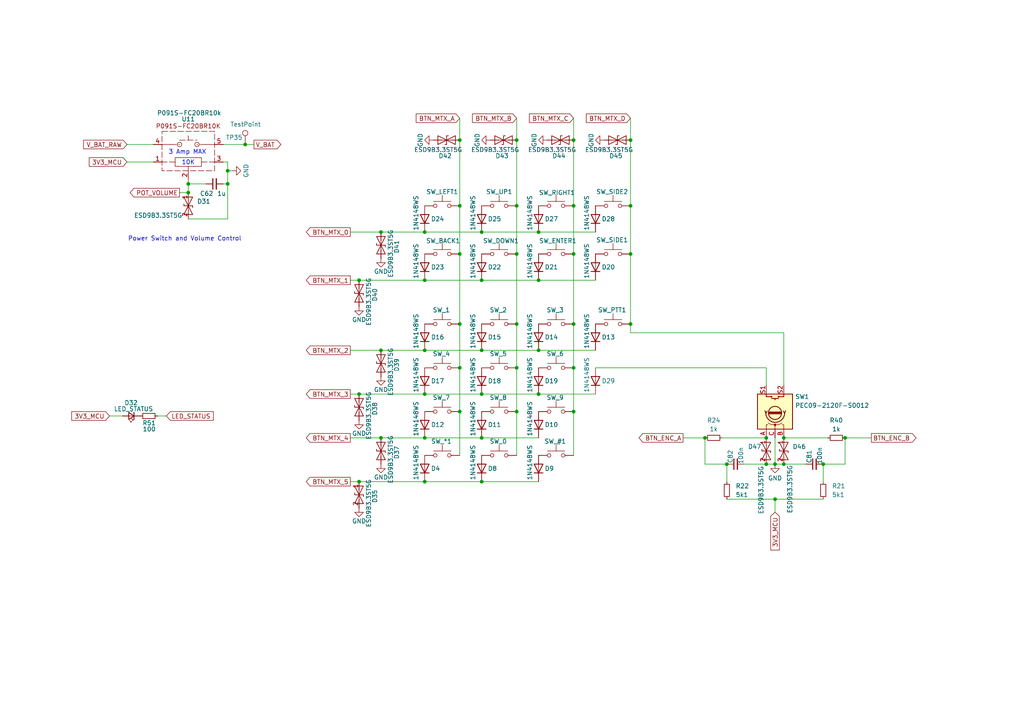
<source format=kicad_sch>
(kicad_sch
	(version 20250114)
	(generator "eeschema")
	(generator_version "9.0")
	(uuid "df755064-36ce-471b-abb1-859a93ba0a57")
	(paper "A4")
	(lib_symbols
		(symbol "Connector:TestPoint"
			(pin_numbers
				(hide yes)
			)
			(pin_names
				(offset 0.762)
				(hide yes)
			)
			(exclude_from_sim no)
			(in_bom yes)
			(on_board yes)
			(property "Reference" "TP"
				(at 0 6.858 0)
				(effects
					(font
						(size 1.27 1.27)
					)
				)
			)
			(property "Value" "TestPoint"
				(at 0 5.08 0)
				(effects
					(font
						(size 1.27 1.27)
					)
				)
			)
			(property "Footprint" ""
				(at 5.08 0 0)
				(effects
					(font
						(size 1.27 1.27)
					)
					(hide yes)
				)
			)
			(property "Datasheet" "~"
				(at 5.08 0 0)
				(effects
					(font
						(size 1.27 1.27)
					)
					(hide yes)
				)
			)
			(property "Description" "test point"
				(at 0 0 0)
				(effects
					(font
						(size 1.27 1.27)
					)
					(hide yes)
				)
			)
			(property "ki_keywords" "test point tp"
				(at 0 0 0)
				(effects
					(font
						(size 1.27 1.27)
					)
					(hide yes)
				)
			)
			(property "ki_fp_filters" "Pin* Test*"
				(at 0 0 0)
				(effects
					(font
						(size 1.27 1.27)
					)
					(hide yes)
				)
			)
			(symbol "TestPoint_0_1"
				(circle
					(center 0 3.302)
					(radius 0.762)
					(stroke
						(width 0)
						(type default)
					)
					(fill
						(type none)
					)
				)
			)
			(symbol "TestPoint_1_1"
				(pin passive line
					(at 0 0 90)
					(length 2.54)
					(name "1"
						(effects
							(font
								(size 1.27 1.27)
							)
						)
					)
					(number "1"
						(effects
							(font
								(size 1.27 1.27)
							)
						)
					)
				)
			)
			(embedded_fonts no)
		)
		(symbol "Device:C_Small"
			(pin_numbers
				(hide yes)
			)
			(pin_names
				(offset 0.254)
				(hide yes)
			)
			(exclude_from_sim no)
			(in_bom yes)
			(on_board yes)
			(property "Reference" "C"
				(at 0.254 1.778 0)
				(effects
					(font
						(size 1.27 1.27)
					)
					(justify left)
				)
			)
			(property "Value" "C_Small"
				(at 0.254 -2.032 0)
				(effects
					(font
						(size 1.27 1.27)
					)
					(justify left)
				)
			)
			(property "Footprint" ""
				(at 0 0 0)
				(effects
					(font
						(size 1.27 1.27)
					)
					(hide yes)
				)
			)
			(property "Datasheet" "~"
				(at 0 0 0)
				(effects
					(font
						(size 1.27 1.27)
					)
					(hide yes)
				)
			)
			(property "Description" "Unpolarized capacitor, small symbol"
				(at 0 0 0)
				(effects
					(font
						(size 1.27 1.27)
					)
					(hide yes)
				)
			)
			(property "ki_keywords" "capacitor cap"
				(at 0 0 0)
				(effects
					(font
						(size 1.27 1.27)
					)
					(hide yes)
				)
			)
			(property "ki_fp_filters" "C_*"
				(at 0 0 0)
				(effects
					(font
						(size 1.27 1.27)
					)
					(hide yes)
				)
			)
			(symbol "C_Small_0_1"
				(polyline
					(pts
						(xy -1.524 0.508) (xy 1.524 0.508)
					)
					(stroke
						(width 0.3048)
						(type default)
					)
					(fill
						(type none)
					)
				)
				(polyline
					(pts
						(xy -1.524 -0.508) (xy 1.524 -0.508)
					)
					(stroke
						(width 0.3302)
						(type default)
					)
					(fill
						(type none)
					)
				)
			)
			(symbol "C_Small_1_1"
				(pin passive line
					(at 0 2.54 270)
					(length 2.032)
					(name "~"
						(effects
							(font
								(size 1.27 1.27)
							)
						)
					)
					(number "1"
						(effects
							(font
								(size 1.27 1.27)
							)
						)
					)
				)
				(pin passive line
					(at 0 -2.54 90)
					(length 2.032)
					(name "~"
						(effects
							(font
								(size 1.27 1.27)
							)
						)
					)
					(number "2"
						(effects
							(font
								(size 1.27 1.27)
							)
						)
					)
				)
			)
			(embedded_fonts no)
		)
		(symbol "Device:LED_Small"
			(pin_numbers
				(hide yes)
			)
			(pin_names
				(offset 0.254)
				(hide yes)
			)
			(exclude_from_sim no)
			(in_bom yes)
			(on_board yes)
			(property "Reference" "D"
				(at -1.27 3.175 0)
				(effects
					(font
						(size 1.27 1.27)
					)
					(justify left)
				)
			)
			(property "Value" "LED_Small"
				(at -4.445 -2.54 0)
				(effects
					(font
						(size 1.27 1.27)
					)
					(justify left)
				)
			)
			(property "Footprint" ""
				(at 0 0 90)
				(effects
					(font
						(size 1.27 1.27)
					)
					(hide yes)
				)
			)
			(property "Datasheet" "~"
				(at 0 0 90)
				(effects
					(font
						(size 1.27 1.27)
					)
					(hide yes)
				)
			)
			(property "Description" "Light emitting diode, small symbol"
				(at 0 0 0)
				(effects
					(font
						(size 1.27 1.27)
					)
					(hide yes)
				)
			)
			(property "Sim.Pin" "1=K 2=A"
				(at 0 0 0)
				(effects
					(font
						(size 1.27 1.27)
					)
					(hide yes)
				)
			)
			(property "ki_keywords" "LED diode light-emitting-diode"
				(at 0 0 0)
				(effects
					(font
						(size 1.27 1.27)
					)
					(hide yes)
				)
			)
			(property "ki_fp_filters" "LED* LED_SMD:* LED_THT:*"
				(at 0 0 0)
				(effects
					(font
						(size 1.27 1.27)
					)
					(hide yes)
				)
			)
			(symbol "LED_Small_0_1"
				(polyline
					(pts
						(xy -0.762 -1.016) (xy -0.762 1.016)
					)
					(stroke
						(width 0.254)
						(type default)
					)
					(fill
						(type none)
					)
				)
				(polyline
					(pts
						(xy 0 0.762) (xy -0.508 1.27) (xy -0.254 1.27) (xy -0.508 1.27) (xy -0.508 1.016)
					)
					(stroke
						(width 0)
						(type default)
					)
					(fill
						(type none)
					)
				)
				(polyline
					(pts
						(xy 0.508 1.27) (xy 0 1.778) (xy 0.254 1.778) (xy 0 1.778) (xy 0 1.524)
					)
					(stroke
						(width 0)
						(type default)
					)
					(fill
						(type none)
					)
				)
				(polyline
					(pts
						(xy 0.762 -1.016) (xy -0.762 0) (xy 0.762 1.016) (xy 0.762 -1.016)
					)
					(stroke
						(width 0.254)
						(type default)
					)
					(fill
						(type none)
					)
				)
				(polyline
					(pts
						(xy 1.016 0) (xy -0.762 0)
					)
					(stroke
						(width 0)
						(type default)
					)
					(fill
						(type none)
					)
				)
			)
			(symbol "LED_Small_1_1"
				(pin passive line
					(at -2.54 0 0)
					(length 1.778)
					(name "K"
						(effects
							(font
								(size 1.27 1.27)
							)
						)
					)
					(number "1"
						(effects
							(font
								(size 1.27 1.27)
							)
						)
					)
				)
				(pin passive line
					(at 2.54 0 180)
					(length 1.778)
					(name "A"
						(effects
							(font
								(size 1.27 1.27)
							)
						)
					)
					(number "2"
						(effects
							(font
								(size 1.27 1.27)
							)
						)
					)
				)
			)
			(embedded_fonts no)
		)
		(symbol "Device:R_Small"
			(pin_numbers
				(hide yes)
			)
			(pin_names
				(offset 0.254)
				(hide yes)
			)
			(exclude_from_sim no)
			(in_bom yes)
			(on_board yes)
			(property "Reference" "R"
				(at 0.762 0.508 0)
				(effects
					(font
						(size 1.27 1.27)
					)
					(justify left)
				)
			)
			(property "Value" "R_Small"
				(at 0.762 -1.016 0)
				(effects
					(font
						(size 1.27 1.27)
					)
					(justify left)
				)
			)
			(property "Footprint" ""
				(at 0 0 0)
				(effects
					(font
						(size 1.27 1.27)
					)
					(hide yes)
				)
			)
			(property "Datasheet" "~"
				(at 0 0 0)
				(effects
					(font
						(size 1.27 1.27)
					)
					(hide yes)
				)
			)
			(property "Description" "Resistor, small symbol"
				(at 0 0 0)
				(effects
					(font
						(size 1.27 1.27)
					)
					(hide yes)
				)
			)
			(property "ki_keywords" "R resistor"
				(at 0 0 0)
				(effects
					(font
						(size 1.27 1.27)
					)
					(hide yes)
				)
			)
			(property "ki_fp_filters" "R_*"
				(at 0 0 0)
				(effects
					(font
						(size 1.27 1.27)
					)
					(hide yes)
				)
			)
			(symbol "R_Small_0_1"
				(rectangle
					(start -0.762 1.778)
					(end 0.762 -1.778)
					(stroke
						(width 0.2032)
						(type default)
					)
					(fill
						(type none)
					)
				)
			)
			(symbol "R_Small_1_1"
				(pin passive line
					(at 0 2.54 270)
					(length 0.762)
					(name "~"
						(effects
							(font
								(size 1.27 1.27)
							)
						)
					)
					(number "1"
						(effects
							(font
								(size 1.27 1.27)
							)
						)
					)
				)
				(pin passive line
					(at 0 -2.54 90)
					(length 0.762)
					(name "~"
						(effects
							(font
								(size 1.27 1.27)
							)
						)
					)
					(number "2"
						(effects
							(font
								(size 1.27 1.27)
							)
						)
					)
				)
			)
			(embedded_fonts no)
		)
		(symbol "Device:RotaryEncoder_Switch"
			(pin_names
				(offset 0.254)
				(hide yes)
			)
			(exclude_from_sim no)
			(in_bom yes)
			(on_board yes)
			(property "Reference" "SW"
				(at 0 6.604 0)
				(effects
					(font
						(size 1.27 1.27)
					)
				)
			)
			(property "Value" "RotaryEncoder_Switch"
				(at 0 -6.604 0)
				(effects
					(font
						(size 1.27 1.27)
					)
				)
			)
			(property "Footprint" ""
				(at -3.81 4.064 0)
				(effects
					(font
						(size 1.27 1.27)
					)
					(hide yes)
				)
			)
			(property "Datasheet" "~"
				(at 0 6.604 0)
				(effects
					(font
						(size 1.27 1.27)
					)
					(hide yes)
				)
			)
			(property "Description" "Rotary encoder, dual channel, incremental quadrate outputs, with switch"
				(at 0 0 0)
				(effects
					(font
						(size 1.27 1.27)
					)
					(hide yes)
				)
			)
			(property "ki_keywords" "rotary switch encoder switch push button"
				(at 0 0 0)
				(effects
					(font
						(size 1.27 1.27)
					)
					(hide yes)
				)
			)
			(property "ki_fp_filters" "RotaryEncoder*Switch*"
				(at 0 0 0)
				(effects
					(font
						(size 1.27 1.27)
					)
					(hide yes)
				)
			)
			(symbol "RotaryEncoder_Switch_0_1"
				(rectangle
					(start -5.08 5.08)
					(end 5.08 -5.08)
					(stroke
						(width 0.254)
						(type default)
					)
					(fill
						(type background)
					)
				)
				(polyline
					(pts
						(xy -5.08 2.54) (xy -3.81 2.54) (xy -3.81 2.032)
					)
					(stroke
						(width 0)
						(type default)
					)
					(fill
						(type none)
					)
				)
				(polyline
					(pts
						(xy -5.08 0) (xy -3.81 0) (xy -3.81 -1.016) (xy -3.302 -2.032)
					)
					(stroke
						(width 0)
						(type default)
					)
					(fill
						(type none)
					)
				)
				(polyline
					(pts
						(xy -5.08 -2.54) (xy -3.81 -2.54) (xy -3.81 -2.032)
					)
					(stroke
						(width 0)
						(type default)
					)
					(fill
						(type none)
					)
				)
				(polyline
					(pts
						(xy -4.318 0) (xy -3.81 0) (xy -3.81 1.016) (xy -3.302 2.032)
					)
					(stroke
						(width 0)
						(type default)
					)
					(fill
						(type none)
					)
				)
				(circle
					(center -3.81 0)
					(radius 0.254)
					(stroke
						(width 0)
						(type default)
					)
					(fill
						(type outline)
					)
				)
				(polyline
					(pts
						(xy -0.635 -1.778) (xy -0.635 1.778)
					)
					(stroke
						(width 0.254)
						(type default)
					)
					(fill
						(type none)
					)
				)
				(circle
					(center -0.381 0)
					(radius 1.905)
					(stroke
						(width 0.254)
						(type default)
					)
					(fill
						(type none)
					)
				)
				(polyline
					(pts
						(xy -0.381 -1.778) (xy -0.381 1.778)
					)
					(stroke
						(width 0.254)
						(type default)
					)
					(fill
						(type none)
					)
				)
				(arc
					(start -0.381 -2.794)
					(mid -3.0988 -0.0635)
					(end -0.381 2.667)
					(stroke
						(width 0.254)
						(type default)
					)
					(fill
						(type none)
					)
				)
				(polyline
					(pts
						(xy -0.127 1.778) (xy -0.127 -1.778)
					)
					(stroke
						(width 0.254)
						(type default)
					)
					(fill
						(type none)
					)
				)
				(polyline
					(pts
						(xy 0.254 2.921) (xy -0.508 2.667) (xy 0.127 2.286)
					)
					(stroke
						(width 0.254)
						(type default)
					)
					(fill
						(type none)
					)
				)
				(polyline
					(pts
						(xy 0.254 -3.048) (xy -0.508 -2.794) (xy 0.127 -2.413)
					)
					(stroke
						(width 0.254)
						(type default)
					)
					(fill
						(type none)
					)
				)
				(polyline
					(pts
						(xy 3.81 1.016) (xy 3.81 -1.016)
					)
					(stroke
						(width 0.254)
						(type default)
					)
					(fill
						(type none)
					)
				)
				(polyline
					(pts
						(xy 3.81 0) (xy 3.429 0)
					)
					(stroke
						(width 0.254)
						(type default)
					)
					(fill
						(type none)
					)
				)
				(circle
					(center 4.318 1.016)
					(radius 0.127)
					(stroke
						(width 0.254)
						(type default)
					)
					(fill
						(type none)
					)
				)
				(circle
					(center 4.318 -1.016)
					(radius 0.127)
					(stroke
						(width 0.254)
						(type default)
					)
					(fill
						(type none)
					)
				)
				(polyline
					(pts
						(xy 5.08 2.54) (xy 4.318 2.54) (xy 4.318 1.016)
					)
					(stroke
						(width 0.254)
						(type default)
					)
					(fill
						(type none)
					)
				)
				(polyline
					(pts
						(xy 5.08 -2.54) (xy 4.318 -2.54) (xy 4.318 -1.016)
					)
					(stroke
						(width 0.254)
						(type default)
					)
					(fill
						(type none)
					)
				)
			)
			(symbol "RotaryEncoder_Switch_1_1"
				(pin passive line
					(at -7.62 2.54 0)
					(length 2.54)
					(name "A"
						(effects
							(font
								(size 1.27 1.27)
							)
						)
					)
					(number "A"
						(effects
							(font
								(size 1.27 1.27)
							)
						)
					)
				)
				(pin passive line
					(at -7.62 0 0)
					(length 2.54)
					(name "C"
						(effects
							(font
								(size 1.27 1.27)
							)
						)
					)
					(number "C"
						(effects
							(font
								(size 1.27 1.27)
							)
						)
					)
				)
				(pin passive line
					(at -7.62 -2.54 0)
					(length 2.54)
					(name "B"
						(effects
							(font
								(size 1.27 1.27)
							)
						)
					)
					(number "B"
						(effects
							(font
								(size 1.27 1.27)
							)
						)
					)
				)
				(pin passive line
					(at 7.62 2.54 180)
					(length 2.54)
					(name "S1"
						(effects
							(font
								(size 1.27 1.27)
							)
						)
					)
					(number "S1"
						(effects
							(font
								(size 1.27 1.27)
							)
						)
					)
				)
				(pin passive line
					(at 7.62 -2.54 180)
					(length 2.54)
					(name "S2"
						(effects
							(font
								(size 1.27 1.27)
							)
						)
					)
					(number "S2"
						(effects
							(font
								(size 1.27 1.27)
							)
						)
					)
				)
			)
			(embedded_fonts no)
		)
		(symbol "Diode:1N4148WS"
			(pin_numbers
				(hide yes)
			)
			(pin_names
				(hide yes)
			)
			(exclude_from_sim no)
			(in_bom yes)
			(on_board yes)
			(property "Reference" "D"
				(at 0 2.54 0)
				(effects
					(font
						(size 1.27 1.27)
					)
				)
			)
			(property "Value" "1N4148WS"
				(at 0 -2.54 0)
				(effects
					(font
						(size 1.27 1.27)
					)
				)
			)
			(property "Footprint" "Diode_SMD:D_SOD-323"
				(at 0 -4.445 0)
				(effects
					(font
						(size 1.27 1.27)
					)
					(hide yes)
				)
			)
			(property "Datasheet" "https://www.vishay.com/docs/85751/1n4148ws.pdf"
				(at 0 0 0)
				(effects
					(font
						(size 1.27 1.27)
					)
					(hide yes)
				)
			)
			(property "Description" "75V 0.15A Fast switching Diode, SOD-323"
				(at 0 0 0)
				(effects
					(font
						(size 1.27 1.27)
					)
					(hide yes)
				)
			)
			(property "Sim.Device" "D"
				(at 0 0 0)
				(effects
					(font
						(size 1.27 1.27)
					)
					(hide yes)
				)
			)
			(property "Sim.Pins" "1=K 2=A"
				(at 0 0 0)
				(effects
					(font
						(size 1.27 1.27)
					)
					(hide yes)
				)
			)
			(property "ki_keywords" "diode"
				(at 0 0 0)
				(effects
					(font
						(size 1.27 1.27)
					)
					(hide yes)
				)
			)
			(property "ki_fp_filters" "D*SOD?323*"
				(at 0 0 0)
				(effects
					(font
						(size 1.27 1.27)
					)
					(hide yes)
				)
			)
			(symbol "1N4148WS_0_1"
				(polyline
					(pts
						(xy -1.27 1.27) (xy -1.27 -1.27)
					)
					(stroke
						(width 0.254)
						(type default)
					)
					(fill
						(type none)
					)
				)
				(polyline
					(pts
						(xy 1.27 1.27) (xy 1.27 -1.27) (xy -1.27 0) (xy 1.27 1.27)
					)
					(stroke
						(width 0.254)
						(type default)
					)
					(fill
						(type none)
					)
				)
				(polyline
					(pts
						(xy 1.27 0) (xy -1.27 0)
					)
					(stroke
						(width 0)
						(type default)
					)
					(fill
						(type none)
					)
				)
			)
			(symbol "1N4148WS_1_1"
				(pin passive line
					(at -3.81 0 0)
					(length 2.54)
					(name "K"
						(effects
							(font
								(size 1.27 1.27)
							)
						)
					)
					(number "1"
						(effects
							(font
								(size 1.27 1.27)
							)
						)
					)
				)
				(pin passive line
					(at 3.81 0 180)
					(length 2.54)
					(name "A"
						(effects
							(font
								(size 1.27 1.27)
							)
						)
					)
					(number "2"
						(effects
							(font
								(size 1.27 1.27)
							)
						)
					)
				)
			)
			(embedded_fonts no)
		)
		(symbol "Diode:ESD9B3.3ST5G"
			(pin_numbers
				(hide yes)
			)
			(pin_names
				(offset 1.016)
				(hide yes)
			)
			(exclude_from_sim no)
			(in_bom yes)
			(on_board yes)
			(property "Reference" "D"
				(at 0 2.54 0)
				(effects
					(font
						(size 1.27 1.27)
					)
				)
			)
			(property "Value" "ESD9B3.3ST5G"
				(at 0 -2.54 0)
				(effects
					(font
						(size 1.27 1.27)
					)
				)
			)
			(property "Footprint" "Diode_SMD:D_SOD-923"
				(at 0 0 0)
				(effects
					(font
						(size 1.27 1.27)
					)
					(hide yes)
				)
			)
			(property "Datasheet" "https://www.onsemi.com/pub/Collateral/ESD9B-D.PDF"
				(at 0 0 0)
				(effects
					(font
						(size 1.27 1.27)
					)
					(hide yes)
				)
			)
			(property "Description" "ESD protection diode, 3.3Vrwm, SOD-923"
				(at 0 0 0)
				(effects
					(font
						(size 1.27 1.27)
					)
					(hide yes)
				)
			)
			(property "ki_keywords" "diode TVS ESD"
				(at 0 0 0)
				(effects
					(font
						(size 1.27 1.27)
					)
					(hide yes)
				)
			)
			(property "ki_fp_filters" "D*SOD?923*"
				(at 0 0 0)
				(effects
					(font
						(size 1.27 1.27)
					)
					(hide yes)
				)
			)
			(symbol "ESD9B3.3ST5G_0_1"
				(polyline
					(pts
						(xy -2.54 -1.27) (xy 0 0) (xy -2.54 1.27) (xy -2.54 -1.27)
					)
					(stroke
						(width 0.2032)
						(type default)
					)
					(fill
						(type none)
					)
				)
				(polyline
					(pts
						(xy 0.508 1.27) (xy 0 1.27) (xy 0 -1.27) (xy -0.508 -1.27)
					)
					(stroke
						(width 0.2032)
						(type default)
					)
					(fill
						(type none)
					)
				)
				(polyline
					(pts
						(xy 1.27 0) (xy -1.27 0)
					)
					(stroke
						(width 0)
						(type default)
					)
					(fill
						(type none)
					)
				)
				(polyline
					(pts
						(xy 2.54 1.27) (xy 2.54 -1.27) (xy 0 0) (xy 2.54 1.27)
					)
					(stroke
						(width 0.2032)
						(type default)
					)
					(fill
						(type none)
					)
				)
			)
			(symbol "ESD9B3.3ST5G_1_1"
				(pin passive line
					(at -3.81 0 0)
					(length 2.54)
					(name "A1"
						(effects
							(font
								(size 1.27 1.27)
							)
						)
					)
					(number "1"
						(effects
							(font
								(size 1.27 1.27)
							)
						)
					)
				)
				(pin passive line
					(at 3.81 0 180)
					(length 2.54)
					(name "A2"
						(effects
							(font
								(size 1.27 1.27)
							)
						)
					)
					(number "2"
						(effects
							(font
								(size 1.27 1.27)
							)
						)
					)
				)
			)
			(embedded_fonts no)
		)
		(symbol "ESD9B3.3ST5G_1"
			(pin_names
				(offset 1.016)
				(hide yes)
			)
			(exclude_from_sim no)
			(in_bom yes)
			(on_board yes)
			(property "Reference" "D"
				(at 0 2.54 0)
				(effects
					(font
						(size 1.27 1.27)
					)
				)
			)
			(property "Value" "ESD9B3.3ST5G"
				(at 0 -2.54 0)
				(effects
					(font
						(size 1.27 1.27)
					)
				)
			)
			(property "Footprint" "Diode_SMD:D_SOD-923"
				(at 0 0 0)
				(effects
					(font
						(size 1.27 1.27)
					)
					(hide yes)
				)
			)
			(property "Datasheet" "https://www.onsemi.com/pub/Collateral/ESD9B-D.PDF"
				(at 0 0 0)
				(effects
					(font
						(size 1.27 1.27)
					)
					(hide yes)
				)
			)
			(property "Description" "ESD protection diode, 3.3Vrwm, SOD-923"
				(at 0 0 0)
				(effects
					(font
						(size 1.27 1.27)
					)
					(hide yes)
				)
			)
			(property "ki_keywords" "diode TVS ESD"
				(at 0 0 0)
				(effects
					(font
						(size 1.27 1.27)
					)
					(hide yes)
				)
			)
			(property "ki_fp_filters" "D*SOD?923*"
				(at 0 0 0)
				(effects
					(font
						(size 1.27 1.27)
					)
					(hide yes)
				)
			)
			(symbol "ESD9B3.3ST5G_1_0_1"
				(polyline
					(pts
						(xy -2.54 -1.27) (xy 0 0) (xy -2.54 1.27) (xy -2.54 -1.27)
					)
					(stroke
						(width 0.2032)
						(type default)
					)
					(fill
						(type none)
					)
				)
				(polyline
					(pts
						(xy 0.508 1.27) (xy 0 1.27) (xy 0 -1.27) (xy -0.508 -1.27)
					)
					(stroke
						(width 0.2032)
						(type default)
					)
					(fill
						(type none)
					)
				)
				(polyline
					(pts
						(xy 1.27 0) (xy -1.27 0)
					)
					(stroke
						(width 0)
						(type default)
					)
					(fill
						(type none)
					)
				)
				(polyline
					(pts
						(xy 2.54 1.27) (xy 2.54 -1.27) (xy 0 0) (xy 2.54 1.27)
					)
					(stroke
						(width 0.2032)
						(type default)
					)
					(fill
						(type none)
					)
				)
			)
			(symbol "ESD9B3.3ST5G_1_1_1"
				(pin passive line
					(at -3.81 0 0)
					(length 2.54)
					(name "A1"
						(effects
							(font
								(size 1.27 1.27)
							)
						)
					)
					(number "1"
						(effects
							(font
								(size 1.27 1.27)
							)
						)
					)
				)
				(pin passive line
					(at 3.81 0 180)
					(length 2.54)
					(name "A2"
						(effects
							(font
								(size 1.27 1.27)
							)
						)
					)
					(number "2"
						(effects
							(font
								(size 1.27 1.27)
							)
						)
					)
				)
			)
			(embedded_fonts no)
		)
		(symbol "ESD9B3.3ST5G_2"
			(pin_names
				(offset 1.016)
				(hide yes)
			)
			(exclude_from_sim no)
			(in_bom yes)
			(on_board yes)
			(property "Reference" "D"
				(at 0 2.54 0)
				(effects
					(font
						(size 1.27 1.27)
					)
				)
			)
			(property "Value" "ESD9B3.3ST5G"
				(at 0 -2.54 0)
				(effects
					(font
						(size 1.27 1.27)
					)
				)
			)
			(property "Footprint" "Diode_SMD:D_SOD-923"
				(at 0 0 0)
				(effects
					(font
						(size 1.27 1.27)
					)
					(hide yes)
				)
			)
			(property "Datasheet" "https://www.onsemi.com/pub/Collateral/ESD9B-D.PDF"
				(at 0 0 0)
				(effects
					(font
						(size 1.27 1.27)
					)
					(hide yes)
				)
			)
			(property "Description" "ESD protection diode, 3.3Vrwm, SOD-923"
				(at 0 0 0)
				(effects
					(font
						(size 1.27 1.27)
					)
					(hide yes)
				)
			)
			(property "ki_keywords" "diode TVS ESD"
				(at 0 0 0)
				(effects
					(font
						(size 1.27 1.27)
					)
					(hide yes)
				)
			)
			(property "ki_fp_filters" "D*SOD?923*"
				(at 0 0 0)
				(effects
					(font
						(size 1.27 1.27)
					)
					(hide yes)
				)
			)
			(symbol "ESD9B3.3ST5G_2_0_1"
				(polyline
					(pts
						(xy -2.54 -1.27) (xy 0 0) (xy -2.54 1.27) (xy -2.54 -1.27)
					)
					(stroke
						(width 0.2032)
						(type default)
					)
					(fill
						(type none)
					)
				)
				(polyline
					(pts
						(xy 0.508 1.27) (xy 0 1.27) (xy 0 -1.27) (xy -0.508 -1.27)
					)
					(stroke
						(width 0.2032)
						(type default)
					)
					(fill
						(type none)
					)
				)
				(polyline
					(pts
						(xy 1.27 0) (xy -1.27 0)
					)
					(stroke
						(width 0)
						(type default)
					)
					(fill
						(type none)
					)
				)
				(polyline
					(pts
						(xy 2.54 1.27) (xy 2.54 -1.27) (xy 0 0) (xy 2.54 1.27)
					)
					(stroke
						(width 0.2032)
						(type default)
					)
					(fill
						(type none)
					)
				)
			)
			(symbol "ESD9B3.3ST5G_2_1_1"
				(pin passive line
					(at -3.81 0 0)
					(length 2.54)
					(name "A1"
						(effects
							(font
								(size 1.27 1.27)
							)
						)
					)
					(number "1"
						(effects
							(font
								(size 1.27 1.27)
							)
						)
					)
				)
				(pin passive line
					(at 3.81 0 180)
					(length 2.54)
					(name "A2"
						(effects
							(font
								(size 1.27 1.27)
							)
						)
					)
					(number "2"
						(effects
							(font
								(size 1.27 1.27)
							)
						)
					)
				)
			)
			(embedded_fonts no)
		)
		(symbol "P091S:P091S"
			(exclude_from_sim no)
			(in_bom yes)
			(on_board yes)
			(property "Reference" "U"
				(at 0 10.16 0)
				(effects
					(font
						(size 1.27 1.27)
					)
				)
			)
			(property "Value" ""
				(at 0 0 0)
				(effects
					(font
						(size 1.27 1.27)
					)
				)
			)
			(property "Footprint" ""
				(at 0 0 0)
				(effects
					(font
						(size 1.27 1.27)
					)
					(hide yes)
				)
			)
			(property "Datasheet" ""
				(at 0 0 0)
				(effects
					(font
						(size 1.27 1.27)
					)
					(hide yes)
				)
			)
			(property "Description" ""
				(at 0 0 0)
				(effects
					(font
						(size 1.27 1.27)
					)
					(hide yes)
				)
			)
			(symbol "P091S_0_1"
				(polyline
					(pts
						(xy -5.08 2.54) (xy -7.62 2.54)
					)
					(stroke
						(width 0)
						(type default)
					)
					(fill
						(type none)
					)
				)
				(rectangle
					(start -3.81 -1.27)
					(end 3.81 -3.81)
					(stroke
						(width 0)
						(type default)
					)
					(fill
						(type none)
					)
				)
				(circle
					(center -2.54 2.54)
					(radius 0.635)
					(stroke
						(width 0)
						(type default)
					)
					(fill
						(type none)
					)
				)
				(polyline
					(pts
						(xy 0 3.81) (xy 0 5.08)
					)
					(stroke
						(width 0)
						(type default)
					)
					(fill
						(type none)
					)
				)
				(circle
					(center 2.54 2.54)
					(radius 0.635)
					(stroke
						(width 0)
						(type default)
					)
					(fill
						(type none)
					)
				)
				(polyline
					(pts
						(xy 5.08 2.54) (xy 7.62 2.54)
					)
					(stroke
						(width 0)
						(type default)
					)
					(fill
						(type none)
					)
				)
			)
			(symbol "P091S_1_1"
				(rectangle
					(start -7.62 6.35)
					(end 7.62 -5.08)
					(stroke
						(width 0)
						(type dash)
					)
					(fill
						(type none)
					)
				)
				(polyline
					(pts
						(xy -5.08 2.54) (xy -2.54 2.54)
					)
					(stroke
						(width 0)
						(type default)
					)
					(fill
						(type none)
					)
				)
				(polyline
					(pts
						(xy -3.81 -2.54) (xy -7.62 -2.54)
					)
					(stroke
						(width 0)
						(type default)
					)
					(fill
						(type none)
					)
				)
				(polyline
					(pts
						(xy -2.54 3.81) (xy 2.54 3.81)
					)
					(stroke
						(width 0)
						(type default)
					)
					(fill
						(type none)
					)
				)
				(polyline
					(pts
						(xy 0 -3.81) (xy 0 -5.08)
					)
					(stroke
						(width 0)
						(type default)
					)
					(fill
						(type none)
					)
				)
				(polyline
					(pts
						(xy 3.81 -2.54) (xy 7.62 -2.54)
					)
					(stroke
						(width 0)
						(type default)
					)
					(fill
						(type none)
					)
				)
				(polyline
					(pts
						(xy 5.08 2.54) (xy 2.54 2.54)
					)
					(stroke
						(width 0)
						(type default)
					)
					(fill
						(type none)
					)
				)
				(text "P091S-FC20BR10K"
					(at 0 7.874 0)
					(effects
						(font
							(size 1.27 1.27)
						)
					)
				)
				(pin passive line
					(at -10.16 2.54 0)
					(length 2.54)
					(name ""
						(effects
							(font
								(size 1.27 1.27)
							)
						)
					)
					(number "4"
						(effects
							(font
								(size 1.27 1.27)
							)
						)
					)
				)
				(pin passive line
					(at -10.16 -2.54 0)
					(length 2.54)
					(name ""
						(effects
							(font
								(size 1.27 1.27)
							)
						)
					)
					(number "1"
						(effects
							(font
								(size 1.27 1.27)
							)
						)
					)
				)
				(pin passive line
					(at 0 -7.62 90)
					(length 2.54)
					(name ""
						(effects
							(font
								(size 1.27 1.27)
							)
						)
					)
					(number "2"
						(effects
							(font
								(size 1.27 1.27)
							)
						)
					)
				)
				(pin passive line
					(at 10.16 2.54 180)
					(length 2.54)
					(name ""
						(effects
							(font
								(size 1.27 1.27)
							)
						)
					)
					(number "5"
						(effects
							(font
								(size 1.27 1.27)
							)
						)
					)
				)
				(pin passive line
					(at 10.16 -2.54 180)
					(length 2.54)
					(name ""
						(effects
							(font
								(size 1.27 1.27)
							)
						)
					)
					(number "3"
						(effects
							(font
								(size 1.27 1.27)
							)
						)
					)
				)
			)
			(embedded_fonts no)
		)
		(symbol "Switch:SW_Push"
			(pin_numbers
				(hide yes)
			)
			(pin_names
				(offset 1.016)
				(hide yes)
			)
			(exclude_from_sim no)
			(in_bom yes)
			(on_board yes)
			(property "Reference" "SW"
				(at 1.27 2.54 0)
				(effects
					(font
						(size 1.27 1.27)
					)
					(justify left)
				)
			)
			(property "Value" "SW_Push"
				(at 0 -1.524 0)
				(effects
					(font
						(size 1.27 1.27)
					)
				)
			)
			(property "Footprint" ""
				(at 0 5.08 0)
				(effects
					(font
						(size 1.27 1.27)
					)
					(hide yes)
				)
			)
			(property "Datasheet" "~"
				(at 0 5.08 0)
				(effects
					(font
						(size 1.27 1.27)
					)
					(hide yes)
				)
			)
			(property "Description" "Push button switch, generic, two pins"
				(at 0 0 0)
				(effects
					(font
						(size 1.27 1.27)
					)
					(hide yes)
				)
			)
			(property "ki_keywords" "switch normally-open pushbutton push-button"
				(at 0 0 0)
				(effects
					(font
						(size 1.27 1.27)
					)
					(hide yes)
				)
			)
			(symbol "SW_Push_0_1"
				(circle
					(center -2.032 0)
					(radius 0.508)
					(stroke
						(width 0)
						(type default)
					)
					(fill
						(type none)
					)
				)
				(polyline
					(pts
						(xy 0 1.27) (xy 0 3.048)
					)
					(stroke
						(width 0)
						(type default)
					)
					(fill
						(type none)
					)
				)
				(circle
					(center 2.032 0)
					(radius 0.508)
					(stroke
						(width 0)
						(type default)
					)
					(fill
						(type none)
					)
				)
				(polyline
					(pts
						(xy 2.54 1.27) (xy -2.54 1.27)
					)
					(stroke
						(width 0)
						(type default)
					)
					(fill
						(type none)
					)
				)
				(pin passive line
					(at -5.08 0 0)
					(length 2.54)
					(name "1"
						(effects
							(font
								(size 1.27 1.27)
							)
						)
					)
					(number "1"
						(effects
							(font
								(size 1.27 1.27)
							)
						)
					)
				)
				(pin passive line
					(at 5.08 0 180)
					(length 2.54)
					(name "2"
						(effects
							(font
								(size 1.27 1.27)
							)
						)
					)
					(number "2"
						(effects
							(font
								(size 1.27 1.27)
							)
						)
					)
				)
			)
			(embedded_fonts no)
		)
		(symbol "power:GND"
			(power)
			(pin_numbers
				(hide yes)
			)
			(pin_names
				(offset 0)
				(hide yes)
			)
			(exclude_from_sim no)
			(in_bom yes)
			(on_board yes)
			(property "Reference" "#PWR"
				(at 0 -6.35 0)
				(effects
					(font
						(size 1.27 1.27)
					)
					(hide yes)
				)
			)
			(property "Value" "GND"
				(at 0 -3.81 0)
				(effects
					(font
						(size 1.27 1.27)
					)
				)
			)
			(property "Footprint" ""
				(at 0 0 0)
				(effects
					(font
						(size 1.27 1.27)
					)
					(hide yes)
				)
			)
			(property "Datasheet" ""
				(at 0 0 0)
				(effects
					(font
						(size 1.27 1.27)
					)
					(hide yes)
				)
			)
			(property "Description" "Power symbol creates a global label with name \"GND\" , ground"
				(at 0 0 0)
				(effects
					(font
						(size 1.27 1.27)
					)
					(hide yes)
				)
			)
			(property "ki_keywords" "global power"
				(at 0 0 0)
				(effects
					(font
						(size 1.27 1.27)
					)
					(hide yes)
				)
			)
			(symbol "GND_0_1"
				(polyline
					(pts
						(xy 0 0) (xy 0 -1.27) (xy 1.27 -1.27) (xy 0 -2.54) (xy -1.27 -1.27) (xy 0 -1.27)
					)
					(stroke
						(width 0)
						(type default)
					)
					(fill
						(type none)
					)
				)
			)
			(symbol "GND_1_1"
				(pin power_in line
					(at 0 0 270)
					(length 0)
					(name "~"
						(effects
							(font
								(size 1.27 1.27)
							)
						)
					)
					(number "1"
						(effects
							(font
								(size 1.27 1.27)
							)
						)
					)
				)
			)
			(embedded_fonts no)
		)
	)
	(text "Power Switch and Volume Control\n"
		(exclude_from_sim no)
		(at 53.594 69.342 0)
		(effects
			(font
				(size 1.27 1.27)
			)
		)
		(uuid "4f2f4dad-7def-452a-b388-0abac5ad42bf")
	)
	(text "3 Amp MAX\n"
		(exclude_from_sim no)
		(at 54.356 44.196 0)
		(effects
			(font
				(size 1.27 1.27)
			)
		)
		(uuid "a89f37bf-b577-4fb2-acb7-db75f3c021ed")
	)
	(text "10K\n"
		(exclude_from_sim no)
		(at 54.61 47.244 0)
		(effects
			(font
				(size 1.27 1.27)
			)
		)
		(uuid "b0c3f696-421a-459b-a42c-ff4c780479a7")
	)
	(junction
		(at 66.04 53.34)
		(diameter 0)
		(color 0 0 0 0)
		(uuid "035b6475-882c-4fb0-9362-2eabec5d0455")
	)
	(junction
		(at 54.61 53.34)
		(diameter 0)
		(color 0 0 0 0)
		(uuid "044ecfd0-f6b6-44cc-9917-0aa2ff62c945")
	)
	(junction
		(at 238.76 134.62)
		(diameter 0)
		(color 0 0 0 0)
		(uuid "046055e2-72bf-4a89-addf-d924b024e4e3")
	)
	(junction
		(at 166.37 73.66)
		(diameter 0)
		(color 0 0 0 0)
		(uuid "0e842ff5-8509-4763-af64-f55df12cdace")
	)
	(junction
		(at 149.86 73.66)
		(diameter 0)
		(color 0 0 0 0)
		(uuid "1267e261-7f3a-4c4c-89e2-289fcffef1a0")
	)
	(junction
		(at 149.86 59.69)
		(diameter 0)
		(color 0 0 0 0)
		(uuid "149ec928-3ec4-475e-8d94-209d68f0f975")
	)
	(junction
		(at 133.35 119.38)
		(diameter 0)
		(color 0 0 0 0)
		(uuid "175c12ae-8378-4bc5-92e2-a9fbea7020b1")
	)
	(junction
		(at 149.86 106.68)
		(diameter 0)
		(color 0 0 0 0)
		(uuid "1781d4a8-4abb-4356-8df6-1725e79d9bef")
	)
	(junction
		(at 224.79 134.62)
		(diameter 0)
		(color 0 0 0 0)
		(uuid "1f638d85-743a-4f3e-9607-8d7d222aebf4")
	)
	(junction
		(at 104.14 81.28)
		(diameter 0)
		(color 0 0 0 0)
		(uuid "23ad9aed-7749-4114-a4c8-a52ad074c761")
	)
	(junction
		(at 166.37 106.68)
		(diameter 0)
		(color 0 0 0 0)
		(uuid "268170e9-f259-4f69-bbeb-34532b9ac723")
	)
	(junction
		(at 166.37 59.69)
		(diameter 0)
		(color 0 0 0 0)
		(uuid "31314ff3-39bd-4f7a-b88f-e308a9e9d942")
	)
	(junction
		(at 166.37 93.98)
		(diameter 0)
		(color 0 0 0 0)
		(uuid "3fe8cb8c-8aa4-4819-a1e0-401f6c2cc9ac")
	)
	(junction
		(at 182.88 93.98)
		(diameter 0)
		(color 0 0 0 0)
		(uuid "41fa7c37-1422-4952-8270-46304e1e4b29")
	)
	(junction
		(at 227.33 134.62)
		(diameter 0)
		(color 0 0 0 0)
		(uuid "43606e11-ad3a-423d-a74e-28c7e472667d")
	)
	(junction
		(at 123.19 127)
		(diameter 0)
		(color 0 0 0 0)
		(uuid "4802303e-d168-444a-9575-4c4a6689dad5")
	)
	(junction
		(at 66.04 49.53)
		(diameter 0)
		(color 0 0 0 0)
		(uuid "4876d3ee-23f1-40c1-93f7-6cffe03c7cae")
	)
	(junction
		(at 166.37 119.38)
		(diameter 0)
		(color 0 0 0 0)
		(uuid "49d00897-834a-4164-9f9b-f59c06e20083")
	)
	(junction
		(at 133.35 73.66)
		(diameter 0)
		(color 0 0 0 0)
		(uuid "4f717dd5-d42d-4519-adcc-ff9d21a6bb0c")
	)
	(junction
		(at 123.19 114.3)
		(diameter 0)
		(color 0 0 0 0)
		(uuid "52bbe1e8-a699-49ff-bf61-0c956b578fac")
	)
	(junction
		(at 139.7 67.31)
		(diameter 0)
		(color 0 0 0 0)
		(uuid "590a7d0f-ea6c-40ec-acf8-ace534e3ce88")
	)
	(junction
		(at 54.61 55.88)
		(diameter 0)
		(color 0 0 0 0)
		(uuid "761b68ee-0577-40e1-8c31-684f72ab01d5")
	)
	(junction
		(at 182.88 59.69)
		(diameter 0)
		(color 0 0 0 0)
		(uuid "7a6de3e5-7744-4342-85ab-24955ab4d872")
	)
	(junction
		(at 104.14 139.7)
		(diameter 0)
		(color 0 0 0 0)
		(uuid "7b9931b7-4479-49d4-a89f-59d5b97f0375")
	)
	(junction
		(at 224.79 144.78)
		(diameter 0)
		(color 0 0 0 0)
		(uuid "7bc951e1-77e7-4b7c-b0f7-58501907c761")
	)
	(junction
		(at 139.7 139.7)
		(diameter 0)
		(color 0 0 0 0)
		(uuid "85730839-385d-4bf6-b118-e4bc262fe55b")
	)
	(junction
		(at 123.19 67.31)
		(diameter 0)
		(color 0 0 0 0)
		(uuid "8b08ab45-022a-4d4b-9005-6f01624e4c3a")
	)
	(junction
		(at 139.7 127)
		(diameter 0)
		(color 0 0 0 0)
		(uuid "91c68f56-d637-475c-8b03-4aa50e9eb0e6")
	)
	(junction
		(at 156.21 67.31)
		(diameter 0)
		(color 0 0 0 0)
		(uuid "9308084d-78ac-40c8-8ae2-1b474462a915")
	)
	(junction
		(at 222.25 134.62)
		(diameter 0)
		(color 0 0 0 0)
		(uuid "94560345-87c3-4c76-9802-50a0e5fa9ad1")
	)
	(junction
		(at 182.88 40.64)
		(diameter 0)
		(color 0 0 0 0)
		(uuid "9704d128-35a5-4930-8090-e07072ae824a")
	)
	(junction
		(at 139.7 114.3)
		(diameter 0)
		(color 0 0 0 0)
		(uuid "9c9c3276-8183-48a0-9bd5-971aa6559477")
	)
	(junction
		(at 104.14 114.3)
		(diameter 0)
		(color 0 0 0 0)
		(uuid "9e346031-f4fa-4a1b-bac7-01420f6cdad1")
	)
	(junction
		(at 156.21 101.6)
		(diameter 0)
		(color 0 0 0 0)
		(uuid "a127a638-5464-4d99-b113-1768827a668b")
	)
	(junction
		(at 204.47 127)
		(diameter 0)
		(color 0 0 0 0)
		(uuid "a9ff7a82-8a2a-4768-954d-3cd12b88aa31")
	)
	(junction
		(at 166.37 40.64)
		(diameter 0)
		(color 0 0 0 0)
		(uuid "acd966b3-21c1-4da1-9333-e5bd11535801")
	)
	(junction
		(at 133.35 93.98)
		(diameter 0)
		(color 0 0 0 0)
		(uuid "ae951c8b-2bc1-42f0-a35e-f21c632973b8")
	)
	(junction
		(at 133.35 106.68)
		(diameter 0)
		(color 0 0 0 0)
		(uuid "b0f4211c-6cee-4c5b-b8b4-6efec94fe7bb")
	)
	(junction
		(at 210.82 134.62)
		(diameter 0)
		(color 0 0 0 0)
		(uuid "b47a5a20-7c80-4446-ae53-5a458a023817")
	)
	(junction
		(at 71.12 41.91)
		(diameter 0)
		(color 0 0 0 0)
		(uuid "b9b78e9b-3e02-4aa9-8100-342457af3f49")
	)
	(junction
		(at 156.21 81.28)
		(diameter 0)
		(color 0 0 0 0)
		(uuid "bb29fe0f-4a6b-480e-a8aa-a9357d0e9414")
	)
	(junction
		(at 133.35 59.69)
		(diameter 0)
		(color 0 0 0 0)
		(uuid "bbbd2b53-01ba-4031-8661-7643e4cefc07")
	)
	(junction
		(at 123.19 81.28)
		(diameter 0)
		(color 0 0 0 0)
		(uuid "bc5cb8f4-3534-485c-96c2-38a80e9dac44")
	)
	(junction
		(at 149.86 119.38)
		(diameter 0)
		(color 0 0 0 0)
		(uuid "c2be89bc-c543-4f56-af59-323a75064366")
	)
	(junction
		(at 139.7 101.6)
		(diameter 0)
		(color 0 0 0 0)
		(uuid "c6977035-f4d6-4aef-86d1-044d081427ac")
	)
	(junction
		(at 123.19 139.7)
		(diameter 0)
		(color 0 0 0 0)
		(uuid "cd078124-6f45-4b97-bc6c-38daca5f95c2")
	)
	(junction
		(at 222.25 127)
		(diameter 0)
		(color 0 0 0 0)
		(uuid "cdd1dc09-0059-476f-ab9a-9a21f2e393d3")
	)
	(junction
		(at 149.86 93.98)
		(diameter 0)
		(color 0 0 0 0)
		(uuid "ce00997e-b0d1-4d79-821a-e882d8daf1e0")
	)
	(junction
		(at 156.21 114.3)
		(diameter 0)
		(color 0 0 0 0)
		(uuid "d08ac1d1-eb35-4d61-a282-f8e53de3fd09")
	)
	(junction
		(at 110.49 67.31)
		(diameter 0)
		(color 0 0 0 0)
		(uuid "d6c8673c-f8e0-4b88-b8ac-f98eaa39702a")
	)
	(junction
		(at 245.11 127)
		(diameter 0)
		(color 0 0 0 0)
		(uuid "dc8afc9e-67f0-48f7-b14d-e01a4a910ab5")
	)
	(junction
		(at 182.88 73.66)
		(diameter 0)
		(color 0 0 0 0)
		(uuid "e2047e81-f288-40b4-9735-56098d587fba")
	)
	(junction
		(at 149.86 40.64)
		(diameter 0)
		(color 0 0 0 0)
		(uuid "e4749385-befa-425a-81d3-4a484a25f5cd")
	)
	(junction
		(at 123.19 101.6)
		(diameter 0)
		(color 0 0 0 0)
		(uuid "e66946a5-90b4-4f97-b666-5d1e22dd7531")
	)
	(junction
		(at 227.33 127)
		(diameter 0)
		(color 0 0 0 0)
		(uuid "e803e54f-3119-4aae-9b58-417442976383")
	)
	(junction
		(at 110.49 127)
		(diameter 0)
		(color 0 0 0 0)
		(uuid "e85cda49-b951-44d3-b760-e5f40054a024")
	)
	(junction
		(at 139.7 81.28)
		(diameter 0)
		(color 0 0 0 0)
		(uuid "eb671445-f7fb-47d4-9f30-505744fa8b3d")
	)
	(junction
		(at 133.35 40.64)
		(diameter 0)
		(color 0 0 0 0)
		(uuid "fc82e587-4522-44da-963e-ee3e4d45b77d")
	)
	(junction
		(at 110.49 101.6)
		(diameter 0)
		(color 0 0 0 0)
		(uuid "fff62c8b-f510-4abc-9ed5-50f46b6920b9")
	)
	(wire
		(pts
			(xy 227.33 134.62) (xy 233.68 134.62)
		)
		(stroke
			(width 0)
			(type default)
		)
		(uuid "00761036-65f6-471f-9950-525719ed2af8")
	)
	(wire
		(pts
			(xy 139.7 114.3) (xy 156.21 114.3)
		)
		(stroke
			(width 0)
			(type default)
		)
		(uuid "0300549d-7ac4-4208-9fb4-3675a69a4409")
	)
	(wire
		(pts
			(xy 182.88 34.29) (xy 182.88 40.64)
		)
		(stroke
			(width 0)
			(type default)
		)
		(uuid "048128da-3625-4b3b-901d-6243f6b3007e")
	)
	(wire
		(pts
			(xy 224.79 144.78) (xy 238.76 144.78)
		)
		(stroke
			(width 0)
			(type default)
		)
		(uuid "090af049-c711-4ae3-833c-059f79f70d5c")
	)
	(wire
		(pts
			(xy 182.88 73.66) (xy 182.88 93.98)
		)
		(stroke
			(width 0)
			(type default)
		)
		(uuid "0aa75c08-e10f-45b0-96d3-a6b7e618bf8f")
	)
	(wire
		(pts
			(xy 54.61 53.34) (xy 59.69 53.34)
		)
		(stroke
			(width 0)
			(type default)
		)
		(uuid "0cedcee1-33a0-4058-ae9e-c5d1e4f53619")
	)
	(wire
		(pts
			(xy 215.9 134.62) (xy 222.25 134.62)
		)
		(stroke
			(width 0)
			(type default)
		)
		(uuid "0f677851-914d-4823-a747-e5e6ae7f11b3")
	)
	(wire
		(pts
			(xy 227.33 127) (xy 240.03 127)
		)
		(stroke
			(width 0)
			(type default)
		)
		(uuid "1550f533-e6be-4dfa-8d13-c61d06440046")
	)
	(wire
		(pts
			(xy 172.72 106.68) (xy 222.25 106.68)
		)
		(stroke
			(width 0)
			(type default)
		)
		(uuid "15a6ac2f-7cef-4515-986b-bc69abdae88a")
	)
	(wire
		(pts
			(xy 123.19 81.28) (xy 139.7 81.28)
		)
		(stroke
			(width 0)
			(type default)
		)
		(uuid "18a90f80-fa82-4c38-abc0-f181a3a7b073")
	)
	(wire
		(pts
			(xy 149.86 40.64) (xy 149.86 59.69)
		)
		(stroke
			(width 0)
			(type default)
		)
		(uuid "1a594770-8a9e-4cee-90c3-2be902b513c4")
	)
	(wire
		(pts
			(xy 123.19 101.6) (xy 139.7 101.6)
		)
		(stroke
			(width 0)
			(type default)
		)
		(uuid "1ee81a0b-c945-4acc-87b3-552a73279342")
	)
	(wire
		(pts
			(xy 204.47 127) (xy 204.47 134.62)
		)
		(stroke
			(width 0)
			(type default)
		)
		(uuid "25435748-bfc4-42fd-bfa5-2c362d9d6944")
	)
	(wire
		(pts
			(xy 209.55 127) (xy 222.25 127)
		)
		(stroke
			(width 0)
			(type default)
		)
		(uuid "2667b1bf-da24-4e9a-ac20-297ac60131d4")
	)
	(wire
		(pts
			(xy 139.7 101.6) (xy 156.21 101.6)
		)
		(stroke
			(width 0)
			(type default)
		)
		(uuid "2836f878-507c-41ae-b81b-c61593174743")
	)
	(wire
		(pts
			(xy 48.26 120.65) (xy 45.72 120.65)
		)
		(stroke
			(width 0)
			(type default)
		)
		(uuid "299768ab-6bcb-461c-a494-4cb15a28df09")
	)
	(wire
		(pts
			(xy 66.04 49.53) (xy 66.04 53.34)
		)
		(stroke
			(width 0)
			(type default)
		)
		(uuid "2b3a6e51-7ff8-42d1-9d97-f26c407c8a2e")
	)
	(wire
		(pts
			(xy 54.61 52.07) (xy 54.61 53.34)
		)
		(stroke
			(width 0)
			(type default)
		)
		(uuid "2d1966b8-0896-4622-8877-e307e1c8e57f")
	)
	(wire
		(pts
			(xy 104.14 139.7) (xy 123.19 139.7)
		)
		(stroke
			(width 0)
			(type default)
		)
		(uuid "2e3e2df3-f049-4532-ab4a-4e03d2f849ae")
	)
	(wire
		(pts
			(xy 67.31 49.53) (xy 66.04 49.53)
		)
		(stroke
			(width 0)
			(type default)
		)
		(uuid "309a30fc-ec52-41f2-b547-d755d6f049da")
	)
	(wire
		(pts
			(xy 156.21 81.28) (xy 172.72 81.28)
		)
		(stroke
			(width 0)
			(type default)
		)
		(uuid "32858bd2-ce68-4040-a987-bdf448ad0b03")
	)
	(wire
		(pts
			(xy 149.86 73.66) (xy 149.86 93.98)
		)
		(stroke
			(width 0)
			(type default)
		)
		(uuid "33383567-9462-4a48-bb7a-ef82b7bc2573")
	)
	(wire
		(pts
			(xy 204.47 134.62) (xy 210.82 134.62)
		)
		(stroke
			(width 0)
			(type default)
		)
		(uuid "39728e7e-d31a-4641-b4dd-1a36babc8c68")
	)
	(wire
		(pts
			(xy 156.21 114.3) (xy 172.72 114.3)
		)
		(stroke
			(width 0)
			(type default)
		)
		(uuid "3da6e36e-19c2-45ec-acc6-5e0d5315c41e")
	)
	(wire
		(pts
			(xy 222.25 134.62) (xy 224.79 134.62)
		)
		(stroke
			(width 0)
			(type default)
		)
		(uuid "3dfa661e-ffa1-4754-894f-dcb15c19955a")
	)
	(wire
		(pts
			(xy 166.37 93.98) (xy 166.37 106.68)
		)
		(stroke
			(width 0)
			(type default)
		)
		(uuid "3f8e7927-2ea4-48e0-8f0c-c437d77e6aab")
	)
	(wire
		(pts
			(xy 182.88 93.98) (xy 182.88 96.52)
		)
		(stroke
			(width 0)
			(type default)
		)
		(uuid "40dbe557-1eab-4d46-8bee-f2aa8095f1e7")
	)
	(wire
		(pts
			(xy 139.7 139.7) (xy 156.21 139.7)
		)
		(stroke
			(width 0)
			(type default)
		)
		(uuid "44ad52ba-4a51-4b73-8492-d3cc71174979")
	)
	(wire
		(pts
			(xy 133.35 119.38) (xy 133.35 132.08)
		)
		(stroke
			(width 0)
			(type default)
		)
		(uuid "48a18430-0102-48d2-81c3-9efb55b869a2")
	)
	(wire
		(pts
			(xy 245.11 134.62) (xy 238.76 134.62)
		)
		(stroke
			(width 0)
			(type default)
		)
		(uuid "49c25999-2a1f-49fd-b76f-d1af7d33f8fa")
	)
	(wire
		(pts
			(xy 182.88 96.52) (xy 227.33 96.52)
		)
		(stroke
			(width 0)
			(type default)
		)
		(uuid "4f99fab2-ba5b-4bef-9e92-2fc31bd16d21")
	)
	(wire
		(pts
			(xy 210.82 144.78) (xy 224.79 144.78)
		)
		(stroke
			(width 0)
			(type default)
		)
		(uuid "51ee6acb-1757-43e6-87bd-41db8c9c480f")
	)
	(wire
		(pts
			(xy 123.19 67.31) (xy 139.7 67.31)
		)
		(stroke
			(width 0)
			(type default)
		)
		(uuid "5208330b-3af2-4237-ab31-b76194c9532a")
	)
	(wire
		(pts
			(xy 104.14 114.3) (xy 123.19 114.3)
		)
		(stroke
			(width 0)
			(type default)
		)
		(uuid "52dddbdd-58dd-4851-b157-9cddc20ecaf0")
	)
	(wire
		(pts
			(xy 66.04 46.99) (xy 64.77 46.99)
		)
		(stroke
			(width 0)
			(type default)
		)
		(uuid "55ba2c48-96af-4d55-b1c2-3cb91802ca38")
	)
	(wire
		(pts
			(xy 123.19 139.7) (xy 139.7 139.7)
		)
		(stroke
			(width 0)
			(type default)
		)
		(uuid "585b2b7d-981b-4789-be23-e90c61696896")
	)
	(wire
		(pts
			(xy 198.12 127) (xy 204.47 127)
		)
		(stroke
			(width 0)
			(type default)
		)
		(uuid "5a282cf0-6725-4194-8817-111dc61a1129")
	)
	(wire
		(pts
			(xy 101.6 139.7) (xy 104.14 139.7)
		)
		(stroke
			(width 0)
			(type default)
		)
		(uuid "61ca988e-9386-407b-8925-ef47700e36f7")
	)
	(wire
		(pts
			(xy 210.82 134.62) (xy 210.82 139.7)
		)
		(stroke
			(width 0)
			(type default)
		)
		(uuid "61f46c91-6bf5-4fe7-b7fb-8474fff76779")
	)
	(wire
		(pts
			(xy 110.49 67.31) (xy 123.19 67.31)
		)
		(stroke
			(width 0)
			(type default)
		)
		(uuid "651354e7-49dc-4951-beb3-0a24f5c2bb52")
	)
	(wire
		(pts
			(xy 133.35 59.69) (xy 133.35 73.66)
		)
		(stroke
			(width 0)
			(type default)
		)
		(uuid "66924c62-c5fe-42b3-8937-372895b59d41")
	)
	(wire
		(pts
			(xy 101.6 114.3) (xy 104.14 114.3)
		)
		(stroke
			(width 0)
			(type default)
		)
		(uuid "681a3a91-0b6a-47fe-a683-aca4375f6817")
	)
	(wire
		(pts
			(xy 224.79 134.62) (xy 227.33 134.62)
		)
		(stroke
			(width 0)
			(type default)
		)
		(uuid "686fcc02-187e-46e8-ad66-a983eaf26e35")
	)
	(wire
		(pts
			(xy 166.37 34.29) (xy 166.37 40.64)
		)
		(stroke
			(width 0)
			(type default)
		)
		(uuid "6951465a-0823-4c0b-a403-65ef71dd2228")
	)
	(wire
		(pts
			(xy 110.49 127) (xy 123.19 127)
		)
		(stroke
			(width 0)
			(type default)
		)
		(uuid "6a709a67-7202-4e74-8cb0-b346bf281ee5")
	)
	(wire
		(pts
			(xy 133.35 73.66) (xy 133.35 93.98)
		)
		(stroke
			(width 0)
			(type default)
		)
		(uuid "6b83c37e-6cb5-4d47-a105-a7cfc258ac18")
	)
	(wire
		(pts
			(xy 133.35 40.64) (xy 133.35 59.69)
		)
		(stroke
			(width 0)
			(type default)
		)
		(uuid "6bd95980-bded-4f9a-ad43-3e8f561d3048")
	)
	(wire
		(pts
			(xy 149.86 93.98) (xy 149.86 106.68)
		)
		(stroke
			(width 0)
			(type default)
		)
		(uuid "6dfdf02a-1676-4612-bbdd-8f4c32124b01")
	)
	(wire
		(pts
			(xy 104.14 81.28) (xy 123.19 81.28)
		)
		(stroke
			(width 0)
			(type default)
		)
		(uuid "6edce614-8fdb-406d-ace7-b71963988841")
	)
	(wire
		(pts
			(xy 54.61 63.5) (xy 66.04 63.5)
		)
		(stroke
			(width 0)
			(type default)
		)
		(uuid "6fc3c2fb-5d1e-4e0e-83c6-36fc9209e957")
	)
	(wire
		(pts
			(xy 166.37 59.69) (xy 166.37 73.66)
		)
		(stroke
			(width 0)
			(type default)
		)
		(uuid "724c212c-97b9-48f7-9715-494b0af2a470")
	)
	(wire
		(pts
			(xy 101.6 127) (xy 110.49 127)
		)
		(stroke
			(width 0)
			(type default)
		)
		(uuid "72f344b1-b272-451d-9786-79d902ebaf7b")
	)
	(wire
		(pts
			(xy 182.88 40.64) (xy 182.88 59.69)
		)
		(stroke
			(width 0)
			(type default)
		)
		(uuid "768508a5-6b6c-4cd7-8f85-70d0189ff1bb")
	)
	(wire
		(pts
			(xy 222.25 106.68) (xy 222.25 111.76)
		)
		(stroke
			(width 0)
			(type default)
		)
		(uuid "7e45f0c4-bac0-4f2a-be0d-511ded9fef83")
	)
	(wire
		(pts
			(xy 182.88 59.69) (xy 182.88 73.66)
		)
		(stroke
			(width 0)
			(type default)
		)
		(uuid "8bf61d68-3bf3-4026-9ada-00e1f19448cd")
	)
	(wire
		(pts
			(xy 101.6 81.28) (xy 104.14 81.28)
		)
		(stroke
			(width 0)
			(type default)
		)
		(uuid "8d95b302-9373-4571-bf17-b91b0d8f804b")
	)
	(wire
		(pts
			(xy 224.79 134.62) (xy 224.79 127)
		)
		(stroke
			(width 0)
			(type default)
		)
		(uuid "8f4a38f4-cdcb-4a7f-9e74-dfcf63a5daa4")
	)
	(wire
		(pts
			(xy 166.37 106.68) (xy 166.37 119.38)
		)
		(stroke
			(width 0)
			(type default)
		)
		(uuid "9893d668-bbd9-4577-b573-1aaf50ab61d6")
	)
	(wire
		(pts
			(xy 54.61 55.88) (xy 52.07 55.88)
		)
		(stroke
			(width 0)
			(type default)
		)
		(uuid "a34dd9bc-eb18-4903-815d-7eca94607820")
	)
	(wire
		(pts
			(xy 66.04 63.5) (xy 66.04 53.34)
		)
		(stroke
			(width 0)
			(type default)
		)
		(uuid "a3ed8c81-d732-4d6c-a23c-3d853d03f75a")
	)
	(wire
		(pts
			(xy 156.21 101.6) (xy 172.72 101.6)
		)
		(stroke
			(width 0)
			(type default)
		)
		(uuid "a5e38afd-bf59-48da-894a-19561a90b1f0")
	)
	(wire
		(pts
			(xy 36.83 41.91) (xy 44.45 41.91)
		)
		(stroke
			(width 0)
			(type default)
		)
		(uuid "a687da2d-3e15-48ae-b892-32d09049a1f7")
	)
	(wire
		(pts
			(xy 245.11 127) (xy 245.11 134.62)
		)
		(stroke
			(width 0)
			(type default)
		)
		(uuid "a739de7a-8824-4745-9db0-4825d790061a")
	)
	(wire
		(pts
			(xy 133.35 106.68) (xy 133.35 119.38)
		)
		(stroke
			(width 0)
			(type default)
		)
		(uuid "a7c541ad-5455-4ebf-8b6e-668894091bbc")
	)
	(wire
		(pts
			(xy 238.76 134.62) (xy 238.76 139.7)
		)
		(stroke
			(width 0)
			(type default)
		)
		(uuid "ab1215dd-a8fa-4df3-b613-57f65c4e8155")
	)
	(wire
		(pts
			(xy 149.86 106.68) (xy 149.86 119.38)
		)
		(stroke
			(width 0)
			(type default)
		)
		(uuid "ab32bbd7-e9da-45a6-ab1b-4dc27f527d00")
	)
	(wire
		(pts
			(xy 139.7 81.28) (xy 156.21 81.28)
		)
		(stroke
			(width 0)
			(type default)
		)
		(uuid "abbbbcfa-0bd0-4047-bdc6-3210658f2d1a")
	)
	(wire
		(pts
			(xy 166.37 73.66) (xy 166.37 93.98)
		)
		(stroke
			(width 0)
			(type default)
		)
		(uuid "ac460ef7-ac73-435e-9b54-045e1406dcd5")
	)
	(wire
		(pts
			(xy 64.77 53.34) (xy 66.04 53.34)
		)
		(stroke
			(width 0)
			(type default)
		)
		(uuid "ad46080e-7c11-4c1b-80d7-5d92689cf831")
	)
	(wire
		(pts
			(xy 149.86 59.69) (xy 149.86 73.66)
		)
		(stroke
			(width 0)
			(type default)
		)
		(uuid "b268bf4f-0035-434c-a4bf-f5207c3cb437")
	)
	(wire
		(pts
			(xy 224.79 144.78) (xy 224.79 148.59)
		)
		(stroke
			(width 0)
			(type default)
		)
		(uuid "b3a3b024-eab8-471d-850f-a1e377a5d5c8")
	)
	(wire
		(pts
			(xy 71.12 41.91) (xy 64.77 41.91)
		)
		(stroke
			(width 0)
			(type default)
		)
		(uuid "bdc9b70a-7207-49ad-8cce-83923a7fd728")
	)
	(wire
		(pts
			(xy 110.49 101.6) (xy 123.19 101.6)
		)
		(stroke
			(width 0)
			(type default)
		)
		(uuid "c313b5da-0cd9-46f7-94e2-d49635a38b36")
	)
	(wire
		(pts
			(xy 149.86 119.38) (xy 149.86 132.08)
		)
		(stroke
			(width 0)
			(type default)
		)
		(uuid "c62c34a5-7178-4f82-a9d4-d2d139d9aed3")
	)
	(wire
		(pts
			(xy 245.11 127) (xy 252.73 127)
		)
		(stroke
			(width 0)
			(type default)
		)
		(uuid "c76823fe-0ff8-408f-8d38-5946c21f52d4")
	)
	(wire
		(pts
			(xy 156.21 67.31) (xy 172.72 67.31)
		)
		(stroke
			(width 0)
			(type default)
		)
		(uuid "ca0a861a-af5b-4763-9ba5-667ddc68da59")
	)
	(wire
		(pts
			(xy 36.83 46.99) (xy 44.45 46.99)
		)
		(stroke
			(width 0)
			(type default)
		)
		(uuid "cf5a1ee9-941b-41f7-913c-500ad56d6549")
	)
	(wire
		(pts
			(xy 66.04 49.53) (xy 66.04 46.99)
		)
		(stroke
			(width 0)
			(type default)
		)
		(uuid "d2123e4f-60c7-464a-b893-6a9f68c6f786")
	)
	(wire
		(pts
			(xy 166.37 40.64) (xy 166.37 59.69)
		)
		(stroke
			(width 0)
			(type default)
		)
		(uuid "db18a39f-4a5d-4c7f-a1e4-07d4390d0770")
	)
	(wire
		(pts
			(xy 54.61 53.34) (xy 54.61 55.88)
		)
		(stroke
			(width 0)
			(type default)
		)
		(uuid "dd16fc0f-fdbe-429b-be81-07a6552a57d5")
	)
	(wire
		(pts
			(xy 123.19 127) (xy 139.7 127)
		)
		(stroke
			(width 0)
			(type default)
		)
		(uuid "ddeb9c36-fdf5-4e79-bee6-f0958b1a424f")
	)
	(wire
		(pts
			(xy 73.66 41.91) (xy 71.12 41.91)
		)
		(stroke
			(width 0)
			(type default)
		)
		(uuid "de30fa49-a800-4c00-9c64-0280b82d11bb")
	)
	(wire
		(pts
			(xy 139.7 127) (xy 156.21 127)
		)
		(stroke
			(width 0)
			(type default)
		)
		(uuid "df664fba-7058-41bd-99ce-9b8819da7ff4")
	)
	(wire
		(pts
			(xy 133.35 34.29) (xy 133.35 40.64)
		)
		(stroke
			(width 0)
			(type default)
		)
		(uuid "e0948396-e4b5-4cb8-b1cd-f877a189e7c8")
	)
	(wire
		(pts
			(xy 31.75 120.65) (xy 35.56 120.65)
		)
		(stroke
			(width 0)
			(type default)
		)
		(uuid "e2409085-2f2e-4e0f-ab10-e552c20b8c96")
	)
	(wire
		(pts
			(xy 101.6 67.31) (xy 110.49 67.31)
		)
		(stroke
			(width 0)
			(type default)
		)
		(uuid "e3d3ca59-bd3f-4922-8aa8-dd0c49315829")
	)
	(wire
		(pts
			(xy 139.7 67.31) (xy 156.21 67.31)
		)
		(stroke
			(width 0)
			(type default)
		)
		(uuid "e552e24b-a95a-48bb-bf36-fd7f73743ce9")
	)
	(wire
		(pts
			(xy 133.35 93.98) (xy 133.35 106.68)
		)
		(stroke
			(width 0)
			(type default)
		)
		(uuid "e8f08c1d-0626-4a56-8472-9f73aaad24b1")
	)
	(wire
		(pts
			(xy 123.19 114.3) (xy 139.7 114.3)
		)
		(stroke
			(width 0)
			(type default)
		)
		(uuid "ecd4b2b8-efa3-4a90-9011-b319fecd254f")
	)
	(wire
		(pts
			(xy 227.33 96.52) (xy 227.33 111.76)
		)
		(stroke
			(width 0)
			(type default)
		)
		(uuid "ed9853c8-0de1-45d8-a68b-5df6ec9b8627")
	)
	(wire
		(pts
			(xy 166.37 119.38) (xy 166.37 132.08)
		)
		(stroke
			(width 0)
			(type default)
		)
		(uuid "ef8be6ef-d5f1-4127-ae7d-1fd2433e122c")
	)
	(wire
		(pts
			(xy 101.6 101.6) (xy 110.49 101.6)
		)
		(stroke
			(width 0)
			(type default)
		)
		(uuid "f241093f-05f2-4b00-8bef-8d474472c6d3")
	)
	(wire
		(pts
			(xy 149.86 34.29) (xy 149.86 40.64)
		)
		(stroke
			(width 0)
			(type default)
		)
		(uuid "fb2ad8fa-7fc5-4dc3-bf9d-2d8405621a88")
	)
	(global_label "BTN_MTX_1"
		(shape output)
		(at 101.6 81.28 180)
		(fields_autoplaced yes)
		(effects
			(font
				(size 1.27 1.27)
			)
			(justify right)
		)
		(uuid "06ba6460-435e-40c4-85d5-3b55f336254d")
		(property "Intersheetrefs" "${INTERSHEET_REFS}"
			(at 88.2735 81.28 0)
			(effects
				(font
					(size 1.27 1.27)
				)
				(justify right)
				(hide yes)
			)
		)
	)
	(global_label "BTN_ENC_A"
		(shape output)
		(at 198.12 127 180)
		(fields_autoplaced yes)
		(effects
			(font
				(size 1.27 1.27)
			)
			(justify right)
		)
		(uuid "21982ca8-5651-42ff-a96c-cfd1622d3f9c")
		(property "Intersheetrefs" "${INTERSHEET_REFS}"
			(at 184.7934 127 0)
			(effects
				(font
					(size 1.27 1.27)
				)
				(justify right)
				(hide yes)
			)
		)
	)
	(global_label "3V3_MCU"
		(shape input)
		(at 31.75 120.65 180)
		(fields_autoplaced yes)
		(effects
			(font
				(size 1.27 1.27)
			)
			(justify right)
		)
		(uuid "253cc2a6-5980-4024-a24d-6fa2b91b7ee8")
		(property "Intersheetrefs" "${INTERSHEET_REFS}"
			(at 20.2377 120.65 0)
			(effects
				(font
					(size 1.27 1.27)
				)
				(justify right)
				(hide yes)
			)
		)
	)
	(global_label "BTN_MTX_0"
		(shape output)
		(at 101.6 67.31 180)
		(fields_autoplaced yes)
		(effects
			(font
				(size 1.27 1.27)
			)
			(justify right)
		)
		(uuid "2c5ccbf1-3eaf-4814-9162-45c645243556")
		(property "Intersheetrefs" "${INTERSHEET_REFS}"
			(at 88.2735 67.31 0)
			(effects
				(font
					(size 1.27 1.27)
				)
				(justify right)
				(hide yes)
			)
		)
	)
	(global_label "BTN_MTX_4"
		(shape output)
		(at 101.6 127 180)
		(fields_autoplaced yes)
		(effects
			(font
				(size 1.27 1.27)
			)
			(justify right)
		)
		(uuid "347fa954-2052-4859-aafc-7b933d818a73")
		(property "Intersheetrefs" "${INTERSHEET_REFS}"
			(at 88.2735 127 0)
			(effects
				(font
					(size 1.27 1.27)
				)
				(justify right)
				(hide yes)
			)
		)
	)
	(global_label "BTN_ENC_B"
		(shape output)
		(at 252.73 127 0)
		(fields_autoplaced yes)
		(effects
			(font
				(size 1.27 1.27)
			)
			(justify left)
		)
		(uuid "3c84122d-1579-4db3-bc16-506c5528f00e")
		(property "Intersheetrefs" "${INTERSHEET_REFS}"
			(at 266.238 127 0)
			(effects
				(font
					(size 1.27 1.27)
				)
				(justify left)
				(hide yes)
			)
		)
	)
	(global_label "V_BAT_RAW"
		(shape input)
		(at 36.83 41.91 180)
		(fields_autoplaced yes)
		(effects
			(font
				(size 1.27 1.27)
			)
			(justify right)
		)
		(uuid "3dc03ff5-98e0-4949-9689-7e6eb4a68c49")
		(property "Intersheetrefs" "${INTERSHEET_REFS}"
			(at 23.6848 41.91 0)
			(effects
				(font
					(size 1.27 1.27)
				)
				(justify right)
				(hide yes)
			)
		)
	)
	(global_label "3V3_MCU"
		(shape input)
		(at 224.79 148.59 270)
		(fields_autoplaced yes)
		(effects
			(font
				(size 1.27 1.27)
			)
			(justify right)
		)
		(uuid "45ef32ec-0f45-4486-ab6c-42f76d352474")
		(property "Intersheetrefs" "${INTERSHEET_REFS}"
			(at 224.79 160.1023 90)
			(effects
				(font
					(size 1.27 1.27)
				)
				(justify right)
				(hide yes)
			)
		)
	)
	(global_label "BTN_MTX_5"
		(shape output)
		(at 101.6 139.7 180)
		(fields_autoplaced yes)
		(effects
			(font
				(size 1.27 1.27)
			)
			(justify right)
		)
		(uuid "57f9b88c-9d70-42f9-bc5b-81cd7959e131")
		(property "Intersheetrefs" "${INTERSHEET_REFS}"
			(at 88.2735 139.7 0)
			(effects
				(font
					(size 1.27 1.27)
				)
				(justify right)
				(hide yes)
			)
		)
	)
	(global_label "BTN_MTX_D"
		(shape input)
		(at 182.88 34.29 180)
		(fields_autoplaced yes)
		(effects
			(font
				(size 1.27 1.27)
			)
			(justify right)
		)
		(uuid "73487848-761f-4ecc-b516-26457275dc69")
		(property "Intersheetrefs" "${INTERSHEET_REFS}"
			(at 169.493 34.29 0)
			(effects
				(font
					(size 1.27 1.27)
				)
				(justify right)
				(hide yes)
			)
		)
	)
	(global_label "POT_VOLUME"
		(shape output)
		(at 52.07 55.88 180)
		(fields_autoplaced yes)
		(effects
			(font
				(size 1.27 1.27)
			)
			(justify right)
		)
		(uuid "84b8f29d-d013-488c-960c-d3c2478427d4")
		(property "Intersheetrefs" "${INTERSHEET_REFS}"
			(at 37.171 55.88 0)
			(effects
				(font
					(size 1.27 1.27)
				)
				(justify right)
				(hide yes)
			)
		)
	)
	(global_label "BTN_MTX_A"
		(shape input)
		(at 133.35 34.29 180)
		(fields_autoplaced yes)
		(effects
			(font
				(size 1.27 1.27)
			)
			(justify right)
		)
		(uuid "9a524199-d72c-4701-8e6f-a03c36ea2721")
		(property "Intersheetrefs" "${INTERSHEET_REFS}"
			(at 120.1444 34.29 0)
			(effects
				(font
					(size 1.27 1.27)
				)
				(justify right)
				(hide yes)
			)
		)
	)
	(global_label "BTN_MTX_3"
		(shape output)
		(at 101.6 114.3 180)
		(fields_autoplaced yes)
		(effects
			(font
				(size 1.27 1.27)
			)
			(justify right)
		)
		(uuid "aa711bcd-b3f1-44f1-9d43-1dfb699eabac")
		(property "Intersheetrefs" "${INTERSHEET_REFS}"
			(at 88.2735 114.3 0)
			(effects
				(font
					(size 1.27 1.27)
				)
				(justify right)
				(hide yes)
			)
		)
	)
	(global_label "V_BAT"
		(shape output)
		(at 73.66 41.91 0)
		(fields_autoplaced yes)
		(effects
			(font
				(size 1.27 1.27)
			)
			(justify left)
		)
		(uuid "b53fa7fd-53c8-4514-be7a-301cda522634")
		(property "Intersheetrefs" "${INTERSHEET_REFS}"
			(at 82.0276 41.91 0)
			(effects
				(font
					(size 1.27 1.27)
				)
				(justify left)
				(hide yes)
			)
		)
	)
	(global_label "BTN_MTX_2"
		(shape output)
		(at 101.6 101.6 180)
		(fields_autoplaced yes)
		(effects
			(font
				(size 1.27 1.27)
			)
			(justify right)
		)
		(uuid "d5ce074d-b3b0-4348-9a87-52f720a7c596")
		(property "Intersheetrefs" "${INTERSHEET_REFS}"
			(at 88.2735 101.6 0)
			(effects
				(font
					(size 1.27 1.27)
				)
				(justify right)
				(hide yes)
			)
		)
	)
	(global_label "3V3_MCU"
		(shape input)
		(at 36.83 46.99 180)
		(fields_autoplaced yes)
		(effects
			(font
				(size 1.27 1.27)
			)
			(justify right)
		)
		(uuid "da2c4d79-d187-4dab-b468-857242623e60")
		(property "Intersheetrefs" "${INTERSHEET_REFS}"
			(at 25.3177 46.99 0)
			(effects
				(font
					(size 1.27 1.27)
				)
				(justify right)
				(hide yes)
			)
		)
	)
	(global_label "BTN_MTX_B"
		(shape input)
		(at 149.86 34.29 180)
		(fields_autoplaced yes)
		(effects
			(font
				(size 1.27 1.27)
			)
			(justify right)
		)
		(uuid "e435210a-f4a7-4078-9572-6960e07d4db8")
		(property "Intersheetrefs" "${INTERSHEET_REFS}"
			(at 136.473 34.29 0)
			(effects
				(font
					(size 1.27 1.27)
				)
				(justify right)
				(hide yes)
			)
		)
	)
	(global_label "BTN_MTX_C"
		(shape input)
		(at 166.37 34.29 180)
		(fields_autoplaced yes)
		(effects
			(font
				(size 1.27 1.27)
			)
			(justify right)
		)
		(uuid "f64e0102-f38a-4405-842e-bcd73e51013b")
		(property "Intersheetrefs" "${INTERSHEET_REFS}"
			(at 152.983 34.29 0)
			(effects
				(font
					(size 1.27 1.27)
				)
				(justify right)
				(hide yes)
			)
		)
	)
	(global_label "LED_STATUS"
		(shape input)
		(at 48.26 120.65 0)
		(fields_autoplaced yes)
		(effects
			(font
				(size 1.27 1.27)
			)
			(justify left)
		)
		(uuid "fc221f2a-de40-4fec-9366-7d682289aeb5")
		(property "Intersheetrefs" "${INTERSHEET_REFS}"
			(at 62.4332 120.65 0)
			(effects
				(font
					(size 1.27 1.27)
				)
				(justify left)
				(hide yes)
			)
		)
	)
	(symbol
		(lib_id "power:GND")
		(at 110.49 134.62 0)
		(unit 1)
		(exclude_from_sim no)
		(in_bom yes)
		(on_board yes)
		(dnp no)
		(uuid "01193bdc-e0fc-41d2-80b9-b2c3db071c2c")
		(property "Reference" "#PWR051"
			(at 110.49 140.97 0)
			(effects
				(font
					(size 1.27 1.27)
				)
				(hide yes)
			)
		)
		(property "Value" "GND"
			(at 110.49 138.43 0)
			(effects
				(font
					(size 1.27 1.27)
				)
			)
		)
		(property "Footprint" ""
			(at 110.49 134.62 0)
			(effects
				(font
					(size 1.27 1.27)
				)
				(hide yes)
			)
		)
		(property "Datasheet" ""
			(at 110.49 134.62 0)
			(effects
				(font
					(size 1.27 1.27)
				)
				(hide yes)
			)
		)
		(property "Description" "Power symbol creates a global label with name \"GND\" , ground"
			(at 110.49 134.62 0)
			(effects
				(font
					(size 1.27 1.27)
				)
				(hide yes)
			)
		)
		(pin "1"
			(uuid "6fa75001-b20f-44c1-b594-ef7679501b6e")
		)
		(instances
			(project "OSS Radio Hardware Design"
				(path "/fd5c68a7-f5d0-4135-a258-bde3ebf63307/7b56df82-cc6a-450b-93ef-d87bc728ade2"
					(reference "#PWR051")
					(unit 1)
				)
			)
		)
	)
	(symbol
		(lib_id "Switch:SW_Push")
		(at 161.29 59.69 0)
		(unit 1)
		(exclude_from_sim no)
		(in_bom yes)
		(on_board yes)
		(dnp no)
		(uuid "04d75a25-114e-4819-b6e1-2df5381141a2")
		(property "Reference" "SW_RIGHT1"
			(at 161.544 55.88 0)
			(effects
				(font
					(size 1.27 1.27)
				)
			)
		)
		(property "Value" "TS-1187A-B-A-B"
			(at 161.29 54.61 0)
			(effects
				(font
					(size 1.27 1.27)
				)
				(hide yes)
			)
		)
		(property "Footprint" "Button_Switch_SMD:SW_Push_1P1T_XKB_TS-1187A"
			(at 161.29 54.61 0)
			(effects
				(font
					(size 1.27 1.27)
				)
				(hide yes)
			)
		)
		(property "Datasheet" "~"
			(at 161.29 54.61 0)
			(effects
				(font
					(size 1.27 1.27)
				)
				(hide yes)
			)
		)
		(property "Description" "Push button switch, generic, two pins"
			(at 161.29 59.69 0)
			(effects
				(font
					(size 1.27 1.27)
				)
				(hide yes)
			)
		)
		(pin "2"
			(uuid "45a92049-695b-42be-820d-4a83598eab47")
		)
		(pin "1"
			(uuid "3b7009aa-64af-457c-80af-d011ae4a0951")
		)
		(instances
			(project "OSS Radio Hardware Design"
				(path "/fd5c68a7-f5d0-4135-a258-bde3ebf63307/7b56df82-cc6a-450b-93ef-d87bc728ade2"
					(reference "SW_RIGHT1")
					(unit 1)
				)
			)
		)
	)
	(symbol
		(lib_id "Diode:1N4148WS")
		(at 172.72 110.49 90)
		(unit 1)
		(exclude_from_sim no)
		(in_bom yes)
		(on_board yes)
		(dnp no)
		(uuid "0624d84a-4b04-48b3-a790-19f9f6669e70")
		(property "Reference" "D29"
			(at 174.498 110.49 90)
			(effects
				(font
					(size 1.27 1.27)
				)
				(justify right)
			)
		)
		(property "Value" "1N4148WS"
			(at 170.18 103.632 0)
			(effects
				(font
					(size 1.27 1.27)
				)
				(justify right)
			)
		)
		(property "Footprint" "Diode_SMD:D_SOD-323"
			(at 177.165 110.49 0)
			(effects
				(font
					(size 1.27 1.27)
				)
				(hide yes)
			)
		)
		(property "Datasheet" "https://www.vishay.com/docs/85751/1n4148ws.pdf"
			(at 172.72 110.49 0)
			(effects
				(font
					(size 1.27 1.27)
				)
				(hide yes)
			)
		)
		(property "Description" "75V 0.15A Fast switching Diode, SOD-323"
			(at 172.72 110.49 0)
			(effects
				(font
					(size 1.27 1.27)
				)
				(hide yes)
			)
		)
		(property "Sim.Device" "D"
			(at 172.72 110.49 0)
			(effects
				(font
					(size 1.27 1.27)
				)
				(hide yes)
			)
		)
		(property "Sim.Pins" "1=K 2=A"
			(at 172.72 110.49 0)
			(effects
				(font
					(size 1.27 1.27)
				)
				(hide yes)
			)
		)
		(pin "1"
			(uuid "fd111cc9-49f9-44cf-8f5d-b10fffa951e8")
		)
		(pin "2"
			(uuid "3a10aab8-e6ab-4259-ba82-10885dd82d31")
		)
		(instances
			(project "OSS Radio Hardware Design"
				(path "/fd5c68a7-f5d0-4135-a258-bde3ebf63307/7b56df82-cc6a-450b-93ef-d87bc728ade2"
					(reference "D29")
					(unit 1)
				)
			)
		)
	)
	(symbol
		(lib_id "Diode:1N4148WS")
		(at 156.21 97.79 90)
		(unit 1)
		(exclude_from_sim no)
		(in_bom yes)
		(on_board yes)
		(dnp no)
		(uuid "09ce4219-0bb5-4de5-9cce-cc684fd213c2")
		(property "Reference" "D14"
			(at 157.988 97.79 90)
			(effects
				(font
					(size 1.27 1.27)
				)
				(justify right)
			)
		)
		(property "Value" "1N4148WS"
			(at 153.67 90.932 0)
			(effects
				(font
					(size 1.27 1.27)
				)
				(justify right)
			)
		)
		(property "Footprint" "Diode_SMD:D_SOD-323"
			(at 160.655 97.79 0)
			(effects
				(font
					(size 1.27 1.27)
				)
				(hide yes)
			)
		)
		(property "Datasheet" "https://www.vishay.com/docs/85751/1n4148ws.pdf"
			(at 156.21 97.79 0)
			(effects
				(font
					(size 1.27 1.27)
				)
				(hide yes)
			)
		)
		(property "Description" "75V 0.15A Fast switching Diode, SOD-323"
			(at 156.21 97.79 0)
			(effects
				(font
					(size 1.27 1.27)
				)
				(hide yes)
			)
		)
		(property "Sim.Device" "D"
			(at 156.21 97.79 0)
			(effects
				(font
					(size 1.27 1.27)
				)
				(hide yes)
			)
		)
		(property "Sim.Pins" "1=K 2=A"
			(at 156.21 97.79 0)
			(effects
				(font
					(size 1.27 1.27)
				)
				(hide yes)
			)
		)
		(pin "1"
			(uuid "7d421946-e0eb-4b32-9384-aaf8e940dcc5")
		)
		(pin "2"
			(uuid "0a367021-9904-431f-815f-239ac1e55d2c")
		)
		(instances
			(project "OSS Radio Hardware Design"
				(path "/fd5c68a7-f5d0-4135-a258-bde3ebf63307/7b56df82-cc6a-450b-93ef-d87bc728ade2"
					(reference "D14")
					(unit 1)
				)
			)
		)
	)
	(symbol
		(lib_name "ESD9B3.3ST5G_1")
		(lib_id "Diode:ESD9B3.3ST5G")
		(at 222.25 130.81 270)
		(unit 1)
		(exclude_from_sim no)
		(in_bom yes)
		(on_board yes)
		(dnp no)
		(uuid "0a59420c-2923-4bfb-87f3-d76302ba60b4")
		(property "Reference" "D47"
			(at 216.916 129.54 90)
			(effects
				(font
					(size 1.27 1.27)
				)
				(justify left)
			)
		)
		(property "Value" "ESD9B3.3ST5G"
			(at 220.726 135.128 0)
			(effects
				(font
					(size 1.27 1.27)
				)
				(justify left)
			)
		)
		(property "Footprint" "Diode_SMD:D_SOD-923"
			(at 222.25 130.81 0)
			(effects
				(font
					(size 1.27 1.27)
				)
				(hide yes)
			)
		)
		(property "Datasheet" "https://www.onsemi.com/pub/Collateral/ESD9B-D.PDF"
			(at 222.25 130.81 0)
			(effects
				(font
					(size 1.27 1.27)
				)
				(hide yes)
			)
		)
		(property "Description" "ESD protection diode, 3.3Vrwm, SOD-923"
			(at 222.25 130.81 0)
			(effects
				(font
					(size 1.27 1.27)
				)
				(hide yes)
			)
		)
		(pin "1"
			(uuid "91325fe5-90cd-4973-b99e-7162ee4b9373")
		)
		(pin "2"
			(uuid "291b3544-ffdf-4e1a-9416-12cf2b082987")
		)
		(instances
			(project "OSS Radio Hardware Design"
				(path "/fd5c68a7-f5d0-4135-a258-bde3ebf63307/7b56df82-cc6a-450b-93ef-d87bc728ade2"
					(reference "D47")
					(unit 1)
				)
			)
		)
	)
	(symbol
		(lib_id "P091S:P091S")
		(at 54.61 44.45 0)
		(unit 1)
		(exclude_from_sim no)
		(in_bom yes)
		(on_board yes)
		(dnp no)
		(uuid "0cbd9016-205a-4e87-8280-3fbd8a3c0402")
		(property "Reference" "U11"
			(at 54.61 34.544 0)
			(effects
				(font
					(size 1.27 1.27)
				)
			)
		)
		(property "Value" "P091S-FC20BR10k"
			(at 54.864 32.766 0)
			(effects
				(font
					(size 1.27 1.27)
				)
			)
		)
		(property "Footprint" "P091S:P091S-FC20BR10K"
			(at 54.61 44.45 0)
			(effects
				(font
					(size 1.27 1.27)
				)
				(hide yes)
			)
		)
		(property "Datasheet" ""
			(at 54.61 44.45 0)
			(effects
				(font
					(size 1.27 1.27)
				)
				(hide yes)
			)
		)
		(property "Description" ""
			(at 54.61 44.45 0)
			(effects
				(font
					(size 1.27 1.27)
				)
				(hide yes)
			)
		)
		(pin "3"
			(uuid "820b28fe-4402-4dd8-89f2-a6a588476a7d")
		)
		(pin "2"
			(uuid "49098ed1-47b3-42bc-a743-a70ce90a250d")
		)
		(pin "5"
			(uuid "073b9b42-ad1b-4947-8ee9-ec59aff13fbd")
		)
		(pin "4"
			(uuid "f4622016-6e85-4dde-b9c8-be528cbccb0b")
		)
		(pin "1"
			(uuid "a84e71b6-4e92-4a27-b551-f270fb4f076a")
		)
		(instances
			(project ""
				(path "/fd5c68a7-f5d0-4135-a258-bde3ebf63307/7b56df82-cc6a-450b-93ef-d87bc728ade2"
					(reference "U11")
					(unit 1)
				)
			)
		)
	)
	(symbol
		(lib_id "Diode:ESD9B3.3ST5G")
		(at 129.54 40.64 180)
		(unit 1)
		(exclude_from_sim no)
		(in_bom yes)
		(on_board yes)
		(dnp no)
		(uuid "14de4266-caa4-43b4-b364-0808b0b62894")
		(property "Reference" "D42"
			(at 131.064 45.212 0)
			(effects
				(font
					(size 1.27 1.27)
				)
				(justify left)
			)
		)
		(property "Value" "ESD9B3.3ST5G"
			(at 134.112 43.434 0)
			(effects
				(font
					(size 1.27 1.27)
				)
				(justify left)
			)
		)
		(property "Footprint" "Diode_SMD:D_SOD-923"
			(at 129.54 40.64 0)
			(effects
				(font
					(size 1.27 1.27)
				)
				(hide yes)
			)
		)
		(property "Datasheet" "https://www.onsemi.com/pub/Collateral/ESD9B-D.PDF"
			(at 129.54 40.64 0)
			(effects
				(font
					(size 1.27 1.27)
				)
				(hide yes)
			)
		)
		(property "Description" "ESD protection diode, 3.3Vrwm, SOD-923"
			(at 129.54 40.64 0)
			(effects
				(font
					(size 1.27 1.27)
				)
				(hide yes)
			)
		)
		(pin "1"
			(uuid "31ca94dc-a4b7-4e57-935b-25b25a6428ed")
		)
		(pin "2"
			(uuid "2d8c4069-48bc-4827-bdfb-08137e5c5822")
		)
		(instances
			(project "OSS Radio Hardware Design"
				(path "/fd5c68a7-f5d0-4135-a258-bde3ebf63307/7b56df82-cc6a-450b-93ef-d87bc728ade2"
					(reference "D42")
					(unit 1)
				)
			)
		)
	)
	(symbol
		(lib_id "Device:C_Small")
		(at 236.22 134.62 90)
		(unit 1)
		(exclude_from_sim no)
		(in_bom yes)
		(on_board yes)
		(dnp no)
		(uuid "1590576d-d7ca-41d0-9f6a-d98f664c82b3")
		(property "Reference" "C81"
			(at 234.696 134.366 0)
			(effects
				(font
					(size 1.27 1.27)
				)
				(justify left)
			)
		)
		(property "Value" "100n"
			(at 237.744 134.62 0)
			(effects
				(font
					(size 1.27 1.27)
				)
				(justify left)
			)
		)
		(property "Footprint" "Capacitor_SMD:C_0402_1005Metric_Pad0.74x0.62mm_HandSolder"
			(at 236.22 134.62 0)
			(effects
				(font
					(size 1.27 1.27)
				)
				(hide yes)
			)
		)
		(property "Datasheet" "~"
			(at 236.22 134.62 0)
			(effects
				(font
					(size 1.27 1.27)
				)
				(hide yes)
			)
		)
		(property "Description" "Unpolarized capacitor, small symbol"
			(at 236.22 134.62 0)
			(effects
				(font
					(size 1.27 1.27)
				)
				(hide yes)
			)
		)
		(pin "2"
			(uuid "3284b447-e52c-4d6f-a1aa-36f30c2932c6")
		)
		(pin "1"
			(uuid "42416743-16a3-42ed-9ac7-72233d89862f")
		)
		(instances
			(project "OSS Radio Hardware Design"
				(path "/fd5c68a7-f5d0-4135-a258-bde3ebf63307/7b56df82-cc6a-450b-93ef-d87bc728ade2"
					(reference "C81")
					(unit 1)
				)
			)
		)
	)
	(symbol
		(lib_id "Connector:TestPoint")
		(at 71.12 41.91 0)
		(unit 1)
		(exclude_from_sim no)
		(in_bom yes)
		(on_board yes)
		(dnp no)
		(uuid "1664ffbc-2774-4aed-be11-5d7905af1969")
		(property "Reference" "TP35"
			(at 70.358 39.878 0)
			(effects
				(font
					(size 1.27 1.27)
				)
				(justify right)
			)
		)
		(property "Value" "TestPoint"
			(at 75.692 36.068 0)
			(effects
				(font
					(size 1.27 1.27)
				)
				(justify right)
			)
		)
		(property "Footprint" "TestPoint:TestPoint_Pad_D1.0mm"
			(at 76.2 41.91 0)
			(effects
				(font
					(size 1.27 1.27)
				)
				(hide yes)
			)
		)
		(property "Datasheet" "~"
			(at 76.2 41.91 0)
			(effects
				(font
					(size 1.27 1.27)
				)
				(hide yes)
			)
		)
		(property "Description" "test point"
			(at 71.12 41.91 0)
			(effects
				(font
					(size 1.27 1.27)
				)
				(hide yes)
			)
		)
		(pin "1"
			(uuid "be53886d-28b7-4b57-a35f-6e856b1b544d")
		)
		(instances
			(project "OSS Radio Hardware Design"
				(path "/fd5c68a7-f5d0-4135-a258-bde3ebf63307/7b56df82-cc6a-450b-93ef-d87bc728ade2"
					(reference "TP35")
					(unit 1)
				)
			)
		)
	)
	(symbol
		(lib_id "power:GND")
		(at 104.14 121.92 0)
		(unit 1)
		(exclude_from_sim no)
		(in_bom yes)
		(on_board yes)
		(dnp no)
		(uuid "195871f3-5529-45bc-9f29-a9742c94ce62")
		(property "Reference" "#PWR052"
			(at 104.14 128.27 0)
			(effects
				(font
					(size 1.27 1.27)
				)
				(hide yes)
			)
		)
		(property "Value" "GND"
			(at 104.14 125.73 0)
			(effects
				(font
					(size 1.27 1.27)
				)
			)
		)
		(property "Footprint" ""
			(at 104.14 121.92 0)
			(effects
				(font
					(size 1.27 1.27)
				)
				(hide yes)
			)
		)
		(property "Datasheet" ""
			(at 104.14 121.92 0)
			(effects
				(font
					(size 1.27 1.27)
				)
				(hide yes)
			)
		)
		(property "Description" "Power symbol creates a global label with name \"GND\" , ground"
			(at 104.14 121.92 0)
			(effects
				(font
					(size 1.27 1.27)
				)
				(hide yes)
			)
		)
		(pin "1"
			(uuid "6958745e-f5c7-4baf-8f89-7d6370e6ce27")
		)
		(instances
			(project "OSS Radio Hardware Design"
				(path "/fd5c68a7-f5d0-4135-a258-bde3ebf63307/7b56df82-cc6a-450b-93ef-d87bc728ade2"
					(reference "#PWR052")
					(unit 1)
				)
			)
		)
	)
	(symbol
		(lib_id "Device:C_Small")
		(at 213.36 134.62 90)
		(unit 1)
		(exclude_from_sim no)
		(in_bom yes)
		(on_board yes)
		(dnp no)
		(uuid "1dd82894-3d02-4c41-a8ba-4d250fc712db")
		(property "Reference" "C82"
			(at 211.836 134.366 0)
			(effects
				(font
					(size 1.27 1.27)
				)
				(justify left)
			)
		)
		(property "Value" "100n"
			(at 214.884 134.62 0)
			(effects
				(font
					(size 1.27 1.27)
				)
				(justify left)
			)
		)
		(property "Footprint" "Capacitor_SMD:C_0402_1005Metric_Pad0.74x0.62mm_HandSolder"
			(at 213.36 134.62 0)
			(effects
				(font
					(size 1.27 1.27)
				)
				(hide yes)
			)
		)
		(property "Datasheet" "~"
			(at 213.36 134.62 0)
			(effects
				(font
					(size 1.27 1.27)
				)
				(hide yes)
			)
		)
		(property "Description" "Unpolarized capacitor, small symbol"
			(at 213.36 134.62 0)
			(effects
				(font
					(size 1.27 1.27)
				)
				(hide yes)
			)
		)
		(pin "2"
			(uuid "2f735d9b-3325-42ee-8e35-9b65c9c8f01a")
		)
		(pin "1"
			(uuid "189ea552-3103-4084-8cc8-e0d4cc3ceb91")
		)
		(instances
			(project "OSS Radio Hardware Design"
				(path "/fd5c68a7-f5d0-4135-a258-bde3ebf63307/7b56df82-cc6a-450b-93ef-d87bc728ade2"
					(reference "C82")
					(unit 1)
				)
			)
		)
	)
	(symbol
		(lib_id "power:GND")
		(at 67.31 49.53 90)
		(unit 1)
		(exclude_from_sim no)
		(in_bom yes)
		(on_board yes)
		(dnp no)
		(uuid "1e220416-da2b-483c-88c0-0506fc61a3cf")
		(property "Reference" "#PWR035"
			(at 73.66 49.53 0)
			(effects
				(font
					(size 1.27 1.27)
				)
				(hide yes)
			)
		)
		(property "Value" "GND"
			(at 71.374 49.53 0)
			(effects
				(font
					(size 1.27 1.27)
				)
			)
		)
		(property "Footprint" ""
			(at 67.31 49.53 0)
			(effects
				(font
					(size 1.27 1.27)
				)
				(hide yes)
			)
		)
		(property "Datasheet" ""
			(at 67.31 49.53 0)
			(effects
				(font
					(size 1.27 1.27)
				)
				(hide yes)
			)
		)
		(property "Description" "Power symbol creates a global label with name \"GND\" , ground"
			(at 67.31 49.53 0)
			(effects
				(font
					(size 1.27 1.27)
				)
				(hide yes)
			)
		)
		(pin "1"
			(uuid "d2901c3e-bb25-4590-ac0f-936590e5d57c")
		)
		(instances
			(project ""
				(path "/fd5c68a7-f5d0-4135-a258-bde3ebf63307/7b56df82-cc6a-450b-93ef-d87bc728ade2"
					(reference "#PWR035")
					(unit 1)
				)
			)
		)
	)
	(symbol
		(lib_id "Switch:SW_Push")
		(at 177.8 73.66 0)
		(unit 1)
		(exclude_from_sim no)
		(in_bom yes)
		(on_board yes)
		(dnp no)
		(uuid "2077fe30-ac21-495a-b35d-1d74c35906c4")
		(property "Reference" "SW_SIDE1"
			(at 177.546 69.596 0)
			(effects
				(font
					(size 1.27 1.27)
				)
			)
		)
		(property "Value" "1825027-8"
			(at 177.8 68.58 0)
			(effects
				(font
					(size 1.27 1.27)
				)
				(hide yes)
			)
		)
		(property "Footprint" "Button_Switch_THT:SW_Tactile_SPST_Angled_PTS645Vx58-2LFS"
			(at 177.8 68.58 0)
			(effects
				(font
					(size 1.27 1.27)
				)
				(hide yes)
			)
		)
		(property "Datasheet" "~"
			(at 177.8 68.58 0)
			(effects
				(font
					(size 1.27 1.27)
				)
				(hide yes)
			)
		)
		(property "Description" "Push button switch, generic, two pins"
			(at 177.8 73.66 0)
			(effects
				(font
					(size 1.27 1.27)
				)
				(hide yes)
			)
		)
		(pin "2"
			(uuid "d66bd735-0bab-4dc7-9c42-168f7cffc6a8")
		)
		(pin "1"
			(uuid "fd54e1f4-b8e6-478d-92a8-3b58ffb434ed")
		)
		(instances
			(project "OSS Radio Hardware Design"
				(path "/fd5c68a7-f5d0-4135-a258-bde3ebf63307/7b56df82-cc6a-450b-93ef-d87bc728ade2"
					(reference "SW_SIDE1")
					(unit 1)
				)
			)
		)
	)
	(symbol
		(lib_id "power:GND")
		(at 142.24 40.64 270)
		(unit 1)
		(exclude_from_sim no)
		(in_bom yes)
		(on_board yes)
		(dnp no)
		(uuid "2260eefd-8245-4314-9e55-6b0c5fd29ae1")
		(property "Reference" "#PWR057"
			(at 135.89 40.64 0)
			(effects
				(font
					(size 1.27 1.27)
				)
				(hide yes)
			)
		)
		(property "Value" "GND"
			(at 138.43 40.64 0)
			(effects
				(font
					(size 1.27 1.27)
				)
			)
		)
		(property "Footprint" ""
			(at 142.24 40.64 0)
			(effects
				(font
					(size 1.27 1.27)
				)
				(hide yes)
			)
		)
		(property "Datasheet" ""
			(at 142.24 40.64 0)
			(effects
				(font
					(size 1.27 1.27)
				)
				(hide yes)
			)
		)
		(property "Description" "Power symbol creates a global label with name \"GND\" , ground"
			(at 142.24 40.64 0)
			(effects
				(font
					(size 1.27 1.27)
				)
				(hide yes)
			)
		)
		(pin "1"
			(uuid "50f92b31-e25c-4b7e-8b84-7a5a7fea4bf7")
		)
		(instances
			(project "OSS Radio Hardware Design"
				(path "/fd5c68a7-f5d0-4135-a258-bde3ebf63307/7b56df82-cc6a-450b-93ef-d87bc728ade2"
					(reference "#PWR057")
					(unit 1)
				)
			)
		)
	)
	(symbol
		(lib_id "Device:RotaryEncoder_Switch")
		(at 224.79 119.38 90)
		(unit 1)
		(exclude_from_sim no)
		(in_bom yes)
		(on_board yes)
		(dnp no)
		(uuid "264ad2a0-0452-4bc6-9484-670e9c6629fc")
		(property "Reference" "SW1"
			(at 230.632 115.062 90)
			(effects
				(font
					(size 1.27 1.27)
				)
				(justify right)
			)
		)
		(property "Value" "PEC09-2120F-S0012"
			(at 230.632 117.602 90)
			(effects
				(font
					(size 1.27 1.27)
				)
				(justify right)
			)
		)
		(property "Footprint" "PEC09-2120F-S0012:PEC09-2120F-S0012"
			(at 220.726 123.19 0)
			(effects
				(font
					(size 1.27 1.27)
				)
				(hide yes)
			)
		)
		(property "Datasheet" "~"
			(at 218.186 119.38 0)
			(effects
				(font
					(size 1.27 1.27)
				)
				(hide yes)
			)
		)
		(property "Description" "Rotary encoder, dual channel, incremental quadrate outputs, with switch"
			(at 224.79 119.38 0)
			(effects
				(font
					(size 1.27 1.27)
				)
				(hide yes)
			)
		)
		(pin "C"
			(uuid "e147c6c4-5f8e-4b67-a7dc-32d24de76ff9")
		)
		(pin "S1"
			(uuid "70d079e4-fc91-4316-8182-b6e47a736a80")
		)
		(pin "B"
			(uuid "218da183-8378-4437-8916-fdc025ee5feb")
		)
		(pin "S2"
			(uuid "e35de542-e0e7-415a-9f68-2c29c79cefe2")
		)
		(pin "A"
			(uuid "80960f82-7dac-433d-afe8-42cccae7ac72")
		)
		(instances
			(project ""
				(path "/fd5c68a7-f5d0-4135-a258-bde3ebf63307/7b56df82-cc6a-450b-93ef-d87bc728ade2"
					(reference "SW1")
					(unit 1)
				)
			)
		)
	)
	(symbol
		(lib_id "Switch:SW_Push")
		(at 128.27 59.69 0)
		(unit 1)
		(exclude_from_sim no)
		(in_bom yes)
		(on_board yes)
		(dnp no)
		(uuid "267595d3-20fc-4c29-b76e-ab1f891dc6ab")
		(property "Reference" "SW_LEFT1"
			(at 128.27 55.626 0)
			(effects
				(font
					(size 1.27 1.27)
				)
			)
		)
		(property "Value" "TS-1187A-B-A-B"
			(at 128.27 54.61 0)
			(effects
				(font
					(size 1.27 1.27)
				)
				(hide yes)
			)
		)
		(property "Footprint" "Button_Switch_SMD:SW_Push_1P1T_XKB_TS-1187A"
			(at 128.27 54.61 0)
			(effects
				(font
					(size 1.27 1.27)
				)
				(hide yes)
			)
		)
		(property "Datasheet" "~"
			(at 128.27 54.61 0)
			(effects
				(font
					(size 1.27 1.27)
				)
				(hide yes)
			)
		)
		(property "Description" "Push button switch, generic, two pins"
			(at 128.27 59.69 0)
			(effects
				(font
					(size 1.27 1.27)
				)
				(hide yes)
			)
		)
		(pin "2"
			(uuid "e9d18c06-9262-4575-b5ec-48756a016c46")
		)
		(pin "1"
			(uuid "b3f7d5d6-54ab-4bb4-8499-b8628750b5bf")
		)
		(instances
			(project "OSS Radio Hardware Design"
				(path "/fd5c68a7-f5d0-4135-a258-bde3ebf63307/7b56df82-cc6a-450b-93ef-d87bc728ade2"
					(reference "SW_LEFT1")
					(unit 1)
				)
			)
		)
	)
	(symbol
		(lib_id "Switch:SW_Push")
		(at 177.8 93.98 0)
		(unit 1)
		(exclude_from_sim no)
		(in_bom yes)
		(on_board yes)
		(dnp no)
		(uuid "389bf236-a577-42c7-be25-e9a675e357c6")
		(property "Reference" "SW_PTT1"
			(at 177.546 89.916 0)
			(effects
				(font
					(size 1.27 1.27)
				)
			)
		)
		(property "Value" "1825027-8"
			(at 177.8 88.9 0)
			(effects
				(font
					(size 1.27 1.27)
				)
				(hide yes)
			)
		)
		(property "Footprint" "Button_Switch_THT:SW_Tactile_SPST_Angled_PTS645Vx58-2LFS"
			(at 177.8 88.9 0)
			(effects
				(font
					(size 1.27 1.27)
				)
				(hide yes)
			)
		)
		(property "Datasheet" "~"
			(at 177.8 88.9 0)
			(effects
				(font
					(size 1.27 1.27)
				)
				(hide yes)
			)
		)
		(property "Description" "Push button switch, generic, two pins"
			(at 177.8 93.98 0)
			(effects
				(font
					(size 1.27 1.27)
				)
				(hide yes)
			)
		)
		(pin "2"
			(uuid "b51ca574-161e-4685-bbea-b9da9ce89227")
		)
		(pin "1"
			(uuid "bc75d436-c940-442f-8fc9-d9d6e3154606")
		)
		(instances
			(project "OSS Radio Hardware Design"
				(path "/fd5c68a7-f5d0-4135-a258-bde3ebf63307/7b56df82-cc6a-450b-93ef-d87bc728ade2"
					(reference "SW_PTT1")
					(unit 1)
				)
			)
		)
	)
	(symbol
		(lib_id "Diode:1N4148WS")
		(at 123.19 110.49 90)
		(unit 1)
		(exclude_from_sim no)
		(in_bom yes)
		(on_board yes)
		(dnp no)
		(uuid "3db24885-acd0-4d88-8da1-05c0478d9dbb")
		(property "Reference" "D17"
			(at 124.968 110.49 90)
			(effects
				(font
					(size 1.27 1.27)
				)
				(justify right)
			)
		)
		(property "Value" "1N4148WS"
			(at 120.65 103.632 0)
			(effects
				(font
					(size 1.27 1.27)
				)
				(justify right)
			)
		)
		(property "Footprint" "Diode_SMD:D_SOD-323"
			(at 127.635 110.49 0)
			(effects
				(font
					(size 1.27 1.27)
				)
				(hide yes)
			)
		)
		(property "Datasheet" "https://www.vishay.com/docs/85751/1n4148ws.pdf"
			(at 123.19 110.49 0)
			(effects
				(font
					(size 1.27 1.27)
				)
				(hide yes)
			)
		)
		(property "Description" "75V 0.15A Fast switching Diode, SOD-323"
			(at 123.19 110.49 0)
			(effects
				(font
					(size 1.27 1.27)
				)
				(hide yes)
			)
		)
		(property "Sim.Device" "D"
			(at 123.19 110.49 0)
			(effects
				(font
					(size 1.27 1.27)
				)
				(hide yes)
			)
		)
		(property "Sim.Pins" "1=K 2=A"
			(at 123.19 110.49 0)
			(effects
				(font
					(size 1.27 1.27)
				)
				(hide yes)
			)
		)
		(pin "1"
			(uuid "398583a7-be11-475a-b242-8d2c18b760ef")
		)
		(pin "2"
			(uuid "4b207e1b-2359-4960-a9d8-7c2f4fd5f7b2")
		)
		(instances
			(project "OSS Radio Hardware Design"
				(path "/fd5c68a7-f5d0-4135-a258-bde3ebf63307/7b56df82-cc6a-450b-93ef-d87bc728ade2"
					(reference "D17")
					(unit 1)
				)
			)
		)
	)
	(symbol
		(lib_id "Switch:SW_Push")
		(at 144.78 119.38 0)
		(unit 1)
		(exclude_from_sim no)
		(in_bom yes)
		(on_board yes)
		(dnp no)
		(uuid "40705a00-96a9-4e4a-a959-0e4a1b6b0bd5")
		(property "Reference" "SW_8"
			(at 144.526 115.316 0)
			(effects
				(font
					(size 1.27 1.27)
				)
			)
		)
		(property "Value" "TS-1187A-B-A-B"
			(at 144.78 114.3 0)
			(effects
				(font
					(size 1.27 1.27)
				)
				(hide yes)
			)
		)
		(property "Footprint" "Button_Switch_SMD:SW_Push_1P1T_XKB_TS-1187A"
			(at 144.78 114.3 0)
			(effects
				(font
					(size 1.27 1.27)
				)
				(hide yes)
			)
		)
		(property "Datasheet" "~"
			(at 144.78 114.3 0)
			(effects
				(font
					(size 1.27 1.27)
				)
				(hide yes)
			)
		)
		(property "Description" "Push button switch, generic, two pins"
			(at 144.78 119.38 0)
			(effects
				(font
					(size 1.27 1.27)
				)
				(hide yes)
			)
		)
		(pin "2"
			(uuid "8796e28a-abfe-4625-a246-9338ef523c9b")
		)
		(pin "1"
			(uuid "2c1625c1-6629-49ac-b55e-b870fef4cc11")
		)
		(instances
			(project "OSS Radio Hardware Design"
				(path "/fd5c68a7-f5d0-4135-a258-bde3ebf63307/7b56df82-cc6a-450b-93ef-d87bc728ade2"
					(reference "SW_8")
					(unit 1)
				)
			)
		)
	)
	(symbol
		(lib_id "Diode:1N4148WS")
		(at 123.19 135.89 90)
		(unit 1)
		(exclude_from_sim no)
		(in_bom yes)
		(on_board yes)
		(dnp no)
		(uuid "40eefe0a-e287-4a0e-a4f2-35caa4138a5a")
		(property "Reference" "D4"
			(at 124.968 135.89 90)
			(effects
				(font
					(size 1.27 1.27)
				)
				(justify right)
			)
		)
		(property "Value" "1N4148WS"
			(at 120.65 129.032 0)
			(effects
				(font
					(size 1.27 1.27)
				)
				(justify right)
			)
		)
		(property "Footprint" "Diode_SMD:D_SOD-323"
			(at 127.635 135.89 0)
			(effects
				(font
					(size 1.27 1.27)
				)
				(hide yes)
			)
		)
		(property "Datasheet" "https://www.vishay.com/docs/85751/1n4148ws.pdf"
			(at 123.19 135.89 0)
			(effects
				(font
					(size 1.27 1.27)
				)
				(hide yes)
			)
		)
		(property "Description" "75V 0.15A Fast switching Diode, SOD-323"
			(at 123.19 135.89 0)
			(effects
				(font
					(size 1.27 1.27)
				)
				(hide yes)
			)
		)
		(property "Sim.Device" "D"
			(at 123.19 135.89 0)
			(effects
				(font
					(size 1.27 1.27)
				)
				(hide yes)
			)
		)
		(property "Sim.Pins" "1=K 2=A"
			(at 123.19 135.89 0)
			(effects
				(font
					(size 1.27 1.27)
				)
				(hide yes)
			)
		)
		(pin "1"
			(uuid "30f50ff3-2de6-4d4d-bd62-194fea38e250")
		)
		(pin "2"
			(uuid "52b3c3d3-c853-442c-8494-849335ef2faf")
		)
		(instances
			(project ""
				(path "/fd5c68a7-f5d0-4135-a258-bde3ebf63307/7b56df82-cc6a-450b-93ef-d87bc728ade2"
					(reference "D4")
					(unit 1)
				)
			)
		)
	)
	(symbol
		(lib_id "Diode:1N4148WS")
		(at 123.19 97.79 90)
		(unit 1)
		(exclude_from_sim no)
		(in_bom yes)
		(on_board yes)
		(dnp no)
		(uuid "44a26acf-90b6-4c23-920a-c0a9c6a9a9e5")
		(property "Reference" "D16"
			(at 124.968 97.79 90)
			(effects
				(font
					(size 1.27 1.27)
				)
				(justify right)
			)
		)
		(property "Value" "1N4148WS"
			(at 120.65 90.932 0)
			(effects
				(font
					(size 1.27 1.27)
				)
				(justify right)
			)
		)
		(property "Footprint" "Diode_SMD:D_SOD-323"
			(at 127.635 97.79 0)
			(effects
				(font
					(size 1.27 1.27)
				)
				(hide yes)
			)
		)
		(property "Datasheet" "https://www.vishay.com/docs/85751/1n4148ws.pdf"
			(at 123.19 97.79 0)
			(effects
				(font
					(size 1.27 1.27)
				)
				(hide yes)
			)
		)
		(property "Description" "75V 0.15A Fast switching Diode, SOD-323"
			(at 123.19 97.79 0)
			(effects
				(font
					(size 1.27 1.27)
				)
				(hide yes)
			)
		)
		(property "Sim.Device" "D"
			(at 123.19 97.79 0)
			(effects
				(font
					(size 1.27 1.27)
				)
				(hide yes)
			)
		)
		(property "Sim.Pins" "1=K 2=A"
			(at 123.19 97.79 0)
			(effects
				(font
					(size 1.27 1.27)
				)
				(hide yes)
			)
		)
		(pin "1"
			(uuid "40fc736c-9e8b-4590-b7dd-43b6809b7cad")
		)
		(pin "2"
			(uuid "938c8ff6-4a03-4c18-b4fc-9c1c670128e4")
		)
		(instances
			(project "OSS Radio Hardware Design"
				(path "/fd5c68a7-f5d0-4135-a258-bde3ebf63307/7b56df82-cc6a-450b-93ef-d87bc728ade2"
					(reference "D16")
					(unit 1)
				)
			)
		)
	)
	(symbol
		(lib_id "power:GND")
		(at 175.26 40.64 270)
		(unit 1)
		(exclude_from_sim no)
		(in_bom yes)
		(on_board yes)
		(dnp no)
		(uuid "489b0b5e-2376-44f5-9de0-63df446a665a")
		(property "Reference" "#PWR059"
			(at 168.91 40.64 0)
			(effects
				(font
					(size 1.27 1.27)
				)
				(hide yes)
			)
		)
		(property "Value" "GND"
			(at 171.45 40.64 0)
			(effects
				(font
					(size 1.27 1.27)
				)
			)
		)
		(property "Footprint" ""
			(at 175.26 40.64 0)
			(effects
				(font
					(size 1.27 1.27)
				)
				(hide yes)
			)
		)
		(property "Datasheet" ""
			(at 175.26 40.64 0)
			(effects
				(font
					(size 1.27 1.27)
				)
				(hide yes)
			)
		)
		(property "Description" "Power symbol creates a global label with name \"GND\" , ground"
			(at 175.26 40.64 0)
			(effects
				(font
					(size 1.27 1.27)
				)
				(hide yes)
			)
		)
		(pin "1"
			(uuid "650cde01-499d-4f1c-b687-f0940461afa2")
		)
		(instances
			(project "OSS Radio Hardware Design"
				(path "/fd5c68a7-f5d0-4135-a258-bde3ebf63307/7b56df82-cc6a-450b-93ef-d87bc728ade2"
					(reference "#PWR059")
					(unit 1)
				)
			)
		)
	)
	(symbol
		(lib_id "Switch:SW_Push")
		(at 128.27 93.98 0)
		(unit 1)
		(exclude_from_sim no)
		(in_bom yes)
		(on_board yes)
		(dnp no)
		(uuid "496a0a70-8760-4195-a70f-9520251db374")
		(property "Reference" "SW_1"
			(at 128.016 89.916 0)
			(effects
				(font
					(size 1.27 1.27)
				)
			)
		)
		(property "Value" "TS-1187A-B-A-B"
			(at 128.27 88.9 0)
			(effects
				(font
					(size 1.27 1.27)
				)
				(hide yes)
			)
		)
		(property "Footprint" "Button_Switch_SMD:SW_Push_1P1T_XKB_TS-1187A"
			(at 128.27 88.9 0)
			(effects
				(font
					(size 1.27 1.27)
				)
				(hide yes)
			)
		)
		(property "Datasheet" "~"
			(at 128.27 88.9 0)
			(effects
				(font
					(size 1.27 1.27)
				)
				(hide yes)
			)
		)
		(property "Description" "Push button switch, generic, two pins"
			(at 128.27 93.98 0)
			(effects
				(font
					(size 1.27 1.27)
				)
				(hide yes)
			)
		)
		(pin "2"
			(uuid "07091266-50b1-4bc1-b858-dd11bc1a990b")
		)
		(pin "1"
			(uuid "09d51be1-306c-498b-b49f-fa65719c661f")
		)
		(instances
			(project ""
				(path "/fd5c68a7-f5d0-4135-a258-bde3ebf63307/7b56df82-cc6a-450b-93ef-d87bc728ade2"
					(reference "SW_1")
					(unit 1)
				)
			)
		)
	)
	(symbol
		(lib_id "power:GND")
		(at 158.75 40.64 270)
		(unit 1)
		(exclude_from_sim no)
		(in_bom yes)
		(on_board yes)
		(dnp no)
		(uuid "53b440b8-a344-4a33-9c60-592b51748026")
		(property "Reference" "#PWR058"
			(at 152.4 40.64 0)
			(effects
				(font
					(size 1.27 1.27)
				)
				(hide yes)
			)
		)
		(property "Value" "GND"
			(at 154.94 40.64 0)
			(effects
				(font
					(size 1.27 1.27)
				)
			)
		)
		(property "Footprint" ""
			(at 158.75 40.64 0)
			(effects
				(font
					(size 1.27 1.27)
				)
				(hide yes)
			)
		)
		(property "Datasheet" ""
			(at 158.75 40.64 0)
			(effects
				(font
					(size 1.27 1.27)
				)
				(hide yes)
			)
		)
		(property "Description" "Power symbol creates a global label with name \"GND\" , ground"
			(at 158.75 40.64 0)
			(effects
				(font
					(size 1.27 1.27)
				)
				(hide yes)
			)
		)
		(pin "1"
			(uuid "b0c6ab46-862b-4071-8896-305f280191c7")
		)
		(instances
			(project "OSS Radio Hardware Design"
				(path "/fd5c68a7-f5d0-4135-a258-bde3ebf63307/7b56df82-cc6a-450b-93ef-d87bc728ade2"
					(reference "#PWR058")
					(unit 1)
				)
			)
		)
	)
	(symbol
		(lib_id "Diode:1N4148WS")
		(at 139.7 110.49 90)
		(unit 1)
		(exclude_from_sim no)
		(in_bom yes)
		(on_board yes)
		(dnp no)
		(uuid "54e8de5a-6d31-4988-bd1e-4a53f4262e3b")
		(property "Reference" "D18"
			(at 141.478 110.49 90)
			(effects
				(font
					(size 1.27 1.27)
				)
				(justify right)
			)
		)
		(property "Value" "1N4148WS"
			(at 137.16 103.632 0)
			(effects
				(font
					(size 1.27 1.27)
				)
				(justify right)
			)
		)
		(property "Footprint" "Diode_SMD:D_SOD-323"
			(at 144.145 110.49 0)
			(effects
				(font
					(size 1.27 1.27)
				)
				(hide yes)
			)
		)
		(property "Datasheet" "https://www.vishay.com/docs/85751/1n4148ws.pdf"
			(at 139.7 110.49 0)
			(effects
				(font
					(size 1.27 1.27)
				)
				(hide yes)
			)
		)
		(property "Description" "75V 0.15A Fast switching Diode, SOD-323"
			(at 139.7 110.49 0)
			(effects
				(font
					(size 1.27 1.27)
				)
				(hide yes)
			)
		)
		(property "Sim.Device" "D"
			(at 139.7 110.49 0)
			(effects
				(font
					(size 1.27 1.27)
				)
				(hide yes)
			)
		)
		(property "Sim.Pins" "1=K 2=A"
			(at 139.7 110.49 0)
			(effects
				(font
					(size 1.27 1.27)
				)
				(hide yes)
			)
		)
		(pin "1"
			(uuid "49c8fd80-46a5-4519-a45c-896640183e98")
		)
		(pin "2"
			(uuid "f1a857e6-6dcf-41b7-a96f-8c43a8975ed5")
		)
		(instances
			(project "OSS Radio Hardware Design"
				(path "/fd5c68a7-f5d0-4135-a258-bde3ebf63307/7b56df82-cc6a-450b-93ef-d87bc728ade2"
					(reference "D18")
					(unit 1)
				)
			)
		)
	)
	(symbol
		(lib_id "Diode:1N4148WS")
		(at 139.7 77.47 90)
		(unit 1)
		(exclude_from_sim no)
		(in_bom yes)
		(on_board yes)
		(dnp no)
		(uuid "555796c6-7df8-42e0-a353-1b381350d935")
		(property "Reference" "D22"
			(at 141.478 77.47 90)
			(effects
				(font
					(size 1.27 1.27)
				)
				(justify right)
			)
		)
		(property "Value" "1N4148WS"
			(at 137.16 70.612 0)
			(effects
				(font
					(size 1.27 1.27)
				)
				(justify right)
			)
		)
		(property "Footprint" "Diode_SMD:D_SOD-323"
			(at 144.145 77.47 0)
			(effects
				(font
					(size 1.27 1.27)
				)
				(hide yes)
			)
		)
		(property "Datasheet" "https://www.vishay.com/docs/85751/1n4148ws.pdf"
			(at 139.7 77.47 0)
			(effects
				(font
					(size 1.27 1.27)
				)
				(hide yes)
			)
		)
		(property "Description" "75V 0.15A Fast switching Diode, SOD-323"
			(at 139.7 77.47 0)
			(effects
				(font
					(size 1.27 1.27)
				)
				(hide yes)
			)
		)
		(property "Sim.Device" "D"
			(at 139.7 77.47 0)
			(effects
				(font
					(size 1.27 1.27)
				)
				(hide yes)
			)
		)
		(property "Sim.Pins" "1=K 2=A"
			(at 139.7 77.47 0)
			(effects
				(font
					(size 1.27 1.27)
				)
				(hide yes)
			)
		)
		(pin "1"
			(uuid "83eaa2c8-663a-46fd-8dc6-bac358de2751")
		)
		(pin "2"
			(uuid "d44a2435-de6c-44e3-8cea-e412df80e9cc")
		)
		(instances
			(project "OSS Radio Hardware Design"
				(path "/fd5c68a7-f5d0-4135-a258-bde3ebf63307/7b56df82-cc6a-450b-93ef-d87bc728ade2"
					(reference "D22")
					(unit 1)
				)
			)
		)
	)
	(symbol
		(lib_id "Diode:1N4148WS")
		(at 172.72 97.79 90)
		(unit 1)
		(exclude_from_sim no)
		(in_bom yes)
		(on_board yes)
		(dnp no)
		(uuid "56d91153-58b7-4a0c-90bc-570a77d44b60")
		(property "Reference" "D13"
			(at 174.498 97.79 90)
			(effects
				(font
					(size 1.27 1.27)
				)
				(justify right)
			)
		)
		(property "Value" "1N4148WS"
			(at 170.18 90.932 0)
			(effects
				(font
					(size 1.27 1.27)
				)
				(justify right)
			)
		)
		(property "Footprint" "Diode_SMD:D_SOD-323"
			(at 177.165 97.79 0)
			(effects
				(font
					(size 1.27 1.27)
				)
				(hide yes)
			)
		)
		(property "Datasheet" "https://www.vishay.com/docs/85751/1n4148ws.pdf"
			(at 172.72 97.79 0)
			(effects
				(font
					(size 1.27 1.27)
				)
				(hide yes)
			)
		)
		(property "Description" "75V 0.15A Fast switching Diode, SOD-323"
			(at 172.72 97.79 0)
			(effects
				(font
					(size 1.27 1.27)
				)
				(hide yes)
			)
		)
		(property "Sim.Device" "D"
			(at 172.72 97.79 0)
			(effects
				(font
					(size 1.27 1.27)
				)
				(hide yes)
			)
		)
		(property "Sim.Pins" "1=K 2=A"
			(at 172.72 97.79 0)
			(effects
				(font
					(size 1.27 1.27)
				)
				(hide yes)
			)
		)
		(pin "1"
			(uuid "d076af2a-fa36-4792-b56d-ce8e3fa8e25a")
		)
		(pin "2"
			(uuid "92148b69-0244-4d83-8d41-19da25e5c1aa")
		)
		(instances
			(project "OSS Radio Hardware Design"
				(path "/fd5c68a7-f5d0-4135-a258-bde3ebf63307/7b56df82-cc6a-450b-93ef-d87bc728ade2"
					(reference "D13")
					(unit 1)
				)
			)
		)
	)
	(symbol
		(lib_id "Diode:1N4148WS")
		(at 156.21 123.19 90)
		(unit 1)
		(exclude_from_sim no)
		(in_bom yes)
		(on_board yes)
		(dnp no)
		(uuid "63c73bf1-3252-4302-b30d-2db99009fdc7")
		(property "Reference" "D10"
			(at 157.988 123.19 90)
			(effects
				(font
					(size 1.27 1.27)
				)
				(justify right)
			)
		)
		(property "Value" "1N4148WS"
			(at 153.67 116.332 0)
			(effects
				(font
					(size 1.27 1.27)
				)
				(justify right)
			)
		)
		(property "Footprint" "Diode_SMD:D_SOD-323"
			(at 160.655 123.19 0)
			(effects
				(font
					(size 1.27 1.27)
				)
				(hide yes)
			)
		)
		(property "Datasheet" "https://www.vishay.com/docs/85751/1n4148ws.pdf"
			(at 156.21 123.19 0)
			(effects
				(font
					(size 1.27 1.27)
				)
				(hide yes)
			)
		)
		(property "Description" "75V 0.15A Fast switching Diode, SOD-323"
			(at 156.21 123.19 0)
			(effects
				(font
					(size 1.27 1.27)
				)
				(hide yes)
			)
		)
		(property "Sim.Device" "D"
			(at 156.21 123.19 0)
			(effects
				(font
					(size 1.27 1.27)
				)
				(hide yes)
			)
		)
		(property "Sim.Pins" "1=K 2=A"
			(at 156.21 123.19 0)
			(effects
				(font
					(size 1.27 1.27)
				)
				(hide yes)
			)
		)
		(pin "1"
			(uuid "c1a309de-9d85-47a6-9260-5735c0d8baab")
		)
		(pin "2"
			(uuid "459c2f84-d8f3-4b0b-bfcd-96b5d189e7f4")
		)
		(instances
			(project "OSS Radio Hardware Design"
				(path "/fd5c68a7-f5d0-4135-a258-bde3ebf63307/7b56df82-cc6a-450b-93ef-d87bc728ade2"
					(reference "D10")
					(unit 1)
				)
			)
		)
	)
	(symbol
		(lib_id "Device:R_Small")
		(at 242.57 127 90)
		(unit 1)
		(exclude_from_sim no)
		(in_bom yes)
		(on_board yes)
		(dnp no)
		(fields_autoplaced yes)
		(uuid "64054b46-3fca-4391-acf1-39dcf0616408")
		(property "Reference" "R40"
			(at 242.57 121.92 90)
			(effects
				(font
					(size 1.27 1.27)
				)
			)
		)
		(property "Value" "1k"
			(at 242.57 124.46 90)
			(effects
				(font
					(size 1.27 1.27)
				)
			)
		)
		(property "Footprint" "Resistor_SMD:R_0603_1608Metric_Pad0.98x0.95mm_HandSolder"
			(at 242.57 127 0)
			(effects
				(font
					(size 1.27 1.27)
				)
				(hide yes)
			)
		)
		(property "Datasheet" "~"
			(at 242.57 127 0)
			(effects
				(font
					(size 1.27 1.27)
				)
				(hide yes)
			)
		)
		(property "Description" "Resistor, small symbol"
			(at 242.57 127 0)
			(effects
				(font
					(size 1.27 1.27)
				)
				(hide yes)
			)
		)
		(pin "1"
			(uuid "2df06c0f-0b80-4f9e-90c3-64449b80198b")
		)
		(pin "2"
			(uuid "9e7b18db-da90-493d-9155-8ef49b7a68df")
		)
		(instances
			(project "OSS Radio Hardware Design"
				(path "/fd5c68a7-f5d0-4135-a258-bde3ebf63307/7b56df82-cc6a-450b-93ef-d87bc728ade2"
					(reference "R40")
					(unit 1)
				)
			)
		)
	)
	(symbol
		(lib_id "Diode:ESD9B3.3ST5G")
		(at 162.56 40.64 180)
		(unit 1)
		(exclude_from_sim no)
		(in_bom yes)
		(on_board yes)
		(dnp no)
		(uuid "67347cca-c239-40e5-a7b5-0f34d4836748")
		(property "Reference" "D44"
			(at 164.084 45.212 0)
			(effects
				(font
					(size 1.27 1.27)
				)
				(justify left)
			)
		)
		(property "Value" "ESD9B3.3ST5G"
			(at 167.132 43.434 0)
			(effects
				(font
					(size 1.27 1.27)
				)
				(justify left)
			)
		)
		(property "Footprint" "Diode_SMD:D_SOD-923"
			(at 162.56 40.64 0)
			(effects
				(font
					(size 1.27 1.27)
				)
				(hide yes)
			)
		)
		(property "Datasheet" "https://www.onsemi.com/pub/Collateral/ESD9B-D.PDF"
			(at 162.56 40.64 0)
			(effects
				(font
					(size 1.27 1.27)
				)
				(hide yes)
			)
		)
		(property "Description" "ESD protection diode, 3.3Vrwm, SOD-923"
			(at 162.56 40.64 0)
			(effects
				(font
					(size 1.27 1.27)
				)
				(hide yes)
			)
		)
		(pin "1"
			(uuid "aeb79645-ac19-4ae7-8c83-75c8ca73d998")
		)
		(pin "2"
			(uuid "5b0620bc-8776-4cb9-abb0-55664a56ccc5")
		)
		(instances
			(project "OSS Radio Hardware Design"
				(path "/fd5c68a7-f5d0-4135-a258-bde3ebf63307/7b56df82-cc6a-450b-93ef-d87bc728ade2"
					(reference "D44")
					(unit 1)
				)
			)
		)
	)
	(symbol
		(lib_id "Diode:1N4148WS")
		(at 139.7 135.89 90)
		(unit 1)
		(exclude_from_sim no)
		(in_bom yes)
		(on_board yes)
		(dnp no)
		(uuid "6948fcdb-28b7-4766-98ac-d15aa078d86b")
		(property "Reference" "D8"
			(at 141.478 135.89 90)
			(effects
				(font
					(size 1.27 1.27)
				)
				(justify right)
			)
		)
		(property "Value" "1N4148WS"
			(at 137.16 129.032 0)
			(effects
				(font
					(size 1.27 1.27)
				)
				(justify right)
			)
		)
		(property "Footprint" "Diode_SMD:D_SOD-323"
			(at 144.145 135.89 0)
			(effects
				(font
					(size 1.27 1.27)
				)
				(hide yes)
			)
		)
		(property "Datasheet" "https://www.vishay.com/docs/85751/1n4148ws.pdf"
			(at 139.7 135.89 0)
			(effects
				(font
					(size 1.27 1.27)
				)
				(hide yes)
			)
		)
		(property "Description" "75V 0.15A Fast switching Diode, SOD-323"
			(at 139.7 135.89 0)
			(effects
				(font
					(size 1.27 1.27)
				)
				(hide yes)
			)
		)
		(property "Sim.Device" "D"
			(at 139.7 135.89 0)
			(effects
				(font
					(size 1.27 1.27)
				)
				(hide yes)
			)
		)
		(property "Sim.Pins" "1=K 2=A"
			(at 139.7 135.89 0)
			(effects
				(font
					(size 1.27 1.27)
				)
				(hide yes)
			)
		)
		(pin "1"
			(uuid "0a6a7fd9-dd0b-44e0-97d7-45bfffc0f9bb")
		)
		(pin "2"
			(uuid "ec7d63d6-2112-468b-9332-feff2b5ee8fe")
		)
		(instances
			(project "OSS Radio Hardware Design"
				(path "/fd5c68a7-f5d0-4135-a258-bde3ebf63307/7b56df82-cc6a-450b-93ef-d87bc728ade2"
					(reference "D8")
					(unit 1)
				)
			)
		)
	)
	(symbol
		(lib_id "Diode:ESD9B3.3ST5G")
		(at 146.05 40.64 180)
		(unit 1)
		(exclude_from_sim no)
		(in_bom yes)
		(on_board yes)
		(dnp no)
		(uuid "694daf90-8e51-4692-8a87-6326c728849b")
		(property "Reference" "D43"
			(at 147.574 45.212 0)
			(effects
				(font
					(size 1.27 1.27)
				)
				(justify left)
			)
		)
		(property "Value" "ESD9B3.3ST5G"
			(at 150.622 43.434 0)
			(effects
				(font
					(size 1.27 1.27)
				)
				(justify left)
			)
		)
		(property "Footprint" "Diode_SMD:D_SOD-923"
			(at 146.05 40.64 0)
			(effects
				(font
					(size 1.27 1.27)
				)
				(hide yes)
			)
		)
		(property "Datasheet" "https://www.onsemi.com/pub/Collateral/ESD9B-D.PDF"
			(at 146.05 40.64 0)
			(effects
				(font
					(size 1.27 1.27)
				)
				(hide yes)
			)
		)
		(property "Description" "ESD protection diode, 3.3Vrwm, SOD-923"
			(at 146.05 40.64 0)
			(effects
				(font
					(size 1.27 1.27)
				)
				(hide yes)
			)
		)
		(pin "1"
			(uuid "f49cdd6f-585f-4c4a-be34-5be9a508b06c")
		)
		(pin "2"
			(uuid "09bc50a7-3b3b-4ae5-829b-2c0064beec2d")
		)
		(instances
			(project "OSS Radio Hardware Design"
				(path "/fd5c68a7-f5d0-4135-a258-bde3ebf63307/7b56df82-cc6a-450b-93ef-d87bc728ade2"
					(reference "D43")
					(unit 1)
				)
			)
		)
	)
	(symbol
		(lib_id "Switch:SW_Push")
		(at 161.29 132.08 0)
		(unit 1)
		(exclude_from_sim no)
		(in_bom yes)
		(on_board yes)
		(dnp no)
		(uuid "804e316a-424f-4e97-8a26-e1185b71fe87")
		(property "Reference" "SW_#1"
			(at 161.036 128.016 0)
			(effects
				(font
					(size 1.27 1.27)
				)
			)
		)
		(property "Value" "TS-1187A-B-A-B"
			(at 161.29 127 0)
			(effects
				(font
					(size 1.27 1.27)
				)
				(hide yes)
			)
		)
		(property "Footprint" "Button_Switch_SMD:SW_Push_1P1T_XKB_TS-1187A"
			(at 161.29 127 0)
			(effects
				(font
					(size 1.27 1.27)
				)
				(hide yes)
			)
		)
		(property "Datasheet" "~"
			(at 161.29 127 0)
			(effects
				(font
					(size 1.27 1.27)
				)
				(hide yes)
			)
		)
		(property "Description" "Push button switch, generic, two pins"
			(at 161.29 132.08 0)
			(effects
				(font
					(size 1.27 1.27)
				)
				(hide yes)
			)
		)
		(pin "2"
			(uuid "90c1d2e0-8f11-481f-88af-07ac64f1f01d")
		)
		(pin "1"
			(uuid "43010e2b-781c-4bdc-a17c-76487193d701")
		)
		(instances
			(project "OSS Radio Hardware Design"
				(path "/fd5c68a7-f5d0-4135-a258-bde3ebf63307/7b56df82-cc6a-450b-93ef-d87bc728ade2"
					(reference "SW_#1")
					(unit 1)
				)
			)
		)
	)
	(symbol
		(lib_id "power:GND")
		(at 110.49 74.93 0)
		(unit 1)
		(exclude_from_sim no)
		(in_bom yes)
		(on_board yes)
		(dnp no)
		(uuid "8138e3bb-d42e-42f0-af62-eba39077c1fc")
		(property "Reference" "#PWR055"
			(at 110.49 81.28 0)
			(effects
				(font
					(size 1.27 1.27)
				)
				(hide yes)
			)
		)
		(property "Value" "GND"
			(at 110.49 78.74 0)
			(effects
				(font
					(size 1.27 1.27)
				)
			)
		)
		(property "Footprint" ""
			(at 110.49 74.93 0)
			(effects
				(font
					(size 1.27 1.27)
				)
				(hide yes)
			)
		)
		(property "Datasheet" ""
			(at 110.49 74.93 0)
			(effects
				(font
					(size 1.27 1.27)
				)
				(hide yes)
			)
		)
		(property "Description" "Power symbol creates a global label with name \"GND\" , ground"
			(at 110.49 74.93 0)
			(effects
				(font
					(size 1.27 1.27)
				)
				(hide yes)
			)
		)
		(pin "1"
			(uuid "7782d789-e827-47cf-b5ff-cca69fae63f1")
		)
		(instances
			(project "OSS Radio Hardware Design"
				(path "/fd5c68a7-f5d0-4135-a258-bde3ebf63307/7b56df82-cc6a-450b-93ef-d87bc728ade2"
					(reference "#PWR055")
					(unit 1)
				)
			)
		)
	)
	(symbol
		(lib_id "Switch:SW_Push")
		(at 144.78 106.68 0)
		(unit 1)
		(exclude_from_sim no)
		(in_bom yes)
		(on_board yes)
		(dnp no)
		(uuid "84ff28a0-d681-4340-a23d-0524f605ef05")
		(property "Reference" "SW_5"
			(at 144.526 102.616 0)
			(effects
				(font
					(size 1.27 1.27)
				)
			)
		)
		(property "Value" "TS-1187A-B-A-B"
			(at 144.78 101.6 0)
			(effects
				(font
					(size 1.27 1.27)
				)
				(hide yes)
			)
		)
		(property "Footprint" "Button_Switch_SMD:SW_Push_1P1T_XKB_TS-1187A"
			(at 144.78 101.6 0)
			(effects
				(font
					(size 1.27 1.27)
				)
				(hide yes)
			)
		)
		(property "Datasheet" "~"
			(at 144.78 101.6 0)
			(effects
				(font
					(size 1.27 1.27)
				)
				(hide yes)
			)
		)
		(property "Description" "Push button switch, generic, two pins"
			(at 144.78 106.68 0)
			(effects
				(font
					(size 1.27 1.27)
				)
				(hide yes)
			)
		)
		(pin "2"
			(uuid "802fffe9-4745-4436-8c71-11427d6172d3")
		)
		(pin "1"
			(uuid "7a6be578-efcd-4b0b-85ae-c3547a2cb5b9")
		)
		(instances
			(project "OSS Radio Hardware Design"
				(path "/fd5c68a7-f5d0-4135-a258-bde3ebf63307/7b56df82-cc6a-450b-93ef-d87bc728ade2"
					(reference "SW_5")
					(unit 1)
				)
			)
		)
	)
	(symbol
		(lib_id "Switch:SW_Push")
		(at 144.78 73.66 0)
		(unit 1)
		(exclude_from_sim no)
		(in_bom yes)
		(on_board yes)
		(dnp no)
		(uuid "8e2e2657-43b5-47ac-a7d6-bc48ed537978")
		(property "Reference" "SW_DOWN1"
			(at 145.288 69.85 0)
			(effects
				(font
					(size 1.27 1.27)
				)
			)
		)
		(property "Value" "TS-1187A-B-A-B"
			(at 144.78 68.58 0)
			(effects
				(font
					(size 1.27 1.27)
				)
				(hide yes)
			)
		)
		(property "Footprint" "Button_Switch_SMD:SW_Push_1P1T_XKB_TS-1187A"
			(at 144.78 68.58 0)
			(effects
				(font
					(size 1.27 1.27)
				)
				(hide yes)
			)
		)
		(property "Datasheet" "~"
			(at 144.78 68.58 0)
			(effects
				(font
					(size 1.27 1.27)
				)
				(hide yes)
			)
		)
		(property "Description" "Push button switch, generic, two pins"
			(at 144.78 73.66 0)
			(effects
				(font
					(size 1.27 1.27)
				)
				(hide yes)
			)
		)
		(pin "2"
			(uuid "d0e63cb3-0333-43a1-9188-4f8c0cb80ee0")
		)
		(pin "1"
			(uuid "e2d47bb5-04cf-4797-8739-e020aedfa5cb")
		)
		(instances
			(project "OSS Radio Hardware Design"
				(path "/fd5c68a7-f5d0-4135-a258-bde3ebf63307/7b56df82-cc6a-450b-93ef-d87bc728ade2"
					(reference "SW_DOWN1")
					(unit 1)
				)
			)
		)
	)
	(symbol
		(lib_id "Switch:SW_Push")
		(at 161.29 73.66 0)
		(unit 1)
		(exclude_from_sim no)
		(in_bom yes)
		(on_board yes)
		(dnp no)
		(uuid "8edc8862-1632-4183-a9ff-98d86c2a45a8")
		(property "Reference" "SW_ENTER1"
			(at 161.798 69.85 0)
			(effects
				(font
					(size 1.27 1.27)
				)
			)
		)
		(property "Value" "TS-1187A-B-A-B"
			(at 161.29 68.58 0)
			(effects
				(font
					(size 1.27 1.27)
				)
				(hide yes)
			)
		)
		(property "Footprint" "Button_Switch_SMD:SW_Push_1P1T_XKB_TS-1187A"
			(at 161.29 68.58 0)
			(effects
				(font
					(size 1.27 1.27)
				)
				(hide yes)
			)
		)
		(property "Datasheet" "~"
			(at 161.29 68.58 0)
			(effects
				(font
					(size 1.27 1.27)
				)
				(hide yes)
			)
		)
		(property "Description" "Push button switch, generic, two pins"
			(at 161.29 73.66 0)
			(effects
				(font
					(size 1.27 1.27)
				)
				(hide yes)
			)
		)
		(pin "2"
			(uuid "49a7f604-d6ce-4a84-84dd-e74b4ce0d1c3")
		)
		(pin "1"
			(uuid "4eb86882-622b-4977-8096-f537683e220a")
		)
		(instances
			(project "OSS Radio Hardware Design"
				(path "/fd5c68a7-f5d0-4135-a258-bde3ebf63307/7b56df82-cc6a-450b-93ef-d87bc728ade2"
					(reference "SW_ENTER1")
					(unit 1)
				)
			)
		)
	)
	(symbol
		(lib_id "Device:R_Small")
		(at 210.82 142.24 0)
		(unit 1)
		(exclude_from_sim no)
		(in_bom yes)
		(on_board yes)
		(dnp no)
		(fields_autoplaced yes)
		(uuid "93c51a97-77d7-4491-bc58-ecb75c5bedb1")
		(property "Reference" "R22"
			(at 213.36 140.9699 0)
			(effects
				(font
					(size 1.27 1.27)
				)
				(justify left)
			)
		)
		(property "Value" "5k1"
			(at 213.36 143.5099 0)
			(effects
				(font
					(size 1.27 1.27)
				)
				(justify left)
			)
		)
		(property "Footprint" "Resistor_SMD:R_0603_1608Metric_Pad0.98x0.95mm_HandSolder"
			(at 210.82 142.24 0)
			(effects
				(font
					(size 1.27 1.27)
				)
				(hide yes)
			)
		)
		(property "Datasheet" "~"
			(at 210.82 142.24 0)
			(effects
				(font
					(size 1.27 1.27)
				)
				(hide yes)
			)
		)
		(property "Description" "Resistor, small symbol"
			(at 210.82 142.24 0)
			(effects
				(font
					(size 1.27 1.27)
				)
				(hide yes)
			)
		)
		(pin "1"
			(uuid "aef742d8-c520-46ef-9e8b-73b35ca02be0")
		)
		(pin "2"
			(uuid "48692258-84e8-412b-a496-8429ae134b89")
		)
		(instances
			(project "OSS Radio Hardware Design"
				(path "/fd5c68a7-f5d0-4135-a258-bde3ebf63307/7b56df82-cc6a-450b-93ef-d87bc728ade2"
					(reference "R22")
					(unit 1)
				)
			)
		)
	)
	(symbol
		(lib_id "Diode:1N4148WS")
		(at 139.7 123.19 90)
		(unit 1)
		(exclude_from_sim no)
		(in_bom yes)
		(on_board yes)
		(dnp no)
		(uuid "95fe801b-bfce-4fa5-8845-65702bd25cd6")
		(property "Reference" "D11"
			(at 141.478 123.19 90)
			(effects
				(font
					(size 1.27 1.27)
				)
				(justify right)
			)
		)
		(property "Value" "1N4148WS"
			(at 137.16 116.332 0)
			(effects
				(font
					(size 1.27 1.27)
				)
				(justify right)
			)
		)
		(property "Footprint" "Diode_SMD:D_SOD-323"
			(at 144.145 123.19 0)
			(effects
				(font
					(size 1.27 1.27)
				)
				(hide yes)
			)
		)
		(property "Datasheet" "https://www.vishay.com/docs/85751/1n4148ws.pdf"
			(at 139.7 123.19 0)
			(effects
				(font
					(size 1.27 1.27)
				)
				(hide yes)
			)
		)
		(property "Description" "75V 0.15A Fast switching Diode, SOD-323"
			(at 139.7 123.19 0)
			(effects
				(font
					(size 1.27 1.27)
				)
				(hide yes)
			)
		)
		(property "Sim.Device" "D"
			(at 139.7 123.19 0)
			(effects
				(font
					(size 1.27 1.27)
				)
				(hide yes)
			)
		)
		(property "Sim.Pins" "1=K 2=A"
			(at 139.7 123.19 0)
			(effects
				(font
					(size 1.27 1.27)
				)
				(hide yes)
			)
		)
		(pin "1"
			(uuid "b44df159-3304-421d-87a1-72149130683f")
		)
		(pin "2"
			(uuid "2347e091-7f7d-4a28-9857-aab1e8165983")
		)
		(instances
			(project "OSS Radio Hardware Design"
				(path "/fd5c68a7-f5d0-4135-a258-bde3ebf63307/7b56df82-cc6a-450b-93ef-d87bc728ade2"
					(reference "D11")
					(unit 1)
				)
			)
		)
	)
	(symbol
		(lib_id "Device:C_Small")
		(at 62.23 53.34 90)
		(unit 1)
		(exclude_from_sim no)
		(in_bom yes)
		(on_board yes)
		(dnp no)
		(uuid "974535a1-cf5e-4cd1-9214-30e9c830a3c2")
		(property "Reference" "C62"
			(at 59.944 56.134 90)
			(effects
				(font
					(size 1.27 1.27)
				)
			)
		)
		(property "Value" "1u"
			(at 64.262 56.134 90)
			(effects
				(font
					(size 1.27 1.27)
				)
			)
		)
		(property "Footprint" "Capacitor_SMD:C_0603_1608Metric_Pad1.08x0.95mm_HandSolder"
			(at 62.23 53.34 0)
			(effects
				(font
					(size 1.27 1.27)
				)
				(hide yes)
			)
		)
		(property "Datasheet" "~"
			(at 62.23 53.34 0)
			(effects
				(font
					(size 1.27 1.27)
				)
				(hide yes)
			)
		)
		(property "Description" "Unpolarized capacitor, small symbol"
			(at 62.23 53.34 0)
			(effects
				(font
					(size 1.27 1.27)
				)
				(hide yes)
			)
		)
		(pin "1"
			(uuid "92805ac2-fe99-4656-96e0-fd8960eaf0d3")
		)
		(pin "2"
			(uuid "ae6c1944-7397-4dea-946a-8e32647a9bf5")
		)
		(instances
			(project ""
				(path "/fd5c68a7-f5d0-4135-a258-bde3ebf63307/7b56df82-cc6a-450b-93ef-d87bc728ade2"
					(reference "C62")
					(unit 1)
				)
			)
		)
	)
	(symbol
		(lib_id "power:GND")
		(at 104.14 88.9 0)
		(unit 1)
		(exclude_from_sim no)
		(in_bom yes)
		(on_board yes)
		(dnp no)
		(uuid "9d7d7b9b-79ce-4f74-92b8-b7c621d76a06")
		(property "Reference" "#PWR054"
			(at 104.14 95.25 0)
			(effects
				(font
					(size 1.27 1.27)
				)
				(hide yes)
			)
		)
		(property "Value" "GND"
			(at 104.14 92.71 0)
			(effects
				(font
					(size 1.27 1.27)
				)
			)
		)
		(property "Footprint" ""
			(at 104.14 88.9 0)
			(effects
				(font
					(size 1.27 1.27)
				)
				(hide yes)
			)
		)
		(property "Datasheet" ""
			(at 104.14 88.9 0)
			(effects
				(font
					(size 1.27 1.27)
				)
				(hide yes)
			)
		)
		(property "Description" "Power symbol creates a global label with name \"GND\" , ground"
			(at 104.14 88.9 0)
			(effects
				(font
					(size 1.27 1.27)
				)
				(hide yes)
			)
		)
		(pin "1"
			(uuid "25317f20-6ff4-47ad-b0ef-59beddd31dbf")
		)
		(instances
			(project "OSS Radio Hardware Design"
				(path "/fd5c68a7-f5d0-4135-a258-bde3ebf63307/7b56df82-cc6a-450b-93ef-d87bc728ade2"
					(reference "#PWR054")
					(unit 1)
				)
			)
		)
	)
	(symbol
		(lib_id "Switch:SW_Push")
		(at 161.29 93.98 0)
		(unit 1)
		(exclude_from_sim no)
		(in_bom yes)
		(on_board yes)
		(dnp no)
		(uuid "9f1c5aa5-198d-4795-b31f-11ccf76aca86")
		(property "Reference" "SW_3"
			(at 161.036 89.916 0)
			(effects
				(font
					(size 1.27 1.27)
				)
			)
		)
		(property "Value" "TS-1187A-B-A-B"
			(at 161.29 88.9 0)
			(effects
				(font
					(size 1.27 1.27)
				)
				(hide yes)
			)
		)
		(property "Footprint" "Button_Switch_SMD:SW_Push_1P1T_XKB_TS-1187A"
			(at 161.29 88.9 0)
			(effects
				(font
					(size 1.27 1.27)
				)
				(hide yes)
			)
		)
		(property "Datasheet" "~"
			(at 161.29 88.9 0)
			(effects
				(font
					(size 1.27 1.27)
				)
				(hide yes)
			)
		)
		(property "Description" "Push button switch, generic, two pins"
			(at 161.29 93.98 0)
			(effects
				(font
					(size 1.27 1.27)
				)
				(hide yes)
			)
		)
		(pin "2"
			(uuid "4bf657a2-8757-42e7-8f66-172c13a75442")
		)
		(pin "1"
			(uuid "24f97ebb-bd40-4e6c-b325-499ddef04cbd")
		)
		(instances
			(project "OSS Radio Hardware Design"
				(path "/fd5c68a7-f5d0-4135-a258-bde3ebf63307/7b56df82-cc6a-450b-93ef-d87bc728ade2"
					(reference "SW_3")
					(unit 1)
				)
			)
		)
	)
	(symbol
		(lib_name "ESD9B3.3ST5G_1")
		(lib_id "Diode:ESD9B3.3ST5G")
		(at 54.61 59.69 270)
		(unit 1)
		(exclude_from_sim no)
		(in_bom yes)
		(on_board yes)
		(dnp no)
		(uuid "9fe9b05a-984a-4539-985d-faf4ca3ff4fc")
		(property "Reference" "D31"
			(at 57.15 58.4199 90)
			(effects
				(font
					(size 1.27 1.27)
				)
				(justify left)
			)
		)
		(property "Value" "ESD9B3.3ST5G"
			(at 38.862 62.484 90)
			(effects
				(font
					(size 1.27 1.27)
				)
				(justify left)
			)
		)
		(property "Footprint" "Diode_SMD:D_SOD-923"
			(at 54.61 59.69 0)
			(effects
				(font
					(size 1.27 1.27)
				)
				(hide yes)
			)
		)
		(property "Datasheet" "https://www.onsemi.com/pub/Collateral/ESD9B-D.PDF"
			(at 54.61 59.69 0)
			(effects
				(font
					(size 1.27 1.27)
				)
				(hide yes)
			)
		)
		(property "Description" "ESD protection diode, 3.3Vrwm, SOD-923"
			(at 54.61 59.69 0)
			(effects
				(font
					(size 1.27 1.27)
				)
				(hide yes)
			)
		)
		(pin "1"
			(uuid "ec89626e-796f-4d7c-b09d-39d46feb00be")
		)
		(pin "2"
			(uuid "f0763378-7153-47b0-ac7e-4d8420e91634")
		)
		(instances
			(project "OSS Radio Hardware Design"
				(path "/fd5c68a7-f5d0-4135-a258-bde3ebf63307/7b56df82-cc6a-450b-93ef-d87bc728ade2"
					(reference "D31")
					(unit 1)
				)
			)
		)
	)
	(symbol
		(lib_id "Diode:1N4148WS")
		(at 139.7 97.79 90)
		(unit 1)
		(exclude_from_sim no)
		(in_bom yes)
		(on_board yes)
		(dnp no)
		(uuid "a01bb2bb-26ec-4d59-8df2-fab47425e8b8")
		(property "Reference" "D15"
			(at 141.478 97.79 90)
			(effects
				(font
					(size 1.27 1.27)
				)
				(justify right)
			)
		)
		(property "Value" "1N4148WS"
			(at 137.16 90.932 0)
			(effects
				(font
					(size 1.27 1.27)
				)
				(justify right)
			)
		)
		(property "Footprint" "Diode_SMD:D_SOD-323"
			(at 144.145 97.79 0)
			(effects
				(font
					(size 1.27 1.27)
				)
				(hide yes)
			)
		)
		(property "Datasheet" "https://www.vishay.com/docs/85751/1n4148ws.pdf"
			(at 139.7 97.79 0)
			(effects
				(font
					(size 1.27 1.27)
				)
				(hide yes)
			)
		)
		(property "Description" "75V 0.15A Fast switching Diode, SOD-323"
			(at 139.7 97.79 0)
			(effects
				(font
					(size 1.27 1.27)
				)
				(hide yes)
			)
		)
		(property "Sim.Device" "D"
			(at 139.7 97.79 0)
			(effects
				(font
					(size 1.27 1.27)
				)
				(hide yes)
			)
		)
		(property "Sim.Pins" "1=K 2=A"
			(at 139.7 97.79 0)
			(effects
				(font
					(size 1.27 1.27)
				)
				(hide yes)
			)
		)
		(pin "1"
			(uuid "c917f168-665a-419b-a997-c95fd711790a")
		)
		(pin "2"
			(uuid "e8fe1714-ee25-4297-b60b-d4393d5dc8bd")
		)
		(instances
			(project "OSS Radio Hardware Design"
				(path "/fd5c68a7-f5d0-4135-a258-bde3ebf63307/7b56df82-cc6a-450b-93ef-d87bc728ade2"
					(reference "D15")
					(unit 1)
				)
			)
		)
	)
	(symbol
		(lib_id "Switch:SW_Push")
		(at 144.78 59.69 0)
		(unit 1)
		(exclude_from_sim no)
		(in_bom yes)
		(on_board yes)
		(dnp no)
		(uuid "a78ff6de-786a-4bdf-8cdf-eab65092adb6")
		(property "Reference" "SW_UP1"
			(at 144.78 55.626 0)
			(effects
				(font
					(size 1.27 1.27)
				)
			)
		)
		(property "Value" "TS-1187A-B-A-B"
			(at 144.78 54.61 0)
			(effects
				(font
					(size 1.27 1.27)
				)
				(hide yes)
			)
		)
		(property "Footprint" "Button_Switch_SMD:SW_Push_1P1T_XKB_TS-1187A"
			(at 144.78 54.61 0)
			(effects
				(font
					(size 1.27 1.27)
				)
				(hide yes)
			)
		)
		(property "Datasheet" "~"
			(at 144.78 54.61 0)
			(effects
				(font
					(size 1.27 1.27)
				)
				(hide yes)
			)
		)
		(property "Description" "Push button switch, generic, two pins"
			(at 144.78 59.69 0)
			(effects
				(font
					(size 1.27 1.27)
				)
				(hide yes)
			)
		)
		(pin "2"
			(uuid "0cb809aa-9b16-4312-979e-273f7d70f6b7")
		)
		(pin "1"
			(uuid "82f101d0-2c66-468e-b56b-7015392e640f")
		)
		(instances
			(project "OSS Radio Hardware Design"
				(path "/fd5c68a7-f5d0-4135-a258-bde3ebf63307/7b56df82-cc6a-450b-93ef-d87bc728ade2"
					(reference "SW_UP1")
					(unit 1)
				)
			)
		)
	)
	(symbol
		(lib_id "Switch:SW_Push")
		(at 128.27 106.68 0)
		(unit 1)
		(exclude_from_sim no)
		(in_bom yes)
		(on_board yes)
		(dnp no)
		(uuid "aa055b82-675a-4cc9-99af-be8139dcf3a7")
		(property "Reference" "SW_4"
			(at 128.016 102.616 0)
			(effects
				(font
					(size 1.27 1.27)
				)
			)
		)
		(property "Value" "TS-1187A-B-A-B"
			(at 128.27 101.6 0)
			(effects
				(font
					(size 1.27 1.27)
				)
				(hide yes)
			)
		)
		(property "Footprint" "Button_Switch_SMD:SW_Push_1P1T_XKB_TS-1187A"
			(at 128.27 101.6 0)
			(effects
				(font
					(size 1.27 1.27)
				)
				(hide yes)
			)
		)
		(property "Datasheet" "~"
			(at 128.27 101.6 0)
			(effects
				(font
					(size 1.27 1.27)
				)
				(hide yes)
			)
		)
		(property "Description" "Push button switch, generic, two pins"
			(at 128.27 106.68 0)
			(effects
				(font
					(size 1.27 1.27)
				)
				(hide yes)
			)
		)
		(pin "2"
			(uuid "79c8cb1d-ef85-4625-9353-5caef2abf96a")
		)
		(pin "1"
			(uuid "eecf9847-09f6-4957-ad13-da7cc7a774aa")
		)
		(instances
			(project "OSS Radio Hardware Design"
				(path "/fd5c68a7-f5d0-4135-a258-bde3ebf63307/7b56df82-cc6a-450b-93ef-d87bc728ade2"
					(reference "SW_4")
					(unit 1)
				)
			)
		)
	)
	(symbol
		(lib_id "Diode:ESD9B3.3ST5G")
		(at 110.49 71.12 270)
		(unit 1)
		(exclude_from_sim no)
		(in_bom yes)
		(on_board yes)
		(dnp no)
		(uuid "ab72ea29-78bc-407c-98d5-c93b82a783c1")
		(property "Reference" "D41"
			(at 115.062 69.596 0)
			(effects
				(font
					(size 1.27 1.27)
				)
				(justify left)
			)
		)
		(property "Value" "ESD9B3.3ST5G"
			(at 113.284 66.548 0)
			(effects
				(font
					(size 1.27 1.27)
				)
				(justify left)
			)
		)
		(property "Footprint" "Diode_SMD:D_SOD-923"
			(at 110.49 71.12 0)
			(effects
				(font
					(size 1.27 1.27)
				)
				(hide yes)
			)
		)
		(property "Datasheet" "https://www.onsemi.com/pub/Collateral/ESD9B-D.PDF"
			(at 110.49 71.12 0)
			(effects
				(font
					(size 1.27 1.27)
				)
				(hide yes)
			)
		)
		(property "Description" "ESD protection diode, 3.3Vrwm, SOD-923"
			(at 110.49 71.12 0)
			(effects
				(font
					(size 1.27 1.27)
				)
				(hide yes)
			)
		)
		(pin "1"
			(uuid "d41b58ba-743c-40ec-9649-537c38052dd2")
		)
		(pin "2"
			(uuid "51ea8f62-c0cd-4060-82e0-d2af7d58d8af")
		)
		(instances
			(project "OSS Radio Hardware Design"
				(path "/fd5c68a7-f5d0-4135-a258-bde3ebf63307/7b56df82-cc6a-450b-93ef-d87bc728ade2"
					(reference "D41")
					(unit 1)
				)
			)
		)
	)
	(symbol
		(lib_id "Diode:1N4148WS")
		(at 172.72 77.47 90)
		(unit 1)
		(exclude_from_sim no)
		(in_bom yes)
		(on_board yes)
		(dnp no)
		(uuid "aebcef37-d9b6-4996-b5c1-0eecb610b2b2")
		(property "Reference" "D20"
			(at 174.498 77.47 90)
			(effects
				(font
					(size 1.27 1.27)
				)
				(justify right)
			)
		)
		(property "Value" "1N4148WS"
			(at 170.18 70.612 0)
			(effects
				(font
					(size 1.27 1.27)
				)
				(justify right)
			)
		)
		(property "Footprint" "Diode_SMD:D_SOD-323"
			(at 177.165 77.47 0)
			(effects
				(font
					(size 1.27 1.27)
				)
				(hide yes)
			)
		)
		(property "Datasheet" "https://www.vishay.com/docs/85751/1n4148ws.pdf"
			(at 172.72 77.47 0)
			(effects
				(font
					(size 1.27 1.27)
				)
				(hide yes)
			)
		)
		(property "Description" "75V 0.15A Fast switching Diode, SOD-323"
			(at 172.72 77.47 0)
			(effects
				(font
					(size 1.27 1.27)
				)
				(hide yes)
			)
		)
		(property "Sim.Device" "D"
			(at 172.72 77.47 0)
			(effects
				(font
					(size 1.27 1.27)
				)
				(hide yes)
			)
		)
		(property "Sim.Pins" "1=K 2=A"
			(at 172.72 77.47 0)
			(effects
				(font
					(size 1.27 1.27)
				)
				(hide yes)
			)
		)
		(pin "1"
			(uuid "555c6ee1-9401-4f85-8649-d5ec487e7e34")
		)
		(pin "2"
			(uuid "3df1dd9c-08c6-498f-834a-2abfb2997001")
		)
		(instances
			(project "OSS Radio Hardware Design"
				(path "/fd5c68a7-f5d0-4135-a258-bde3ebf63307/7b56df82-cc6a-450b-93ef-d87bc728ade2"
					(reference "D20")
					(unit 1)
				)
			)
		)
	)
	(symbol
		(lib_id "Diode:ESD9B3.3ST5G")
		(at 110.49 130.81 270)
		(unit 1)
		(exclude_from_sim no)
		(in_bom yes)
		(on_board yes)
		(dnp no)
		(uuid "af286c10-9965-4ec6-8103-8fd37c0329c2")
		(property "Reference" "D37"
			(at 115.062 129.286 0)
			(effects
				(font
					(size 1.27 1.27)
				)
				(justify left)
			)
		)
		(property "Value" "ESD9B3.3ST5G"
			(at 113.284 126.238 0)
			(effects
				(font
					(size 1.27 1.27)
				)
				(justify left)
			)
		)
		(property "Footprint" "Diode_SMD:D_SOD-923"
			(at 110.49 130.81 0)
			(effects
				(font
					(size 1.27 1.27)
				)
				(hide yes)
			)
		)
		(property "Datasheet" "https://www.onsemi.com/pub/Collateral/ESD9B-D.PDF"
			(at 110.49 130.81 0)
			(effects
				(font
					(size 1.27 1.27)
				)
				(hide yes)
			)
		)
		(property "Description" "ESD protection diode, 3.3Vrwm, SOD-923"
			(at 110.49 130.81 0)
			(effects
				(font
					(size 1.27 1.27)
				)
				(hide yes)
			)
		)
		(pin "1"
			(uuid "232ffb30-4bc7-4887-9741-1551854c9e82")
		)
		(pin "2"
			(uuid "0b57f1c4-8171-4b4d-86c4-0c51159c0e60")
		)
		(instances
			(project "OSS Radio Hardware Design"
				(path "/fd5c68a7-f5d0-4135-a258-bde3ebf63307/7b56df82-cc6a-450b-93ef-d87bc728ade2"
					(reference "D37")
					(unit 1)
				)
			)
		)
	)
	(symbol
		(lib_id "Device:LED_Small")
		(at 38.1 120.65 180)
		(unit 1)
		(exclude_from_sim no)
		(in_bom yes)
		(on_board yes)
		(dnp no)
		(uuid "bbdc3c19-9cac-4de3-bd3b-8fc100ab5b5f")
		(property "Reference" "D32"
			(at 36.068 116.84 0)
			(effects
				(font
					(size 1.27 1.27)
				)
				(justify right)
			)
		)
		(property "Value" "LED_STATUS"
			(at 33.02 118.618 0)
			(effects
				(font
					(size 1.27 1.27)
				)
				(justify right)
			)
		)
		(property "Footprint" "Diode_SMD:D_0603_1608Metric_Pad1.05x0.95mm_HandSolder"
			(at 38.1 120.65 90)
			(effects
				(font
					(size 1.27 1.27)
				)
				(hide yes)
			)
		)
		(property "Datasheet" "~"
			(at 38.1 120.65 90)
			(effects
				(font
					(size 1.27 1.27)
				)
				(hide yes)
			)
		)
		(property "Description" "Light emitting diode, small symbol"
			(at 38.1 120.65 0)
			(effects
				(font
					(size 1.27 1.27)
				)
				(hide yes)
			)
		)
		(property "Sim.Pin" "1=K 2=A"
			(at 38.1 120.65 0)
			(effects
				(font
					(size 1.27 1.27)
				)
				(hide yes)
			)
		)
		(pin "1"
			(uuid "3bc9f6b2-7d04-44a6-a604-24942e6dcd08")
		)
		(pin "2"
			(uuid "fa3a2e67-7dbb-4696-9075-7836e2c407d4")
		)
		(instances
			(project "OSS Radio Hardware Design"
				(path "/fd5c68a7-f5d0-4135-a258-bde3ebf63307/7b56df82-cc6a-450b-93ef-d87bc728ade2"
					(reference "D32")
					(unit 1)
				)
			)
		)
	)
	(symbol
		(lib_id "Switch:SW_Push")
		(at 177.8 59.69 0)
		(unit 1)
		(exclude_from_sim no)
		(in_bom yes)
		(on_board yes)
		(dnp no)
		(uuid "bc24c84a-2247-40a3-9c0b-be47b813d173")
		(property "Reference" "SW_SIDE2"
			(at 177.546 55.626 0)
			(effects
				(font
					(size 1.27 1.27)
				)
			)
		)
		(property "Value" "1825027-8"
			(at 177.8 54.61 0)
			(effects
				(font
					(size 1.27 1.27)
				)
				(hide yes)
			)
		)
		(property "Footprint" "Button_Switch_THT:SW_Tactile_SPST_Angled_PTS645Vx58-2LFS"
			(at 177.8 54.61 0)
			(effects
				(font
					(size 1.27 1.27)
				)
				(hide yes)
			)
		)
		(property "Datasheet" "~"
			(at 177.8 54.61 0)
			(effects
				(font
					(size 1.27 1.27)
				)
				(hide yes)
			)
		)
		(property "Description" "Push button switch, generic, two pins"
			(at 177.8 59.69 0)
			(effects
				(font
					(size 1.27 1.27)
				)
				(hide yes)
			)
		)
		(pin "2"
			(uuid "73c872d1-977f-4e74-a397-b07d363d4008")
		)
		(pin "1"
			(uuid "756ce4e7-331d-4841-90f8-f090d13634a7")
		)
		(instances
			(project "OSS Radio Hardware Design"
				(path "/fd5c68a7-f5d0-4135-a258-bde3ebf63307/7b56df82-cc6a-450b-93ef-d87bc728ade2"
					(reference "SW_SIDE2")
					(unit 1)
				)
			)
		)
	)
	(symbol
		(lib_id "Device:R_Small")
		(at 43.18 120.65 90)
		(mirror x)
		(unit 1)
		(exclude_from_sim no)
		(in_bom yes)
		(on_board yes)
		(dnp no)
		(uuid "c00c8bea-4f94-4f92-a1c6-e2a04f9f48b1")
		(property "Reference" "R51"
			(at 45.212 122.682 90)
			(effects
				(font
					(size 1.27 1.27)
				)
				(justify left)
			)
		)
		(property "Value" "100"
			(at 45.212 124.46 90)
			(effects
				(font
					(size 1.27 1.27)
				)
				(justify left)
			)
		)
		(property "Footprint" "Resistor_SMD:R_0603_1608Metric_Pad0.98x0.95mm_HandSolder"
			(at 43.18 120.65 0)
			(effects
				(font
					(size 1.27 1.27)
				)
				(hide yes)
			)
		)
		(property "Datasheet" "~"
			(at 43.18 120.65 0)
			(effects
				(font
					(size 1.27 1.27)
				)
				(hide yes)
			)
		)
		(property "Description" "Resistor, small symbol"
			(at 43.18 120.65 0)
			(effects
				(font
					(size 1.27 1.27)
				)
				(hide yes)
			)
		)
		(pin "1"
			(uuid "96133fd4-af98-4ec7-8e8d-2690e4ae60e7")
		)
		(pin "2"
			(uuid "af2a2f21-dc27-45f9-b17a-7a144d437338")
		)
		(instances
			(project "OSS Radio Hardware Design"
				(path "/fd5c68a7-f5d0-4135-a258-bde3ebf63307/7b56df82-cc6a-450b-93ef-d87bc728ade2"
					(reference "R51")
					(unit 1)
				)
			)
		)
	)
	(symbol
		(lib_id "Diode:1N4148WS")
		(at 156.21 135.89 90)
		(unit 1)
		(exclude_from_sim no)
		(in_bom yes)
		(on_board yes)
		(dnp no)
		(uuid "c0ab29ff-f391-45d1-bf73-117bc7ce91bf")
		(property "Reference" "D9"
			(at 157.988 135.89 90)
			(effects
				(font
					(size 1.27 1.27)
				)
				(justify right)
			)
		)
		(property "Value" "1N4148WS"
			(at 153.67 129.032 0)
			(effects
				(font
					(size 1.27 1.27)
				)
				(justify right)
			)
		)
		(property "Footprint" "Diode_SMD:D_SOD-323"
			(at 160.655 135.89 0)
			(effects
				(font
					(size 1.27 1.27)
				)
				(hide yes)
			)
		)
		(property "Datasheet" "https://www.vishay.com/docs/85751/1n4148ws.pdf"
			(at 156.21 135.89 0)
			(effects
				(font
					(size 1.27 1.27)
				)
				(hide yes)
			)
		)
		(property "Description" "75V 0.15A Fast switching Diode, SOD-323"
			(at 156.21 135.89 0)
			(effects
				(font
					(size 1.27 1.27)
				)
				(hide yes)
			)
		)
		(property "Sim.Device" "D"
			(at 156.21 135.89 0)
			(effects
				(font
					(size 1.27 1.27)
				)
				(hide yes)
			)
		)
		(property "Sim.Pins" "1=K 2=A"
			(at 156.21 135.89 0)
			(effects
				(font
					(size 1.27 1.27)
				)
				(hide yes)
			)
		)
		(pin "1"
			(uuid "309d4c69-182d-4ee5-978f-364eec57116d")
		)
		(pin "2"
			(uuid "0e2b88da-4d6c-4db2-bf86-86cae5469305")
		)
		(instances
			(project "OSS Radio Hardware Design"
				(path "/fd5c68a7-f5d0-4135-a258-bde3ebf63307/7b56df82-cc6a-450b-93ef-d87bc728ade2"
					(reference "D9")
					(unit 1)
				)
			)
		)
	)
	(symbol
		(lib_id "Switch:SW_Push")
		(at 128.27 73.66 0)
		(unit 1)
		(exclude_from_sim no)
		(in_bom yes)
		(on_board yes)
		(dnp no)
		(uuid "c0dd009e-6e19-473b-ab69-c4a2a0cc1221")
		(property "Reference" "SW_BACK1"
			(at 128.524 69.85 0)
			(effects
				(font
					(size 1.27 1.27)
				)
			)
		)
		(property "Value" "TS-1187A-B-A-B"
			(at 128.27 68.58 0)
			(effects
				(font
					(size 1.27 1.27)
				)
				(hide yes)
			)
		)
		(property "Footprint" "Button_Switch_SMD:SW_Push_1P1T_XKB_TS-1187A"
			(at 128.27 68.58 0)
			(effects
				(font
					(size 1.27 1.27)
				)
				(hide yes)
			)
		)
		(property "Datasheet" "~"
			(at 128.27 68.58 0)
			(effects
				(font
					(size 1.27 1.27)
				)
				(hide yes)
			)
		)
		(property "Description" "Push button switch, generic, two pins"
			(at 128.27 73.66 0)
			(effects
				(font
					(size 1.27 1.27)
				)
				(hide yes)
			)
		)
		(pin "2"
			(uuid "05ddb479-e200-4a41-b26a-5dfea5b03936")
		)
		(pin "1"
			(uuid "23ab52e6-8aa8-4b6f-ba92-9ed63b285984")
		)
		(instances
			(project "OSS Radio Hardware Design"
				(path "/fd5c68a7-f5d0-4135-a258-bde3ebf63307/7b56df82-cc6a-450b-93ef-d87bc728ade2"
					(reference "SW_BACK1")
					(unit 1)
				)
			)
		)
	)
	(symbol
		(lib_id "Diode:ESD9B3.3ST5G")
		(at 179.07 40.64 180)
		(unit 1)
		(exclude_from_sim no)
		(in_bom yes)
		(on_board yes)
		(dnp no)
		(uuid "cc8156a3-af06-4dbc-8488-f5d56bbcba8b")
		(property "Reference" "D45"
			(at 180.594 45.212 0)
			(effects
				(font
					(size 1.27 1.27)
				)
				(justify left)
			)
		)
		(property "Value" "ESD9B3.3ST5G"
			(at 183.642 43.434 0)
			(effects
				(font
					(size 1.27 1.27)
				)
				(justify left)
			)
		)
		(property "Footprint" "Diode_SMD:D_SOD-923"
			(at 179.07 40.64 0)
			(effects
				(font
					(size 1.27 1.27)
				)
				(hide yes)
			)
		)
		(property "Datasheet" "https://www.onsemi.com/pub/Collateral/ESD9B-D.PDF"
			(at 179.07 40.64 0)
			(effects
				(font
					(size 1.27 1.27)
				)
				(hide yes)
			)
		)
		(property "Description" "ESD protection diode, 3.3Vrwm, SOD-923"
			(at 179.07 40.64 0)
			(effects
				(font
					(size 1.27 1.27)
				)
				(hide yes)
			)
		)
		(pin "1"
			(uuid "5b1ebfa4-6ebe-468c-9b2f-21df687c95fe")
		)
		(pin "2"
			(uuid "ef03f66c-3155-4692-afcf-e340ebaddc20")
		)
		(instances
			(project "OSS Radio Hardware Design"
				(path "/fd5c68a7-f5d0-4135-a258-bde3ebf63307/7b56df82-cc6a-450b-93ef-d87bc728ade2"
					(reference "D45")
					(unit 1)
				)
			)
		)
	)
	(symbol
		(lib_id "power:GND")
		(at 110.49 109.22 0)
		(unit 1)
		(exclude_from_sim no)
		(in_bom yes)
		(on_board yes)
		(dnp no)
		(uuid "ce4508ab-48c1-42f2-8df3-35ec8c12a7cb")
		(property "Reference" "#PWR053"
			(at 110.49 115.57 0)
			(effects
				(font
					(size 1.27 1.27)
				)
				(hide yes)
			)
		)
		(property "Value" "GND"
			(at 110.49 113.03 0)
			(effects
				(font
					(size 1.27 1.27)
				)
			)
		)
		(property "Footprint" ""
			(at 110.49 109.22 0)
			(effects
				(font
					(size 1.27 1.27)
				)
				(hide yes)
			)
		)
		(property "Datasheet" ""
			(at 110.49 109.22 0)
			(effects
				(font
					(size 1.27 1.27)
				)
				(hide yes)
			)
		)
		(property "Description" "Power symbol creates a global label with name \"GND\" , ground"
			(at 110.49 109.22 0)
			(effects
				(font
					(size 1.27 1.27)
				)
				(hide yes)
			)
		)
		(pin "1"
			(uuid "e740ab59-f759-47c2-91ee-1d632877d2d5")
		)
		(instances
			(project "OSS Radio Hardware Design"
				(path "/fd5c68a7-f5d0-4135-a258-bde3ebf63307/7b56df82-cc6a-450b-93ef-d87bc728ade2"
					(reference "#PWR053")
					(unit 1)
				)
			)
		)
	)
	(symbol
		(lib_id "Device:R_Small")
		(at 207.01 127 90)
		(unit 1)
		(exclude_from_sim no)
		(in_bom yes)
		(on_board yes)
		(dnp no)
		(fields_autoplaced yes)
		(uuid "ce73ab89-f054-4079-9d34-b429c1d71cbe")
		(property "Reference" "R24"
			(at 207.01 121.92 90)
			(effects
				(font
					(size 1.27 1.27)
				)
			)
		)
		(property "Value" "1k"
			(at 207.01 124.46 90)
			(effects
				(font
					(size 1.27 1.27)
				)
			)
		)
		(property "Footprint" "Resistor_SMD:R_0603_1608Metric_Pad0.98x0.95mm_HandSolder"
			(at 207.01 127 0)
			(effects
				(font
					(size 1.27 1.27)
				)
				(hide yes)
			)
		)
		(property "Datasheet" "~"
			(at 207.01 127 0)
			(effects
				(font
					(size 1.27 1.27)
				)
				(hide yes)
			)
		)
		(property "Description" "Resistor, small symbol"
			(at 207.01 127 0)
			(effects
				(font
					(size 1.27 1.27)
				)
				(hide yes)
			)
		)
		(pin "1"
			(uuid "23977071-2922-460f-87d7-558d54f21ad9")
		)
		(pin "2"
			(uuid "de963b2f-0070-43d8-ba14-bd01de0f5adc")
		)
		(instances
			(project "OSS Radio Hardware Design"
				(path "/fd5c68a7-f5d0-4135-a258-bde3ebf63307/7b56df82-cc6a-450b-93ef-d87bc728ade2"
					(reference "R24")
					(unit 1)
				)
			)
		)
	)
	(symbol
		(lib_id "Device:R_Small")
		(at 238.76 142.24 0)
		(unit 1)
		(exclude_from_sim no)
		(in_bom yes)
		(on_board yes)
		(dnp no)
		(fields_autoplaced yes)
		(uuid "d13677ad-0421-450b-a2f2-5d4cba8a33fd")
		(property "Reference" "R21"
			(at 241.3 140.9699 0)
			(effects
				(font
					(size 1.27 1.27)
				)
				(justify left)
			)
		)
		(property "Value" "5k1"
			(at 241.3 143.5099 0)
			(effects
				(font
					(size 1.27 1.27)
				)
				(justify left)
			)
		)
		(property "Footprint" "Resistor_SMD:R_0603_1608Metric_Pad0.98x0.95mm_HandSolder"
			(at 238.76 142.24 0)
			(effects
				(font
					(size 1.27 1.27)
				)
				(hide yes)
			)
		)
		(property "Datasheet" "~"
			(at 238.76 142.24 0)
			(effects
				(font
					(size 1.27 1.27)
				)
				(hide yes)
			)
		)
		(property "Description" "Resistor, small symbol"
			(at 238.76 142.24 0)
			(effects
				(font
					(size 1.27 1.27)
				)
				(hide yes)
			)
		)
		(pin "1"
			(uuid "d7e39fb2-9bdc-4d67-8133-ccaa58871bf9")
		)
		(pin "2"
			(uuid "4b6f241a-9b01-4b79-b826-671eb826041c")
		)
		(instances
			(project ""
				(path "/fd5c68a7-f5d0-4135-a258-bde3ebf63307/7b56df82-cc6a-450b-93ef-d87bc728ade2"
					(reference "R21")
					(unit 1)
				)
			)
		)
	)
	(symbol
		(lib_id "Diode:1N4148WS")
		(at 156.21 63.5 90)
		(unit 1)
		(exclude_from_sim no)
		(in_bom yes)
		(on_board yes)
		(dnp no)
		(uuid "d144214b-0070-4ac8-9b7e-94a7a76bedcf")
		(property "Reference" "D27"
			(at 157.988 63.5 90)
			(effects
				(font
					(size 1.27 1.27)
				)
				(justify right)
			)
		)
		(property "Value" "1N4148WS"
			(at 153.67 56.642 0)
			(effects
				(font
					(size 1.27 1.27)
				)
				(justify right)
			)
		)
		(property "Footprint" "Diode_SMD:D_SOD-323"
			(at 160.655 63.5 0)
			(effects
				(font
					(size 1.27 1.27)
				)
				(hide yes)
			)
		)
		(property "Datasheet" "https://www.vishay.com/docs/85751/1n4148ws.pdf"
			(at 156.21 63.5 0)
			(effects
				(font
					(size 1.27 1.27)
				)
				(hide yes)
			)
		)
		(property "Description" "75V 0.15A Fast switching Diode, SOD-323"
			(at 156.21 63.5 0)
			(effects
				(font
					(size 1.27 1.27)
				)
				(hide yes)
			)
		)
		(property "Sim.Device" "D"
			(at 156.21 63.5 0)
			(effects
				(font
					(size 1.27 1.27)
				)
				(hide yes)
			)
		)
		(property "Sim.Pins" "1=K 2=A"
			(at 156.21 63.5 0)
			(effects
				(font
					(size 1.27 1.27)
				)
				(hide yes)
			)
		)
		(pin "1"
			(uuid "52142458-a949-41b4-94a0-dbd6c67e266a")
		)
		(pin "2"
			(uuid "27c1a2a7-f201-42e1-be7b-06a13dd45452")
		)
		(instances
			(project "OSS Radio Hardware Design"
				(path "/fd5c68a7-f5d0-4135-a258-bde3ebf63307/7b56df82-cc6a-450b-93ef-d87bc728ade2"
					(reference "D27")
					(unit 1)
				)
			)
		)
	)
	(symbol
		(lib_id "Diode:ESD9B3.3ST5G")
		(at 110.49 105.41 270)
		(unit 1)
		(exclude_from_sim no)
		(in_bom yes)
		(on_board yes)
		(dnp no)
		(uuid "d961cb63-57a7-423d-8c06-c66fb14451cf")
		(property "Reference" "D39"
			(at 115.062 103.886 0)
			(effects
				(font
					(size 1.27 1.27)
				)
				(justify left)
			)
		)
		(property "Value" "ESD9B3.3ST5G"
			(at 113.284 100.838 0)
			(effects
				(font
					(size 1.27 1.27)
				)
				(justify left)
			)
		)
		(property "Footprint" "Diode_SMD:D_SOD-923"
			(at 110.49 105.41 0)
			(effects
				(font
					(size 1.27 1.27)
				)
				(hide yes)
			)
		)
		(property "Datasheet" "https://www.onsemi.com/pub/Collateral/ESD9B-D.PDF"
			(at 110.49 105.41 0)
			(effects
				(font
					(size 1.27 1.27)
				)
				(hide yes)
			)
		)
		(property "Description" "ESD protection diode, 3.3Vrwm, SOD-923"
			(at 110.49 105.41 0)
			(effects
				(font
					(size 1.27 1.27)
				)
				(hide yes)
			)
		)
		(pin "1"
			(uuid "21627cc1-2d7e-4ac5-93e7-070336a782f4")
		)
		(pin "2"
			(uuid "53703474-4ae6-4b42-bfb9-69901ef492c7")
		)
		(instances
			(project "OSS Radio Hardware Design"
				(path "/fd5c68a7-f5d0-4135-a258-bde3ebf63307/7b56df82-cc6a-450b-93ef-d87bc728ade2"
					(reference "D39")
					(unit 1)
				)
			)
		)
	)
	(symbol
		(lib_id "Diode:1N4148WS")
		(at 123.19 77.47 90)
		(unit 1)
		(exclude_from_sim no)
		(in_bom yes)
		(on_board yes)
		(dnp no)
		(uuid "d9e6c32a-f8c3-47dd-8beb-2fc68ee4c34e")
		(property "Reference" "D23"
			(at 124.968 77.47 90)
			(effects
				(font
					(size 1.27 1.27)
				)
				(justify right)
			)
		)
		(property "Value" "1N4148WS"
			(at 120.65 70.612 0)
			(effects
				(font
					(size 1.27 1.27)
				)
				(justify right)
			)
		)
		(property "Footprint" "Diode_SMD:D_SOD-323"
			(at 127.635 77.47 0)
			(effects
				(font
					(size 1.27 1.27)
				)
				(hide yes)
			)
		)
		(property "Datasheet" "https://www.vishay.com/docs/85751/1n4148ws.pdf"
			(at 123.19 77.47 0)
			(effects
				(font
					(size 1.27 1.27)
				)
				(hide yes)
			)
		)
		(property "Description" "75V 0.15A Fast switching Diode, SOD-323"
			(at 123.19 77.47 0)
			(effects
				(font
					(size 1.27 1.27)
				)
				(hide yes)
			)
		)
		(property "Sim.Device" "D"
			(at 123.19 77.47 0)
			(effects
				(font
					(size 1.27 1.27)
				)
				(hide yes)
			)
		)
		(property "Sim.Pins" "1=K 2=A"
			(at 123.19 77.47 0)
			(effects
				(font
					(size 1.27 1.27)
				)
				(hide yes)
			)
		)
		(pin "1"
			(uuid "75de304c-4ce6-4f0d-bb8e-a12b4b9707a0")
		)
		(pin "2"
			(uuid "58cf9f68-9906-44bd-95ac-da964561fe3d")
		)
		(instances
			(project "OSS Radio Hardware Design"
				(path "/fd5c68a7-f5d0-4135-a258-bde3ebf63307/7b56df82-cc6a-450b-93ef-d87bc728ade2"
					(reference "D23")
					(unit 1)
				)
			)
		)
	)
	(symbol
		(lib_name "ESD9B3.3ST5G_1")
		(lib_id "Diode:ESD9B3.3ST5G")
		(at 227.33 130.81 270)
		(unit 1)
		(exclude_from_sim no)
		(in_bom yes)
		(on_board yes)
		(dnp no)
		(uuid "da935d3d-4cd5-4782-b158-28124336a72d")
		(property "Reference" "D46"
			(at 229.87 129.5399 90)
			(effects
				(font
					(size 1.27 1.27)
				)
				(justify left)
			)
		)
		(property "Value" "ESD9B3.3ST5G"
			(at 229.108 134.874 0)
			(effects
				(font
					(size 1.27 1.27)
				)
				(justify left)
			)
		)
		(property "Footprint" "Diode_SMD:D_SOD-923"
			(at 227.33 130.81 0)
			(effects
				(font
					(size 1.27 1.27)
				)
				(hide yes)
			)
		)
		(property "Datasheet" "https://www.onsemi.com/pub/Collateral/ESD9B-D.PDF"
			(at 227.33 130.81 0)
			(effects
				(font
					(size 1.27 1.27)
				)
				(hide yes)
			)
		)
		(property "Description" "ESD protection diode, 3.3Vrwm, SOD-923"
			(at 227.33 130.81 0)
			(effects
				(font
					(size 1.27 1.27)
				)
				(hide yes)
			)
		)
		(pin "1"
			(uuid "60537702-97f1-4387-9af8-e2abfebc2f67")
		)
		(pin "2"
			(uuid "64165d37-1db5-43f6-a977-c138961766fb")
		)
		(instances
			(project "OSS Radio Hardware Design"
				(path "/fd5c68a7-f5d0-4135-a258-bde3ebf63307/7b56df82-cc6a-450b-93ef-d87bc728ade2"
					(reference "D46")
					(unit 1)
				)
			)
		)
	)
	(symbol
		(lib_id "Diode:1N4148WS")
		(at 172.72 63.5 90)
		(unit 1)
		(exclude_from_sim no)
		(in_bom yes)
		(on_board yes)
		(dnp no)
		(uuid "dac54f20-78d6-4b06-90de-5883bda998fb")
		(property "Reference" "D28"
			(at 174.498 63.5 90)
			(effects
				(font
					(size 1.27 1.27)
				)
				(justify right)
			)
		)
		(property "Value" "1N4148WS"
			(at 170.18 56.642 0)
			(effects
				(font
					(size 1.27 1.27)
				)
				(justify right)
			)
		)
		(property "Footprint" "Diode_SMD:D_SOD-323"
			(at 177.165 63.5 0)
			(effects
				(font
					(size 1.27 1.27)
				)
				(hide yes)
			)
		)
		(property "Datasheet" "https://www.vishay.com/docs/85751/1n4148ws.pdf"
			(at 172.72 63.5 0)
			(effects
				(font
					(size 1.27 1.27)
				)
				(hide yes)
			)
		)
		(property "Description" "75V 0.15A Fast switching Diode, SOD-323"
			(at 172.72 63.5 0)
			(effects
				(font
					(size 1.27 1.27)
				)
				(hide yes)
			)
		)
		(property "Sim.Device" "D"
			(at 172.72 63.5 0)
			(effects
				(font
					(size 1.27 1.27)
				)
				(hide yes)
			)
		)
		(property "Sim.Pins" "1=K 2=A"
			(at 172.72 63.5 0)
			(effects
				(font
					(size 1.27 1.27)
				)
				(hide yes)
			)
		)
		(pin "1"
			(uuid "6a9127a3-53f1-4240-a761-e8314610c619")
		)
		(pin "2"
			(uuid "44aa1c93-fab5-428b-b766-85dafb9ec975")
		)
		(instances
			(project "OSS Radio Hardware Design"
				(path "/fd5c68a7-f5d0-4135-a258-bde3ebf63307/7b56df82-cc6a-450b-93ef-d87bc728ade2"
					(reference "D28")
					(unit 1)
				)
			)
		)
	)
	(symbol
		(lib_id "Switch:SW_Push")
		(at 144.78 132.08 0)
		(unit 1)
		(exclude_from_sim no)
		(in_bom yes)
		(on_board yes)
		(dnp no)
		(uuid "dc5add09-0b59-4bb5-9ede-b7357b71a84e")
		(property "Reference" "SW_0"
			(at 144.526 128.016 0)
			(effects
				(font
					(size 1.27 1.27)
				)
			)
		)
		(property "Value" "TS-1187A-B-A-B"
			(at 144.78 127 0)
			(effects
				(font
					(size 1.27 1.27)
				)
				(hide yes)
			)
		)
		(property "Footprint" "Button_Switch_SMD:SW_Push_1P1T_XKB_TS-1187A"
			(at 144.78 127 0)
			(effects
				(font
					(size 1.27 1.27)
				)
				(hide yes)
			)
		)
		(property "Datasheet" "~"
			(at 144.78 127 0)
			(effects
				(font
					(size 1.27 1.27)
				)
				(hide yes)
			)
		)
		(property "Description" "Push button switch, generic, two pins"
			(at 144.78 132.08 0)
			(effects
				(font
					(size 1.27 1.27)
				)
				(hide yes)
			)
		)
		(pin "2"
			(uuid "50b0f7d6-4b57-4590-bb8b-c0b30dc95c91")
		)
		(pin "1"
			(uuid "f8574984-b725-4bf5-aa3d-15df47934bb5")
		)
		(instances
			(project "OSS Radio Hardware Design"
				(path "/fd5c68a7-f5d0-4135-a258-bde3ebf63307/7b56df82-cc6a-450b-93ef-d87bc728ade2"
					(reference "SW_0")
					(unit 1)
				)
			)
		)
	)
	(symbol
		(lib_id "Diode:1N4148WS")
		(at 139.7 63.5 90)
		(unit 1)
		(exclude_from_sim no)
		(in_bom yes)
		(on_board yes)
		(dnp no)
		(uuid "dd71aacb-5f1c-40f7-9589-e588ab7d4a4f")
		(property "Reference" "D25"
			(at 141.478 63.5 90)
			(effects
				(font
					(size 1.27 1.27)
				)
				(justify right)
			)
		)
		(property "Value" "1N4148WS"
			(at 137.16 56.642 0)
			(effects
				(font
					(size 1.27 1.27)
				)
				(justify right)
			)
		)
		(property "Footprint" "Diode_SMD:D_SOD-323"
			(at 144.145 63.5 0)
			(effects
				(font
					(size 1.27 1.27)
				)
				(hide yes)
			)
		)
		(property "Datasheet" "https://www.vishay.com/docs/85751/1n4148ws.pdf"
			(at 139.7 63.5 0)
			(effects
				(font
					(size 1.27 1.27)
				)
				(hide yes)
			)
		)
		(property "Description" "75V 0.15A Fast switching Diode, SOD-323"
			(at 139.7 63.5 0)
			(effects
				(font
					(size 1.27 1.27)
				)
				(hide yes)
			)
		)
		(property "Sim.Device" "D"
			(at 139.7 63.5 0)
			(effects
				(font
					(size 1.27 1.27)
				)
				(hide yes)
			)
		)
		(property "Sim.Pins" "1=K 2=A"
			(at 139.7 63.5 0)
			(effects
				(font
					(size 1.27 1.27)
				)
				(hide yes)
			)
		)
		(pin "1"
			(uuid "df38b7c7-3a56-44b7-b81c-9f1b08e216c2")
		)
		(pin "2"
			(uuid "7e7adeba-bd64-4822-b9de-278706b6edc1")
		)
		(instances
			(project "OSS Radio Hardware Design"
				(path "/fd5c68a7-f5d0-4135-a258-bde3ebf63307/7b56df82-cc6a-450b-93ef-d87bc728ade2"
					(reference "D25")
					(unit 1)
				)
			)
		)
	)
	(symbol
		(lib_id "power:GND")
		(at 125.73 40.64 270)
		(unit 1)
		(exclude_from_sim no)
		(in_bom yes)
		(on_board yes)
		(dnp no)
		(uuid "e2d7a5ec-611e-4a12-bb10-56fc4e4da8ee")
		(property "Reference" "#PWR056"
			(at 119.38 40.64 0)
			(effects
				(font
					(size 1.27 1.27)
				)
				(hide yes)
			)
		)
		(property "Value" "GND"
			(at 121.92 40.64 0)
			(effects
				(font
					(size 1.27 1.27)
				)
			)
		)
		(property "Footprint" ""
			(at 125.73 40.64 0)
			(effects
				(font
					(size 1.27 1.27)
				)
				(hide yes)
			)
		)
		(property "Datasheet" ""
			(at 125.73 40.64 0)
			(effects
				(font
					(size 1.27 1.27)
				)
				(hide yes)
			)
		)
		(property "Description" "Power symbol creates a global label with name \"GND\" , ground"
			(at 125.73 40.64 0)
			(effects
				(font
					(size 1.27 1.27)
				)
				(hide yes)
			)
		)
		(pin "1"
			(uuid "958a9abb-7bf1-40eb-af22-a2adf7327c2f")
		)
		(instances
			(project "OSS Radio Hardware Design"
				(path "/fd5c68a7-f5d0-4135-a258-bde3ebf63307/7b56df82-cc6a-450b-93ef-d87bc728ade2"
					(reference "#PWR056")
					(unit 1)
				)
			)
		)
	)
	(symbol
		(lib_id "power:GND")
		(at 104.14 147.32 0)
		(unit 1)
		(exclude_from_sim no)
		(in_bom yes)
		(on_board yes)
		(dnp no)
		(uuid "e4c07ae0-7080-42e2-ad4b-46c600bc3371")
		(property "Reference" "#PWR049"
			(at 104.14 153.67 0)
			(effects
				(font
					(size 1.27 1.27)
				)
				(hide yes)
			)
		)
		(property "Value" "GND"
			(at 104.14 151.13 0)
			(effects
				(font
					(size 1.27 1.27)
				)
			)
		)
		(property "Footprint" ""
			(at 104.14 147.32 0)
			(effects
				(font
					(size 1.27 1.27)
				)
				(hide yes)
			)
		)
		(property "Datasheet" ""
			(at 104.14 147.32 0)
			(effects
				(font
					(size 1.27 1.27)
				)
				(hide yes)
			)
		)
		(property "Description" "Power symbol creates a global label with name \"GND\" , ground"
			(at 104.14 147.32 0)
			(effects
				(font
					(size 1.27 1.27)
				)
				(hide yes)
			)
		)
		(pin "1"
			(uuid "1c3d2012-d37e-416d-97ed-d3eb9357dfce")
		)
		(instances
			(project "OSS Radio Hardware Design"
				(path "/fd5c68a7-f5d0-4135-a258-bde3ebf63307/7b56df82-cc6a-450b-93ef-d87bc728ade2"
					(reference "#PWR049")
					(unit 1)
				)
			)
		)
	)
	(symbol
		(lib_id "Switch:SW_Push")
		(at 161.29 106.68 0)
		(unit 1)
		(exclude_from_sim no)
		(in_bom yes)
		(on_board yes)
		(dnp no)
		(uuid "e6a75421-d335-4ec9-81a5-8fd1f36112f9")
		(property "Reference" "SW_6"
			(at 161.036 102.616 0)
			(effects
				(font
					(size 1.27 1.27)
				)
			)
		)
		(property "Value" "TS-1187A-B-A-B"
			(at 161.29 101.6 0)
			(effects
				(font
					(size 1.27 1.27)
				)
				(hide yes)
			)
		)
		(property "Footprint" "Button_Switch_SMD:SW_Push_1P1T_XKB_TS-1187A"
			(at 161.29 101.6 0)
			(effects
				(font
					(size 1.27 1.27)
				)
				(hide yes)
			)
		)
		(property "Datasheet" "~"
			(at 161.29 101.6 0)
			(effects
				(font
					(size 1.27 1.27)
				)
				(hide yes)
			)
		)
		(property "Description" "Push button switch, generic, two pins"
			(at 161.29 106.68 0)
			(effects
				(font
					(size 1.27 1.27)
				)
				(hide yes)
			)
		)
		(pin "2"
			(uuid "9f61a92c-d645-406f-840f-c636fe68346e")
		)
		(pin "1"
			(uuid "81bf0425-ff6d-44b0-a3ba-1d0705ee55eb")
		)
		(instances
			(project "OSS Radio Hardware Design"
				(path "/fd5c68a7-f5d0-4135-a258-bde3ebf63307/7b56df82-cc6a-450b-93ef-d87bc728ade2"
					(reference "SW_6")
					(unit 1)
				)
			)
		)
	)
	(symbol
		(lib_id "power:GND")
		(at 224.79 134.62 0)
		(unit 1)
		(exclude_from_sim no)
		(in_bom yes)
		(on_board yes)
		(dnp no)
		(uuid "e8b5443c-305a-45fd-b4bc-16bdfc553dc9")
		(property "Reference" "#PWR045"
			(at 224.79 140.97 0)
			(effects
				(font
					(size 1.27 1.27)
				)
				(hide yes)
			)
		)
		(property "Value" "GND"
			(at 224.79 138.684 0)
			(effects
				(font
					(size 1.27 1.27)
				)
			)
		)
		(property "Footprint" ""
			(at 224.79 134.62 0)
			(effects
				(font
					(size 1.27 1.27)
				)
				(hide yes)
			)
		)
		(property "Datasheet" ""
			(at 224.79 134.62 0)
			(effects
				(font
					(size 1.27 1.27)
				)
				(hide yes)
			)
		)
		(property "Description" "Power symbol creates a global label with name \"GND\" , ground"
			(at 224.79 134.62 0)
			(effects
				(font
					(size 1.27 1.27)
				)
				(hide yes)
			)
		)
		(pin "1"
			(uuid "2a8f4346-1199-4b5a-bbe3-e952be23f662")
		)
		(instances
			(project "OSS Radio Hardware Design"
				(path "/fd5c68a7-f5d0-4135-a258-bde3ebf63307/7b56df82-cc6a-450b-93ef-d87bc728ade2"
					(reference "#PWR045")
					(unit 1)
				)
			)
		)
	)
	(symbol
		(lib_id "Switch:SW_Push")
		(at 161.29 119.38 0)
		(unit 1)
		(exclude_from_sim no)
		(in_bom yes)
		(on_board yes)
		(dnp no)
		(uuid "e8f9b513-16c4-4c20-8aea-5b3a03694bf7")
		(property "Reference" "SW_9"
			(at 161.036 115.316 0)
			(effects
				(font
					(size 1.27 1.27)
				)
			)
		)
		(property "Value" "TS-1187A-B-A-B"
			(at 161.29 114.3 0)
			(effects
				(font
					(size 1.27 1.27)
				)
				(hide yes)
			)
		)
		(property "Footprint" "Button_Switch_SMD:SW_Push_1P1T_XKB_TS-1187A"
			(at 161.29 114.3 0)
			(effects
				(font
					(size 1.27 1.27)
				)
				(hide yes)
			)
		)
		(property "Datasheet" "~"
			(at 161.29 114.3 0)
			(effects
				(font
					(size 1.27 1.27)
				)
				(hide yes)
			)
		)
		(property "Description" "Push button switch, generic, two pins"
			(at 161.29 119.38 0)
			(effects
				(font
					(size 1.27 1.27)
				)
				(hide yes)
			)
		)
		(pin "2"
			(uuid "443f8dab-0e9e-480d-9134-d6becc2bfcac")
		)
		(pin "1"
			(uuid "4d3a5035-8bbd-49ad-8a06-bfd562c9f500")
		)
		(instances
			(project "OSS Radio Hardware Design"
				(path "/fd5c68a7-f5d0-4135-a258-bde3ebf63307/7b56df82-cc6a-450b-93ef-d87bc728ade2"
					(reference "SW_9")
					(unit 1)
				)
			)
		)
	)
	(symbol
		(lib_id "Diode:1N4148WS")
		(at 156.21 110.49 90)
		(unit 1)
		(exclude_from_sim no)
		(in_bom yes)
		(on_board yes)
		(dnp no)
		(uuid "ea2dbd6f-c31a-42ea-b48d-7d4a5015eac1")
		(property "Reference" "D19"
			(at 157.988 110.49 90)
			(effects
				(font
					(size 1.27 1.27)
				)
				(justify right)
			)
		)
		(property "Value" "1N4148WS"
			(at 153.67 103.632 0)
			(effects
				(font
					(size 1.27 1.27)
				)
				(justify right)
			)
		)
		(property "Footprint" "Diode_SMD:D_SOD-323"
			(at 160.655 110.49 0)
			(effects
				(font
					(size 1.27 1.27)
				)
				(hide yes)
			)
		)
		(property "Datasheet" "https://www.vishay.com/docs/85751/1n4148ws.pdf"
			(at 156.21 110.49 0)
			(effects
				(font
					(size 1.27 1.27)
				)
				(hide yes)
			)
		)
		(property "Description" "75V 0.15A Fast switching Diode, SOD-323"
			(at 156.21 110.49 0)
			(effects
				(font
					(size 1.27 1.27)
				)
				(hide yes)
			)
		)
		(property "Sim.Device" "D"
			(at 156.21 110.49 0)
			(effects
				(font
					(size 1.27 1.27)
				)
				(hide yes)
			)
		)
		(property "Sim.Pins" "1=K 2=A"
			(at 156.21 110.49 0)
			(effects
				(font
					(size 1.27 1.27)
				)
				(hide yes)
			)
		)
		(pin "1"
			(uuid "963bb06a-a762-46e8-94e3-b0fd0918cc56")
		)
		(pin "2"
			(uuid "9a616bad-d1fa-4e0d-95cb-6d5ca8ea45f8")
		)
		(instances
			(project "OSS Radio Hardware Design"
				(path "/fd5c68a7-f5d0-4135-a258-bde3ebf63307/7b56df82-cc6a-450b-93ef-d87bc728ade2"
					(reference "D19")
					(unit 1)
				)
			)
		)
	)
	(symbol
		(lib_id "Switch:SW_Push")
		(at 128.27 119.38 0)
		(unit 1)
		(exclude_from_sim no)
		(in_bom yes)
		(on_board yes)
		(dnp no)
		(uuid "eb9b5781-0c35-4914-b3b4-0388748123a6")
		(property "Reference" "SW_7"
			(at 128.016 115.316 0)
			(effects
				(font
					(size 1.27 1.27)
				)
			)
		)
		(property "Value" "TS-1187A-B-A-B"
			(at 128.27 114.3 0)
			(effects
				(font
					(size 1.27 1.27)
				)
				(hide yes)
			)
		)
		(property "Footprint" "Button_Switch_SMD:SW_Push_1P1T_XKB_TS-1187A"
			(at 128.27 114.3 0)
			(effects
				(font
					(size 1.27 1.27)
				)
				(hide yes)
			)
		)
		(property "Datasheet" "~"
			(at 128.27 114.3 0)
			(effects
				(font
					(size 1.27 1.27)
				)
				(hide yes)
			)
		)
		(property "Description" "Push button switch, generic, two pins"
			(at 128.27 119.38 0)
			(effects
				(font
					(size 1.27 1.27)
				)
				(hide yes)
			)
		)
		(pin "2"
			(uuid "c005e029-b4be-4963-abf5-3f1815106d6d")
		)
		(pin "1"
			(uuid "bb50fd23-615e-4c26-bfc2-62d4dca8dac5")
		)
		(instances
			(project "OSS Radio Hardware Design"
				(path "/fd5c68a7-f5d0-4135-a258-bde3ebf63307/7b56df82-cc6a-450b-93ef-d87bc728ade2"
					(reference "SW_7")
					(unit 1)
				)
			)
		)
	)
	(symbol
		(lib_id "Diode:1N4148WS")
		(at 123.19 63.5 90)
		(unit 1)
		(exclude_from_sim no)
		(in_bom yes)
		(on_board yes)
		(dnp no)
		(uuid "efdf6f20-a920-485b-a257-30c6d0cd943c")
		(property "Reference" "D24"
			(at 124.968 63.5 90)
			(effects
				(font
					(size 1.27 1.27)
				)
				(justify right)
			)
		)
		(property "Value" "1N4148WS"
			(at 120.65 56.642 0)
			(effects
				(font
					(size 1.27 1.27)
				)
				(justify right)
			)
		)
		(property "Footprint" "Diode_SMD:D_SOD-323"
			(at 127.635 63.5 0)
			(effects
				(font
					(size 1.27 1.27)
				)
				(hide yes)
			)
		)
		(property "Datasheet" "https://www.vishay.com/docs/85751/1n4148ws.pdf"
			(at 123.19 63.5 0)
			(effects
				(font
					(size 1.27 1.27)
				)
				(hide yes)
			)
		)
		(property "Description" "75V 0.15A Fast switching Diode, SOD-323"
			(at 123.19 63.5 0)
			(effects
				(font
					(size 1.27 1.27)
				)
				(hide yes)
			)
		)
		(property "Sim.Device" "D"
			(at 123.19 63.5 0)
			(effects
				(font
					(size 1.27 1.27)
				)
				(hide yes)
			)
		)
		(property "Sim.Pins" "1=K 2=A"
			(at 123.19 63.5 0)
			(effects
				(font
					(size 1.27 1.27)
				)
				(hide yes)
			)
		)
		(pin "1"
			(uuid "d4355dc5-0a34-49d6-a01d-9deebfb6a39b")
		)
		(pin "2"
			(uuid "8c11ddd1-4667-4137-b749-5a72a2ab5f53")
		)
		(instances
			(project "OSS Radio Hardware Design"
				(path "/fd5c68a7-f5d0-4135-a258-bde3ebf63307/7b56df82-cc6a-450b-93ef-d87bc728ade2"
					(reference "D24")
					(unit 1)
				)
			)
		)
	)
	(symbol
		(lib_id "Switch:SW_Push")
		(at 128.27 132.08 0)
		(unit 1)
		(exclude_from_sim no)
		(in_bom yes)
		(on_board yes)
		(dnp no)
		(uuid "f09fb834-ced3-4ea1-8bbb-cd44bdcada83")
		(property "Reference" "SW_*1"
			(at 128.016 128.016 0)
			(effects
				(font
					(size 1.27 1.27)
				)
			)
		)
		(property "Value" "TS-1187A-B-A-B"
			(at 128.27 127 0)
			(effects
				(font
					(size 1.27 1.27)
				)
				(hide yes)
			)
		)
		(property "Footprint" "Button_Switch_SMD:SW_Push_1P1T_XKB_TS-1187A"
			(at 128.27 127 0)
			(effects
				(font
					(size 1.27 1.27)
				)
				(hide yes)
			)
		)
		(property "Datasheet" "~"
			(at 128.27 127 0)
			(effects
				(font
					(size 1.27 1.27)
				)
				(hide yes)
			)
		)
		(property "Description" "Push button switch, generic, two pins"
			(at 128.27 132.08 0)
			(effects
				(font
					(size 1.27 1.27)
				)
				(hide yes)
			)
		)
		(pin "2"
			(uuid "eb427a14-d84e-474d-bf8e-42963c51f734")
		)
		(pin "1"
			(uuid "051b1c43-abda-473e-9dcf-e05abde3e895")
		)
		(instances
			(project "OSS Radio Hardware Design"
				(path "/fd5c68a7-f5d0-4135-a258-bde3ebf63307/7b56df82-cc6a-450b-93ef-d87bc728ade2"
					(reference "SW_*1")
					(unit 1)
				)
			)
		)
	)
	(symbol
		(lib_name "ESD9B3.3ST5G_2")
		(lib_id "Diode:ESD9B3.3ST5G")
		(at 104.14 143.51 270)
		(unit 1)
		(exclude_from_sim no)
		(in_bom yes)
		(on_board yes)
		(dnp no)
		(uuid "f0a721a2-31d7-4211-8b26-3b490d7d3900")
		(property "Reference" "D35"
			(at 108.712 141.986 0)
			(effects
				(font
					(size 1.27 1.27)
				)
				(justify left)
			)
		)
		(property "Value" "ESD9B3.3ST5G"
			(at 106.934 138.938 0)
			(effects
				(font
					(size 1.27 1.27)
				)
				(justify left)
			)
		)
		(property "Footprint" "Diode_SMD:D_SOD-923"
			(at 104.14 143.51 0)
			(effects
				(font
					(size 1.27 1.27)
				)
				(hide yes)
			)
		)
		(property "Datasheet" "https://www.onsemi.com/pub/Collateral/ESD9B-D.PDF"
			(at 104.14 143.51 0)
			(effects
				(font
					(size 1.27 1.27)
				)
				(hide yes)
			)
		)
		(property "Description" "ESD protection diode, 3.3Vrwm, SOD-923"
			(at 104.14 143.51 0)
			(effects
				(font
					(size 1.27 1.27)
				)
				(hide yes)
			)
		)
		(pin "1"
			(uuid "b1bce9dc-1841-4c2b-840d-e6d57b7d6706")
		)
		(pin "2"
			(uuid "9b151b6e-4df6-4cea-85d5-46874092c278")
		)
		(instances
			(project "OSS Radio Hardware Design"
				(path "/fd5c68a7-f5d0-4135-a258-bde3ebf63307/7b56df82-cc6a-450b-93ef-d87bc728ade2"
					(reference "D35")
					(unit 1)
				)
			)
		)
	)
	(symbol
		(lib_id "Diode:1N4148WS")
		(at 123.19 123.19 90)
		(unit 1)
		(exclude_from_sim no)
		(in_bom yes)
		(on_board yes)
		(dnp no)
		(uuid "f24a3ab1-02a5-4243-a782-dcc2e0e5d0d4")
		(property "Reference" "D12"
			(at 124.968 123.19 90)
			(effects
				(font
					(size 1.27 1.27)
				)
				(justify right)
			)
		)
		(property "Value" "1N4148WS"
			(at 120.65 116.332 0)
			(effects
				(font
					(size 1.27 1.27)
				)
				(justify right)
			)
		)
		(property "Footprint" "Diode_SMD:D_SOD-323"
			(at 127.635 123.19 0)
			(effects
				(font
					(size 1.27 1.27)
				)
				(hide yes)
			)
		)
		(property "Datasheet" "https://www.vishay.com/docs/85751/1n4148ws.pdf"
			(at 123.19 123.19 0)
			(effects
				(font
					(size 1.27 1.27)
				)
				(hide yes)
			)
		)
		(property "Description" "75V 0.15A Fast switching Diode, SOD-323"
			(at 123.19 123.19 0)
			(effects
				(font
					(size 1.27 1.27)
				)
				(hide yes)
			)
		)
		(property "Sim.Device" "D"
			(at 123.19 123.19 0)
			(effects
				(font
					(size 1.27 1.27)
				)
				(hide yes)
			)
		)
		(property "Sim.Pins" "1=K 2=A"
			(at 123.19 123.19 0)
			(effects
				(font
					(size 1.27 1.27)
				)
				(hide yes)
			)
		)
		(pin "1"
			(uuid "bad4f7f4-6128-4a4d-86ac-a310611f5bde")
		)
		(pin "2"
			(uuid "2602b402-453c-4f83-9b60-9207914a3d14")
		)
		(instances
			(project "OSS Radio Hardware Design"
				(path "/fd5c68a7-f5d0-4135-a258-bde3ebf63307/7b56df82-cc6a-450b-93ef-d87bc728ade2"
					(reference "D12")
					(unit 1)
				)
			)
		)
	)
	(symbol
		(lib_id "Diode:1N4148WS")
		(at 156.21 77.47 90)
		(unit 1)
		(exclude_from_sim no)
		(in_bom yes)
		(on_board yes)
		(dnp no)
		(uuid "f2ed0bce-d920-4461-ba77-bd56c869ef66")
		(property "Reference" "D21"
			(at 157.988 77.47 90)
			(effects
				(font
					(size 1.27 1.27)
				)
				(justify right)
			)
		)
		(property "Value" "1N4148WS"
			(at 153.67 70.612 0)
			(effects
				(font
					(size 1.27 1.27)
				)
				(justify right)
			)
		)
		(property "Footprint" "Diode_SMD:D_SOD-323"
			(at 160.655 77.47 0)
			(effects
				(font
					(size 1.27 1.27)
				)
				(hide yes)
			)
		)
		(property "Datasheet" "https://www.vishay.com/docs/85751/1n4148ws.pdf"
			(at 156.21 77.47 0)
			(effects
				(font
					(size 1.27 1.27)
				)
				(hide yes)
			)
		)
		(property "Description" "75V 0.15A Fast switching Diode, SOD-323"
			(at 156.21 77.47 0)
			(effects
				(font
					(size 1.27 1.27)
				)
				(hide yes)
			)
		)
		(property "Sim.Device" "D"
			(at 156.21 77.47 0)
			(effects
				(font
					(size 1.27 1.27)
				)
				(hide yes)
			)
		)
		(property "Sim.Pins" "1=K 2=A"
			(at 156.21 77.47 0)
			(effects
				(font
					(size 1.27 1.27)
				)
				(hide yes)
			)
		)
		(pin "1"
			(uuid "2ad14f65-0107-4a6a-a291-2b8b32bd5842")
		)
		(pin "2"
			(uuid "a62a2244-c0c8-419b-8e61-2bcf99e151f2")
		)
		(instances
			(project "OSS Radio Hardware Design"
				(path "/fd5c68a7-f5d0-4135-a258-bde3ebf63307/7b56df82-cc6a-450b-93ef-d87bc728ade2"
					(reference "D21")
					(unit 1)
				)
			)
		)
	)
	(symbol
		(lib_id "Diode:ESD9B3.3ST5G")
		(at 104.14 85.09 270)
		(unit 1)
		(exclude_from_sim no)
		(in_bom yes)
		(on_board yes)
		(dnp no)
		(uuid "f658821b-e436-4d7a-a23e-c7ea0f2f11b5")
		(property "Reference" "D40"
			(at 108.712 83.566 0)
			(effects
				(font
					(size 1.27 1.27)
				)
				(justify left)
			)
		)
		(property "Value" "ESD9B3.3ST5G"
			(at 106.934 80.518 0)
			(effects
				(font
					(size 1.27 1.27)
				)
				(justify left)
			)
		)
		(property "Footprint" "Diode_SMD:D_SOD-923"
			(at 104.14 85.09 0)
			(effects
				(font
					(size 1.27 1.27)
				)
				(hide yes)
			)
		)
		(property "Datasheet" "https://www.onsemi.com/pub/Collateral/ESD9B-D.PDF"
			(at 104.14 85.09 0)
			(effects
				(font
					(size 1.27 1.27)
				)
				(hide yes)
			)
		)
		(property "Description" "ESD protection diode, 3.3Vrwm, SOD-923"
			(at 104.14 85.09 0)
			(effects
				(font
					(size 1.27 1.27)
				)
				(hide yes)
			)
		)
		(pin "1"
			(uuid "7c643913-80ca-4e56-a783-283a6b008f37")
		)
		(pin "2"
			(uuid "b6eb05e7-3a3d-474b-a2fe-f1ca5192521c")
		)
		(instances
			(project "OSS Radio Hardware Design"
				(path "/fd5c68a7-f5d0-4135-a258-bde3ebf63307/7b56df82-cc6a-450b-93ef-d87bc728ade2"
					(reference "D40")
					(unit 1)
				)
			)
		)
	)
	(symbol
		(lib_id "Diode:ESD9B3.3ST5G")
		(at 104.14 118.11 270)
		(unit 1)
		(exclude_from_sim no)
		(in_bom yes)
		(on_board yes)
		(dnp no)
		(uuid "f6eea6a4-574e-4181-8005-95705b2797ae")
		(property "Reference" "D38"
			(at 108.712 116.586 0)
			(effects
				(font
					(size 1.27 1.27)
				)
				(justify left)
			)
		)
		(property "Value" "ESD9B3.3ST5G"
			(at 106.934 113.538 0)
			(effects
				(font
					(size 1.27 1.27)
				)
				(justify left)
			)
		)
		(property "Footprint" "Diode_SMD:D_SOD-923"
			(at 104.14 118.11 0)
			(effects
				(font
					(size 1.27 1.27)
				)
				(hide yes)
			)
		)
		(property "Datasheet" "https://www.onsemi.com/pub/Collateral/ESD9B-D.PDF"
			(at 104.14 118.11 0)
			(effects
				(font
					(size 1.27 1.27)
				)
				(hide yes)
			)
		)
		(property "Description" "ESD protection diode, 3.3Vrwm, SOD-923"
			(at 104.14 118.11 0)
			(effects
				(font
					(size 1.27 1.27)
				)
				(hide yes)
			)
		)
		(pin "1"
			(uuid "4335b2b7-3be3-4af5-88e0-33bc15c2fcfe")
		)
		(pin "2"
			(uuid "3df0b695-d660-42e1-800e-457ee0f8489d")
		)
		(instances
			(project "OSS Radio Hardware Design"
				(path "/fd5c68a7-f5d0-4135-a258-bde3ebf63307/7b56df82-cc6a-450b-93ef-d87bc728ade2"
					(reference "D38")
					(unit 1)
				)
			)
		)
	)
	(symbol
		(lib_id "Switch:SW_Push")
		(at 144.78 93.98 0)
		(unit 1)
		(exclude_from_sim no)
		(in_bom yes)
		(on_board yes)
		(dnp no)
		(uuid "f9846928-162f-4b11-8c6a-d036de954419")
		(property "Reference" "SW_2"
			(at 144.526 89.916 0)
			(effects
				(font
					(size 1.27 1.27)
				)
			)
		)
		(property "Value" "TS-1187A-B-A-B"
			(at 144.78 88.9 0)
			(effects
				(font
					(size 1.27 1.27)
				)
				(hide yes)
			)
		)
		(property "Footprint" "Button_Switch_SMD:SW_Push_1P1T_XKB_TS-1187A"
			(at 144.78 88.9 0)
			(effects
				(font
					(size 1.27 1.27)
				)
				(hide yes)
			)
		)
		(property "Datasheet" "~"
			(at 144.78 88.9 0)
			(effects
				(font
					(size 1.27 1.27)
				)
				(hide yes)
			)
		)
		(property "Description" "Push button switch, generic, two pins"
			(at 144.78 93.98 0)
			(effects
				(font
					(size 1.27 1.27)
				)
				(hide yes)
			)
		)
		(pin "2"
			(uuid "3897a365-c6a7-4ef2-9336-89e1fa206746")
		)
		(pin "1"
			(uuid "9f53c6ae-c324-4521-b122-a2725a5b466c")
		)
		(instances
			(project "OSS Radio Hardware Design"
				(path "/fd5c68a7-f5d0-4135-a258-bde3ebf63307/7b56df82-cc6a-450b-93ef-d87bc728ade2"
					(reference "SW_2")
					(unit 1)
				)
			)
		)
	)
)

</source>
